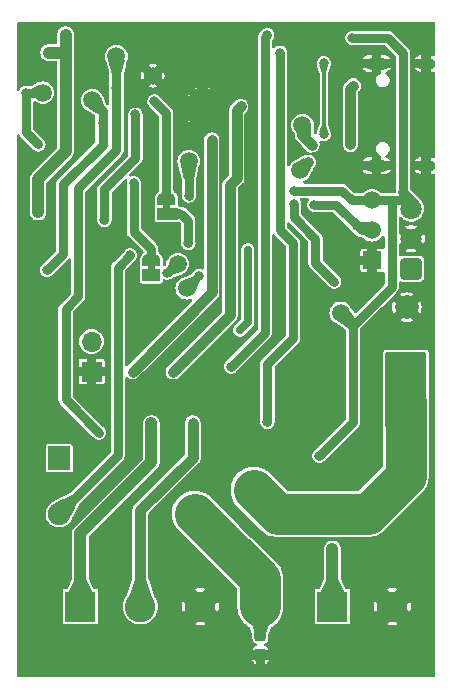
<source format=gbr>
%TF.GenerationSoftware,KiCad,Pcbnew,8.0.6*%
%TF.CreationDate,2024-11-14T14:47:25+01:00*%
%TF.ProjectId,TwinkleTron,5477696e-6b6c-4655-9472-6f6e2e6b6963,rev?*%
%TF.SameCoordinates,Original*%
%TF.FileFunction,Copper,L2,Bot*%
%TF.FilePolarity,Positive*%
%FSLAX46Y46*%
G04 Gerber Fmt 4.6, Leading zero omitted, Abs format (unit mm)*
G04 Created by KiCad (PCBNEW 8.0.6) date 2024-11-14 14:47:25*
%MOMM*%
%LPD*%
G01*
G04 APERTURE LIST*
G04 Aperture macros list*
%AMRoundRect*
0 Rectangle with rounded corners*
0 $1 Rounding radius*
0 $2 $3 $4 $5 $6 $7 $8 $9 X,Y pos of 4 corners*
0 Add a 4 corners polygon primitive as box body*
4,1,4,$2,$3,$4,$5,$6,$7,$8,$9,$2,$3,0*
0 Add four circle primitives for the rounded corners*
1,1,$1+$1,$2,$3*
1,1,$1+$1,$4,$5*
1,1,$1+$1,$6,$7*
1,1,$1+$1,$8,$9*
0 Add four rect primitives between the rounded corners*
20,1,$1+$1,$2,$3,$4,$5,0*
20,1,$1+$1,$4,$5,$6,$7,0*
20,1,$1+$1,$6,$7,$8,$9,0*
20,1,$1+$1,$8,$9,$2,$3,0*%
%AMFreePoly0*
4,1,19,0.550000,-0.750000,0.000000,-0.750000,0.000000,-0.744911,-0.071157,-0.744911,-0.207708,-0.704816,-0.327430,-0.627875,-0.420627,-0.520320,-0.479746,-0.390866,-0.500000,-0.250000,-0.500000,0.250000,-0.479746,0.390866,-0.420627,0.520320,-0.327430,0.627875,-0.207708,0.704816,-0.071157,0.744911,0.000000,0.744911,0.000000,0.750000,0.550000,0.750000,0.550000,-0.750000,0.550000,-0.750000,
$1*%
%AMFreePoly1*
4,1,19,0.000000,0.744911,0.071157,0.744911,0.207708,0.704816,0.327430,0.627875,0.420627,0.520320,0.479746,0.390866,0.500000,0.250000,0.500000,-0.250000,0.479746,-0.390866,0.420627,-0.520320,0.327430,-0.627875,0.207708,-0.704816,0.071157,-0.744911,0.000000,-0.744911,0.000000,-0.750000,-0.550000,-0.750000,-0.550000,0.750000,0.000000,0.750000,0.000000,0.744911,0.000000,0.744911,
$1*%
G04 Aperture macros list end*
%TA.AperFunction,Conductor*%
%ADD10C,0.200000*%
%TD*%
%TA.AperFunction,EtchedComponent*%
%ADD11C,0.000000*%
%TD*%
%TA.AperFunction,ComponentPad*%
%ADD12R,2.600000X2.600000*%
%TD*%
%TA.AperFunction,ComponentPad*%
%ADD13C,2.600000*%
%TD*%
%TA.AperFunction,ComponentPad*%
%ADD14C,2.500000*%
%TD*%
%TA.AperFunction,ComponentPad*%
%ADD15C,2.250000*%
%TD*%
%TA.AperFunction,ComponentPad*%
%ADD16C,1.900000*%
%TD*%
%TA.AperFunction,ComponentPad*%
%ADD17R,1.900000X2.000000*%
%TD*%
%TA.AperFunction,ComponentPad*%
%ADD18O,1.700000X1.700000*%
%TD*%
%TA.AperFunction,ComponentPad*%
%ADD19R,1.700000X1.700000*%
%TD*%
%TA.AperFunction,ComponentPad*%
%ADD20RoundRect,0.250200X0.649800X-0.649800X0.649800X0.649800X-0.649800X0.649800X-0.649800X-0.649800X0*%
%TD*%
%TA.AperFunction,ComponentPad*%
%ADD21C,1.800000*%
%TD*%
%TA.AperFunction,HeatsinkPad*%
%ADD22C,0.700000*%
%TD*%
%TA.AperFunction,HeatsinkPad*%
%ADD23C,0.750000*%
%TD*%
%TA.AperFunction,ComponentPad*%
%ADD24O,2.100000X1.000000*%
%TD*%
%TA.AperFunction,ComponentPad*%
%ADD25O,1.600000X1.000000*%
%TD*%
%TA.AperFunction,ComponentPad*%
%ADD26R,2.000000X2.000000*%
%TD*%
%TA.AperFunction,ComponentPad*%
%ADD27C,2.000000*%
%TD*%
%TA.AperFunction,ComponentPad*%
%ADD28R,1.500000X1.500000*%
%TD*%
%TA.AperFunction,ComponentPad*%
%ADD29C,1.500000*%
%TD*%
%TA.AperFunction,SMDPad,CuDef*%
%ADD30C,1.500000*%
%TD*%
%TA.AperFunction,SMDPad,CuDef*%
%ADD31RoundRect,0.237500X-0.237500X0.300000X-0.237500X-0.300000X0.237500X-0.300000X0.237500X0.300000X0*%
%TD*%
%TA.AperFunction,SMDPad,CuDef*%
%ADD32FreePoly0,270.000000*%
%TD*%
%TA.AperFunction,SMDPad,CuDef*%
%ADD33R,1.500000X1.000000*%
%TD*%
%TA.AperFunction,SMDPad,CuDef*%
%ADD34FreePoly1,270.000000*%
%TD*%
%TA.AperFunction,ViaPad*%
%ADD35C,0.800000*%
%TD*%
%TA.AperFunction,ViaPad*%
%ADD36C,0.700000*%
%TD*%
%TA.AperFunction,ViaPad*%
%ADD37C,1.000000*%
%TD*%
%TA.AperFunction,ViaPad*%
%ADD38C,0.750000*%
%TD*%
%TA.AperFunction,Conductor*%
%ADD39C,3.500000*%
%TD*%
%TA.AperFunction,Conductor*%
%ADD40C,0.950000*%
%TD*%
%TA.AperFunction,Conductor*%
%ADD41C,0.800000*%
%TD*%
%TA.AperFunction,Conductor*%
%ADD42C,1.000000*%
%TD*%
%TA.AperFunction,Conductor*%
%ADD43C,0.900000*%
%TD*%
%TA.AperFunction,Conductor*%
%ADD44C,2.000000*%
%TD*%
%TA.AperFunction,Conductor*%
%ADD45C,0.300000*%
%TD*%
%TA.AperFunction,Conductor*%
%ADD46C,0.600000*%
%TD*%
%TA.AperFunction,Conductor*%
%ADD47C,0.700000*%
%TD*%
G04 APERTURE END LIST*
%TO.N,VIN_Fused*%
D10*
X31650000Y-34400000D02*
X34950000Y-34400000D01*
X34950000Y-40600000D01*
X31650000Y-40600000D01*
X31650000Y-34400000D01*
%TA.AperFunction,Conductor*%
G36*
X31650000Y-34400000D02*
G01*
X34950000Y-34400000D01*
X34950000Y-40600000D01*
X31650000Y-40600000D01*
X31650000Y-34400000D01*
G37*
%TD.AperFunction*%
D11*
%TA.AperFunction,EtchedComponent*%
%TD*%
%TO.C,JP1*%
G36*
X12050000Y-27400000D02*
G01*
X11450000Y-27400000D01*
X11450000Y-26900000D01*
X12050000Y-26900000D01*
X12050000Y-27400000D01*
G37*
%TD.AperFunction*%
%TA.AperFunction,EtchedComponent*%
%TO.C,JP2*%
G36*
X13320000Y-22210000D02*
G01*
X12720000Y-22210000D01*
X12720000Y-21710000D01*
X13320000Y-21710000D01*
X13320000Y-22210000D01*
G37*
%TD.AperFunction*%
%TD*%
D12*
%TO.P,J3,1,Pin_1*%
%TO.N,Net-(J3-Pin_1)*%
X27090000Y-55850000D03*
D13*
%TO.P,J3,2,Pin_2*%
%TO.N,GND*%
X32170000Y-55850000D03*
%TD*%
D12*
%TO.P,J4,1,Pin_1*%
%TO.N,CLK-5V*%
X5750000Y-55850000D03*
D13*
%TO.P,J4,2,Pin_2*%
%TO.N,DATA-5V*%
X10830000Y-55850000D03*
%TO.P,J4,3,Pin_3*%
%TO.N,GND*%
X15910000Y-55850000D03*
%TO.P,J4,4,Pin_4*%
%TO.N,VIN_relay*%
X20990000Y-55850000D03*
%TD*%
D14*
%TO.P,K1,13*%
%TO.N,VIN_relay*%
X15450000Y-48000000D03*
D15*
%TO.P,K1,14*%
%TO.N,VIN_Fused*%
X22450000Y-48000000D03*
D16*
%TO.P,K1,A1*%
%TO.N,+5V*%
X3950000Y-48000000D03*
D17*
%TO.P,K1,A2*%
%TO.N,Net-(D2-A)*%
X3950000Y-43300000D03*
%TD*%
D18*
%TO.P,J2,1,Pin_1*%
%TO.N,Net-(J2-Pin_1)*%
X6690000Y-33410000D03*
D19*
%TO.P,J2,2,Pin_2*%
%TO.N,GND*%
X6690000Y-35950000D03*
%TD*%
D20*
%TO.P,U2,1,OUT*%
%TO.N,IO6-IR*%
X33750000Y-27240000D03*
D21*
%TO.P,U2,2,GND*%
%TO.N,GND*%
X33750000Y-24700000D03*
%TO.P,U2,3,Vs*%
%TO.N,+3.3V*%
X33750000Y-22160000D03*
%TD*%
D22*
%TO.P,U1,19,GND*%
%TO.N,GND*%
X14960000Y-13100000D03*
X14960000Y-14200000D03*
X15510000Y-12550000D03*
D23*
X15510000Y-13650000D03*
D22*
X15510000Y-14750000D03*
D23*
X16060000Y-13100000D03*
X16060000Y-14200000D03*
D22*
X16610000Y-12550000D03*
D23*
X16610000Y-13650000D03*
D22*
X16610000Y-14750000D03*
X17160000Y-13100000D03*
X17160000Y-14200000D03*
%TD*%
D24*
%TO.P,J1,S1,SHIELD*%
%TO.N,GND*%
X30820000Y-18520000D03*
D25*
X35000000Y-18520000D03*
D24*
X30820000Y-9880000D03*
D25*
X35000000Y-9880000D03*
%TD*%
D26*
%TO.P,C11,1*%
%TO.N,VIN_Fused*%
X33388750Y-35505570D03*
D27*
%TO.P,C11,2*%
%TO.N,GND*%
X33388750Y-30505570D03*
%TD*%
D28*
%TO.P,U3,1,GND*%
%TO.N,GND*%
X30450000Y-26540000D03*
D29*
%TO.P,U3,2,DQ*%
%TO.N,IO010-Temperature*%
X30450000Y-24000000D03*
%TO.P,U3,3,V_{DD}*%
%TO.N,+3.3V*%
X30450000Y-21460000D03*
%TD*%
D30*
%TO.P,TP6,1,1*%
%TO.N,RX*%
X24340000Y-18920000D03*
%TD*%
%TO.P,TP10,1,1*%
%TO.N,IO05-Relay*%
X8800000Y-9270000D03*
%TD*%
%TO.P,TP8,1,1*%
%TO.N,IO9-boot*%
X2570000Y-12350000D03*
%TD*%
D31*
%TO.P,C7,1*%
%TO.N,VIN_relay*%
X20990000Y-58220000D03*
%TO.P,C7,2*%
%TO.N,GND*%
X20990000Y-59945000D03*
%TD*%
D30*
%TO.P,TP5,1,1*%
%TO.N,TX*%
X24550000Y-15080000D03*
%TD*%
%TO.P,TP9,1,1*%
%TO.N,IO4-5V*%
X14750000Y-28900000D03*
%TD*%
%TO.P,TP1,1,1*%
%TO.N,+3.3V*%
X27790000Y-30980000D03*
%TD*%
%TO.P,TP3,1,1*%
%TO.N,GND*%
X11880000Y-10900000D03*
%TD*%
%TO.P,TP7,1,1*%
%TO.N,IO8-5V*%
X14010000Y-26850000D03*
%TD*%
D32*
%TO.P,JP1,1,A*%
%TO.N,IO8*%
X11750000Y-26500000D03*
D33*
%TO.P,JP1,2,C*%
%TO.N,Net-(JP1-C)*%
X11750000Y-27800000D03*
D34*
%TO.P,JP1,3,B*%
%TO.N,GND*%
X11750000Y-29100000D03*
%TD*%
D30*
%TO.P,TP2,1,1*%
%TO.N,+5V*%
X14920000Y-18160000D03*
%TD*%
%TO.P,TP4,1,1*%
%TO.N,IO07-Button*%
X6760000Y-13000000D03*
%TD*%
D32*
%TO.P,JP2,1,A*%
%TO.N,IO4*%
X13020000Y-21310000D03*
D33*
%TO.P,JP2,2,C*%
%TO.N,Net-(JP2-C)*%
X13020000Y-22610000D03*
D34*
%TO.P,JP2,3,B*%
%TO.N,GND*%
X13020000Y-23910000D03*
%TD*%
D35*
%TO.N,GND*%
X3300000Y-15230000D03*
D36*
X18540000Y-9500000D03*
D35*
X910000Y-35610000D03*
X22720000Y-50680000D03*
X35000000Y-31200000D03*
D36*
X19385612Y-8284376D03*
D35*
X31150000Y-58950000D03*
D36*
X12600000Y-44400000D03*
X15150000Y-60450000D03*
D35*
X30810000Y-33140000D03*
D36*
X9200000Y-50800000D03*
D35*
X12410000Y-49800000D03*
D36*
X25800000Y-44100000D03*
D35*
X15550000Y-52860000D03*
D37*
X15650000Y-7450000D03*
D35*
X33950000Y-60050000D03*
X25960000Y-38920000D03*
X29500000Y-60200000D03*
D36*
X15830000Y-9960000D03*
X20380000Y-22110000D03*
D35*
X33760000Y-52730000D03*
X26970000Y-35710000D03*
D36*
X3150000Y-60450000D03*
X12400000Y-52200000D03*
X28500000Y-44000000D03*
X11400000Y-45600000D03*
X22680000Y-38390000D03*
X10400000Y-42800000D03*
X20700000Y-42200000D03*
X11150000Y-59450000D03*
D35*
X32000000Y-33000000D03*
D36*
X12400000Y-51400000D03*
D35*
X12160000Y-31850000D03*
X14500000Y-52500000D03*
D36*
X19100000Y-42200000D03*
D35*
X1690000Y-41810000D03*
X8110000Y-53060000D03*
D36*
X1120000Y-22740000D03*
X10050000Y-38250000D03*
X10400000Y-41800000D03*
X6400000Y-47200000D03*
D35*
X18450000Y-57300000D03*
D36*
X3250000Y-21750000D03*
X10150000Y-60450000D03*
X12400000Y-50600000D03*
X12400000Y-53000000D03*
D35*
X1070000Y-49540000D03*
D36*
X13930000Y-25530000D03*
D35*
X2370000Y-37630000D03*
D36*
X9200000Y-53200000D03*
X16400000Y-42300000D03*
D35*
X12470000Y-48060000D03*
X34100000Y-53850000D03*
X1780000Y-50230000D03*
D36*
X23400000Y-43700000D03*
X26300000Y-37950000D03*
X4150000Y-60450000D03*
D37*
X34650000Y-11450000D03*
D35*
X34200000Y-57600000D03*
D36*
X19900000Y-42200000D03*
X13400000Y-55600000D03*
X17960000Y-9960000D03*
X30710000Y-35400000D03*
X14370000Y-45670000D03*
X29900000Y-43000000D03*
D35*
X15230000Y-16300000D03*
D37*
X11850000Y-7450000D03*
D35*
X10450000Y-31850000D03*
X10850000Y-7450000D03*
D36*
X21500000Y-42200000D03*
X5150000Y-60450000D03*
X17660000Y-39510000D03*
X13400000Y-56400000D03*
X16250000Y-38300000D03*
D35*
X11840000Y-19980000D03*
X1440000Y-6800000D03*
D36*
X8300000Y-56500000D03*
X13150000Y-60450000D03*
D35*
X1810000Y-34640000D03*
D36*
X9150000Y-60450000D03*
X7150000Y-58450000D03*
D35*
X27760000Y-29500000D03*
D36*
X15250000Y-9500000D03*
X6710000Y-20760000D03*
X9200000Y-50000000D03*
D35*
X2320000Y-15230000D03*
X2580000Y-32440000D03*
D36*
X24789999Y-22469922D03*
D35*
X35000000Y-32000000D03*
D36*
X31900000Y-13230000D03*
D35*
X29110000Y-30280000D03*
D36*
X20210000Y-17200000D03*
D35*
X24000000Y-51050000D03*
X2930000Y-38440000D03*
D36*
X6150000Y-60450000D03*
X7000000Y-46600000D03*
X7150000Y-60450000D03*
X14404388Y-8284376D03*
X1120000Y-21870000D03*
D35*
X7250000Y-31720000D03*
D36*
X8300000Y-57300000D03*
D37*
X30500000Y-38200000D03*
D36*
X13340000Y-46750000D03*
X13600000Y-40400000D03*
X13550000Y-38150000D03*
D35*
X33000000Y-33000000D03*
D36*
X8150000Y-60450000D03*
D35*
X28840000Y-29480000D03*
X31480000Y-52840000D03*
D36*
X24910000Y-41347500D03*
X12000000Y-45000000D03*
X10400000Y-40800000D03*
X9200000Y-49200000D03*
X22660000Y-37570000D03*
X13500000Y-57200000D03*
X8300000Y-55600000D03*
D35*
X1250000Y-51300000D03*
D36*
X27600000Y-44000000D03*
D35*
X3020000Y-39840000D03*
D36*
X17260000Y-10210000D03*
X10000000Y-43600000D03*
D35*
X9320000Y-25160000D03*
D37*
X34650000Y-16950000D03*
D36*
X15150000Y-58450000D03*
X16530000Y-10210000D03*
X8800000Y-44800000D03*
X7150000Y-59450000D03*
X18380000Y-12410000D03*
X27060000Y-18450000D03*
X26020000Y-17610000D03*
X3250000Y-20950000D03*
D35*
X1410000Y-7720000D03*
X7360000Y-50850000D03*
D36*
X13600000Y-42800000D03*
D35*
X7250000Y-30800000D03*
D36*
X26700000Y-44000000D03*
X27190000Y-19620000D03*
X3500000Y-51700000D03*
X27800000Y-37950000D03*
D35*
X29950000Y-29440000D03*
D36*
X20200000Y-16190000D03*
X22590000Y-30330000D03*
X9220000Y-20567190D03*
X10280000Y-27910000D03*
X9200000Y-52400000D03*
X7600000Y-46000000D03*
X8850000Y-7450000D03*
X22580000Y-29580000D03*
D35*
X18600000Y-59950000D03*
X12440000Y-48920000D03*
X24010000Y-52680000D03*
D36*
X9200000Y-51600000D03*
D35*
X29850000Y-19900000D03*
D36*
X12900000Y-54000000D03*
X26910000Y-17030000D03*
D38*
X9850000Y-7450000D03*
D36*
X6150000Y-58450000D03*
D35*
X2340000Y-41050000D03*
D36*
X11150000Y-58450000D03*
X14150000Y-59450000D03*
X4200000Y-50200000D03*
D35*
X6950000Y-37850000D03*
D36*
X17150000Y-60450000D03*
X25550000Y-37900000D03*
D37*
X34540000Y-7500000D03*
D36*
X1120000Y-21020000D03*
X8800000Y-54000000D03*
X14150000Y-60450000D03*
D35*
X24050000Y-55640000D03*
X5510000Y-34520000D03*
X25500000Y-58750000D03*
D36*
X9600000Y-47600000D03*
D35*
X18300000Y-54450000D03*
X29750000Y-57400000D03*
D36*
X22200000Y-42600000D03*
X14750000Y-8950000D03*
X13600000Y-42000000D03*
X31890000Y-14690000D03*
D35*
X4000000Y-51000000D03*
X24800000Y-37500000D03*
D36*
X15150000Y-59450000D03*
D35*
X29800000Y-54250000D03*
D36*
X5800000Y-47800000D03*
D35*
X30710000Y-32050000D03*
D36*
X26680000Y-29350000D03*
X22600000Y-31040000D03*
X13300000Y-54800000D03*
X5400000Y-48400000D03*
D35*
X860000Y-25190000D03*
X35000000Y-29600000D03*
D36*
X13820000Y-46190000D03*
D35*
X11370000Y-23372500D03*
D36*
X10150000Y-59450000D03*
X13600000Y-41200000D03*
D35*
X31480000Y-31350000D03*
X22800000Y-60100000D03*
D36*
X25870000Y-41700000D03*
D35*
X24000000Y-59200000D03*
X17300000Y-58800000D03*
D37*
X34650000Y-14950000D03*
D35*
X11390000Y-18650000D03*
D36*
X6640000Y-21600000D03*
X10800000Y-46200000D03*
X16150000Y-60450000D03*
X10200000Y-46800000D03*
X14150000Y-58450000D03*
X29600000Y-43700000D03*
X30500000Y-34110000D03*
D35*
X35000000Y-33000000D03*
D36*
X12150000Y-60450000D03*
D35*
X1650000Y-31550000D03*
D36*
X10150000Y-58450000D03*
X6150000Y-59450000D03*
D37*
X18150000Y-7450000D03*
D36*
X24740000Y-27140000D03*
X11150000Y-60450000D03*
D35*
X33850000Y-59050000D03*
D36*
X2150000Y-60450000D03*
X19040000Y-8950000D03*
X29640000Y-25140000D03*
X20628922Y-34890000D03*
D35*
X26050000Y-60100000D03*
D37*
X34650000Y-13450000D03*
D36*
X22800000Y-43200000D03*
X16830000Y-39490000D03*
D35*
X35000000Y-28600000D03*
D36*
X26930000Y-34050000D03*
D35*
X1450000Y-58300000D03*
X19300000Y-58650000D03*
D36*
X980000Y-17000000D03*
X9110000Y-24340000D03*
X12810000Y-47310000D03*
X9400000Y-48400000D03*
X9400000Y-44200000D03*
D35*
X15395634Y-22149999D03*
D36*
X24240000Y-40360000D03*
X24100000Y-44100000D03*
D37*
X30500000Y-39350000D03*
D36*
X4600000Y-49400000D03*
D35*
X3230000Y-25290000D03*
D36*
X1350000Y-11300000D03*
D35*
X25160000Y-30950000D03*
D37*
X30500000Y-40500000D03*
D35*
X33960000Y-51000000D03*
D36*
X18660000Y-39520000D03*
D35*
X2850000Y-33460000D03*
X33600000Y-28800000D03*
X1460000Y-36760000D03*
X6210000Y-30860000D03*
X990000Y-42770000D03*
X4200000Y-52810000D03*
X17930000Y-33930000D03*
D36*
X8400000Y-54800000D03*
X28410000Y-25670000D03*
X27050000Y-37950000D03*
D35*
X16900000Y-53150000D03*
D36*
X16000000Y-31850000D03*
D35*
X26050000Y-35230000D03*
X34000000Y-33000000D03*
D36*
X13200000Y-43600000D03*
X29200000Y-44400000D03*
X26150000Y-19040000D03*
D35*
X3310000Y-16390000D03*
D36*
X2800000Y-52200000D03*
D35*
X28100000Y-58750000D03*
D36*
X8200000Y-45400000D03*
D37*
%TO.N,VIN_relay*%
X18740000Y-51290000D03*
X19905000Y-52455000D03*
X17740000Y-50290000D03*
X20980000Y-53610000D03*
X16660000Y-49210000D03*
D35*
%TO.N,+3.3V*%
X25977500Y-43072500D03*
X4500000Y-7420000D03*
X2170000Y-22460000D03*
X28780000Y-7710000D03*
X23790000Y-20650000D03*
X7782500Y-23140000D03*
X4500000Y-11650000D03*
X4502500Y-13520000D03*
X3050000Y-8950000D03*
X10410000Y-14190000D03*
%TO.N,DATA-5V*%
X15250000Y-40350000D03*
%TO.N,CLK-5V*%
X11750000Y-40350000D03*
%TO.N,+5V*%
X14920000Y-21050000D03*
X9950000Y-26120000D03*
%TO.N,IO07-Button*%
X2918995Y-27358758D03*
X7620000Y-14950000D03*
%TO.N,IO00-Voltage*%
X21570000Y-7460000D03*
X18510000Y-35540000D03*
%TO.N,IO01-Current*%
X22640000Y-8950000D03*
X21580000Y-40240000D03*
%TO.N,USB_5V*%
X28600000Y-16700000D03*
X28840000Y-11750000D03*
D37*
%TO.N,VIN_Fused*%
X19650000Y-45170000D03*
D35*
X34500000Y-36980000D03*
D37*
X19550000Y-46660000D03*
D35*
X32700000Y-36980000D03*
X34450000Y-38400000D03*
X33550000Y-38400000D03*
X33600000Y-36980000D03*
X32250000Y-37660000D03*
D37*
X20330000Y-47420000D03*
D35*
X34450000Y-39300000D03*
D37*
X20410000Y-45970000D03*
D35*
X32650000Y-38400000D03*
D37*
X22010000Y-46060000D03*
D35*
X33560000Y-39640000D03*
X34450000Y-40200000D03*
D37*
X21270000Y-45250000D03*
X21190000Y-46770000D03*
D35*
X34050000Y-37660000D03*
X33150000Y-37660000D03*
X32150000Y-39670000D03*
%TO.N,Net-(JP1-C)*%
X11590000Y-27810000D03*
%TO.N,IO8*%
X10270000Y-20000000D03*
%TO.N,Net-(JP2-C)*%
X14890000Y-25100000D03*
%TO.N,IO05-Relay*%
X7310000Y-41130000D03*
X8800000Y-11950000D03*
%TO.N,IO9-boot*%
X2190000Y-16730000D03*
X1150000Y-12350000D03*
%TO.N,IO02-Data-3.3V*%
X13610000Y-35970000D03*
X19310000Y-13500000D03*
%TO.N,RX*%
X25029852Y-18230148D03*
%TO.N,IO6-IR*%
X23840000Y-21810000D03*
D36*
X27250000Y-28350000D03*
D35*
%TO.N,IO18{slash}USB_D-*%
X26350000Y-15850000D03*
X26350000Y-9850000D03*
%TO.N,IO03-CLK-3.3V*%
X16870000Y-16340000D03*
X10160000Y-35950000D03*
%TO.N,TX*%
X25340000Y-16750000D03*
%TO.N,IO8-5V*%
X13100002Y-27574619D03*
%TO.N,IO4*%
X12010000Y-13080000D03*
%TO.N,IO010-Temperature*%
X25550000Y-21820000D03*
%TO.N,IO4-5V*%
X15790000Y-27850000D03*
D36*
%TO.N,Net-(U4-FB)*%
X19220000Y-32450000D03*
X19910000Y-25630000D03*
D35*
%TO.N,Net-(J3-Pin_1)*%
X27090000Y-51880000D03*
X27090000Y-53800000D03*
X27090000Y-50960000D03*
X27090000Y-52850000D03*
%TD*%
D39*
%TO.N,VIN_relay*%
X19905000Y-52455000D02*
X18740000Y-51290000D01*
X17740000Y-50290000D02*
X16660000Y-49210000D01*
X18740000Y-51290000D02*
X17740000Y-50290000D01*
X20980000Y-53530000D02*
X19905000Y-52455000D01*
X16660000Y-49210000D02*
X15440000Y-47990000D01*
X20980000Y-55840000D02*
X20980000Y-53610000D01*
X20980000Y-53610000D02*
X20980000Y-53530000D01*
D40*
X20990000Y-58220000D02*
X20990000Y-55850000D01*
D41*
%TO.N,+3.3V*%
X10410000Y-17875000D02*
X10410000Y-14190000D01*
X33050000Y-21460000D02*
X33750000Y-22160000D01*
D42*
X2170000Y-19650000D02*
X2170000Y-22460000D01*
X4500000Y-8950000D02*
X4500000Y-11650000D01*
X4500000Y-11650000D02*
X4500000Y-17320000D01*
D41*
X7782500Y-20502500D02*
X10410000Y-17875000D01*
D42*
X4500000Y-17320000D02*
X2170000Y-19650000D01*
D41*
X28700000Y-21460000D02*
X32100000Y-21460000D01*
X28840000Y-40210000D02*
X28840000Y-32060000D01*
X33050000Y-8980000D02*
X33050000Y-21460000D01*
X31780000Y-7710000D02*
X33050000Y-8980000D01*
D42*
X3050000Y-8950000D02*
X4500000Y-8950000D01*
D41*
X28840000Y-32060000D02*
X32100000Y-28800000D01*
X32100000Y-28800000D02*
X32100000Y-21490000D01*
X23790000Y-20650000D02*
X27890000Y-20650000D01*
X7782500Y-23140000D02*
X7782500Y-20502500D01*
X25977500Y-43072500D02*
X28840000Y-40210000D01*
D40*
X27790000Y-30980000D02*
X28840000Y-32030000D01*
D41*
X27890000Y-20650000D02*
X28700000Y-21460000D01*
D42*
X4500000Y-7420000D02*
X4500000Y-8950000D01*
D41*
X28780000Y-7710000D02*
X31780000Y-7710000D01*
X32100000Y-21460000D02*
X33050000Y-21460000D01*
D40*
%TO.N,DATA-5V*%
X15250000Y-43250000D02*
X10830000Y-47670000D01*
X10830000Y-47670000D02*
X10830000Y-55850000D01*
X15250000Y-40350000D02*
X15250000Y-43250000D01*
D42*
%TO.N,CLK-5V*%
X5750000Y-49650000D02*
X5750000Y-55850000D01*
X11750000Y-40350000D02*
X11750000Y-43650000D01*
X11750000Y-43650000D02*
X5750000Y-49650000D01*
D41*
%TO.N,+5V*%
X8920000Y-43030000D02*
X3950000Y-48000000D01*
X14920000Y-21050000D02*
X14920000Y-18160000D01*
X8920000Y-27150000D02*
X8920000Y-43030000D01*
X9950000Y-26120000D02*
X8920000Y-27150000D01*
%TO.N,IO07-Button*%
X7620000Y-16740000D02*
X7620000Y-14950000D01*
X2918995Y-27358758D02*
X4290000Y-25987753D01*
X4290000Y-20070000D02*
X7620000Y-16740000D01*
X7620000Y-13860000D02*
X6760000Y-13000000D01*
X7620000Y-14950000D02*
X7620000Y-13860000D01*
X4290000Y-25987753D02*
X4290000Y-20070000D01*
%TO.N,IO00-Voltage*%
X21360000Y-32690000D02*
X18510000Y-35540000D01*
X21360000Y-7670000D02*
X21570000Y-7460000D01*
X21360000Y-7670000D02*
X21360000Y-32690000D01*
%TO.N,IO01-Current*%
X22640000Y-23970000D02*
X23760000Y-25090000D01*
X21580000Y-35293503D02*
X21580000Y-40240000D01*
X22640000Y-8950000D02*
X22640000Y-23970000D01*
X23760000Y-25090000D02*
X23760000Y-33113503D01*
X23760000Y-33113503D02*
X21580000Y-35293503D01*
D43*
%TO.N,USB_5V*%
X28840000Y-11750000D02*
X28600000Y-11990000D01*
X28600000Y-11990000D02*
X28600000Y-16700000D01*
D39*
%TO.N,VIN_Fused*%
X30100000Y-48000000D02*
X22450000Y-48000000D01*
X20420000Y-45970000D02*
X20410000Y-45970000D01*
D44*
X32040000Y-46080000D02*
X32020000Y-46080000D01*
D39*
X32020000Y-46080000D02*
X30100000Y-48000000D01*
X22450000Y-48000000D02*
X20420000Y-45970000D01*
X32020000Y-46080000D02*
X33300000Y-44800000D01*
X33300000Y-44800000D02*
X33300000Y-38525000D01*
D41*
%TO.N,IO8*%
X10270000Y-24114365D02*
X11750000Y-25594365D01*
X10270000Y-20000000D02*
X10270000Y-24114365D01*
X11750000Y-25594365D02*
X11750000Y-26500000D01*
%TO.N,Net-(JP2-C)*%
X14890000Y-25100000D02*
X14890000Y-23200000D01*
X14300000Y-22610000D02*
X13020000Y-22610000D01*
X14890000Y-23200000D02*
X14300000Y-22610000D01*
%TO.N,IO05-Relay*%
X8800000Y-17200000D02*
X8800000Y-11950000D01*
X5570000Y-20430000D02*
X8800000Y-17200000D01*
X4490000Y-30660000D02*
X5570000Y-29580000D01*
X5570000Y-29580000D02*
X5570000Y-20430000D01*
X8800000Y-11950000D02*
X8800000Y-9270000D01*
X7310000Y-41130000D02*
X4490000Y-38310000D01*
X4490000Y-38310000D02*
X4490000Y-30660000D01*
%TO.N,IO9-boot*%
X1150000Y-15690000D02*
X1150000Y-12350000D01*
X1150000Y-12350000D02*
X2570000Y-12350000D01*
X2190000Y-16730000D02*
X1150000Y-15690000D01*
D43*
%TO.N,IO02-Data-3.3V*%
X18420000Y-20130000D02*
X18980000Y-19570000D01*
X18980000Y-13830000D02*
X19310000Y-13500000D01*
X18980000Y-19570000D02*
X18980000Y-13830000D01*
X13610000Y-35970000D02*
X18420000Y-31160000D01*
X18420000Y-31160000D02*
X18420000Y-20130000D01*
%TO.N,RX*%
X25029852Y-18230148D02*
X24340000Y-18920000D01*
D41*
%TO.N,IO6-IR*%
X25650000Y-26750000D02*
X25650000Y-24700000D01*
X25650000Y-24700000D02*
X23840000Y-22890000D01*
X23840000Y-22890000D02*
X23840000Y-21810000D01*
X27250000Y-28350000D02*
X25650000Y-26750000D01*
D45*
%TO.N,IO18{slash}USB_D-*%
X26350000Y-15850000D02*
X26350000Y-9850000D01*
D43*
%TO.N,IO03-CLK-3.3V*%
X16870000Y-29240000D02*
X16870000Y-16340000D01*
X10160000Y-35950000D02*
X16870000Y-29240000D01*
%TO.N,TX*%
X24550000Y-15960000D02*
X24550000Y-15080000D01*
X25340000Y-16750000D02*
X24550000Y-15960000D01*
D46*
%TO.N,IO8-5V*%
X13100002Y-27574619D02*
X13285381Y-27574619D01*
X13285381Y-27574619D02*
X14010000Y-26850000D01*
D41*
%TO.N,IO4*%
X13020000Y-14090000D02*
X13020000Y-21310000D01*
X12010000Y-13080000D02*
X13020000Y-14090000D01*
%TO.N,IO010-Temperature*%
X27380000Y-21820000D02*
X29560000Y-24000000D01*
X25550000Y-21820000D02*
X27380000Y-21820000D01*
X29560000Y-24000000D02*
X30450000Y-24000000D01*
D46*
%TO.N,IO4-5V*%
X14750000Y-28890000D02*
X15790000Y-27850000D01*
X14750000Y-28900000D02*
X14750000Y-28890000D01*
X15790000Y-27850000D02*
X15790000Y-27840000D01*
D47*
%TO.N,Net-(U4-FB)*%
X19910000Y-31760000D02*
X19220000Y-32450000D01*
X19910000Y-25630000D02*
X19910000Y-31760000D01*
D42*
%TO.N,Net-(J3-Pin_1)*%
X27090000Y-55850000D02*
X27090000Y-53800000D01*
X27090000Y-53800000D02*
X27090000Y-52850000D01*
X27090000Y-52850000D02*
X27090000Y-51880000D01*
X27090000Y-51880000D02*
X27090000Y-50960000D01*
%TD*%
%TA.AperFunction,Conductor*%
%TO.N,GND*%
G36*
X35742539Y-6369685D02*
G01*
X35788294Y-6422489D01*
X35799500Y-6474000D01*
X35799500Y-9089526D01*
X35779815Y-9156565D01*
X35727011Y-9202320D01*
X35657853Y-9212264D01*
X35628048Y-9204087D01*
X35518769Y-9158822D01*
X35518761Y-9158820D01*
X35400000Y-9135196D01*
X35400000Y-9596211D01*
X35339496Y-9580000D01*
X34660504Y-9580000D01*
X34584204Y-9600444D01*
X34515795Y-9639940D01*
X34459940Y-9695795D01*
X34420444Y-9764204D01*
X34400000Y-9840504D01*
X34400000Y-9919496D01*
X34420444Y-9995796D01*
X34459940Y-10064205D01*
X34515795Y-10120060D01*
X34584204Y-10159556D01*
X34660504Y-10180000D01*
X35339496Y-10180000D01*
X35400000Y-10163788D01*
X35400000Y-10624801D01*
X35518759Y-10601179D01*
X35518767Y-10601177D01*
X35628047Y-10555912D01*
X35697516Y-10548443D01*
X35759995Y-10579718D01*
X35795648Y-10639807D01*
X35799500Y-10670473D01*
X35799500Y-17729526D01*
X35779815Y-17796565D01*
X35727011Y-17842320D01*
X35657853Y-17852264D01*
X35628048Y-17844087D01*
X35518769Y-17798822D01*
X35518761Y-17798820D01*
X35400000Y-17775196D01*
X35400000Y-18236211D01*
X35339496Y-18220000D01*
X34660504Y-18220000D01*
X34584204Y-18240444D01*
X34515795Y-18279940D01*
X34459940Y-18335795D01*
X34420444Y-18404204D01*
X34400000Y-18480504D01*
X34400000Y-18559496D01*
X34420444Y-18635796D01*
X34459940Y-18704205D01*
X34515795Y-18760060D01*
X34584204Y-18799556D01*
X34660504Y-18820000D01*
X35339496Y-18820000D01*
X35400000Y-18803788D01*
X35400000Y-19264801D01*
X35518759Y-19241179D01*
X35518767Y-19241177D01*
X35628047Y-19195912D01*
X35697516Y-19188443D01*
X35759995Y-19219718D01*
X35795648Y-19279807D01*
X35799500Y-19310473D01*
X35799500Y-61725500D01*
X35779815Y-61792539D01*
X35727011Y-61838294D01*
X35675500Y-61849500D01*
X474500Y-61849500D01*
X407461Y-61829815D01*
X361706Y-61777011D01*
X350500Y-61725500D01*
X350500Y-60345000D01*
X20270738Y-60345000D01*
X20271241Y-60349688D01*
X20320232Y-60481037D01*
X20404241Y-60593258D01*
X20516463Y-60677267D01*
X20516468Y-60677270D01*
X20589999Y-60704695D01*
X20590000Y-60704695D01*
X21390000Y-60704695D01*
X21463531Y-60677270D01*
X21463536Y-60677267D01*
X21575758Y-60593258D01*
X21659767Y-60481037D01*
X21708758Y-60349688D01*
X21709262Y-60345000D01*
X21390000Y-60345000D01*
X21390000Y-60704695D01*
X20590000Y-60704695D01*
X20590000Y-60345000D01*
X20270738Y-60345000D01*
X350500Y-60345000D01*
X350500Y-54530247D01*
X4249500Y-54530247D01*
X4249500Y-57169752D01*
X4261131Y-57228229D01*
X4261132Y-57228230D01*
X4305447Y-57294552D01*
X4371769Y-57338867D01*
X4371770Y-57338868D01*
X4430247Y-57350499D01*
X4430250Y-57350500D01*
X4430252Y-57350500D01*
X7069750Y-57350500D01*
X7069751Y-57350499D01*
X7084568Y-57347552D01*
X7128229Y-57338868D01*
X7128229Y-57338867D01*
X7128231Y-57338867D01*
X7194552Y-57294552D01*
X7238867Y-57228231D01*
X7238867Y-57228229D01*
X7238868Y-57228229D01*
X7250499Y-57169752D01*
X7250500Y-57169750D01*
X7250500Y-55849994D01*
X9324357Y-55849994D01*
X9324357Y-55850005D01*
X9344890Y-56097812D01*
X9344892Y-56097824D01*
X9405936Y-56338881D01*
X9505826Y-56566606D01*
X9641833Y-56774782D01*
X9641836Y-56774785D01*
X9810256Y-56957738D01*
X10006491Y-57110474D01*
X10225190Y-57228828D01*
X10460386Y-57309571D01*
X10705665Y-57350500D01*
X10954335Y-57350500D01*
X11012597Y-57340778D01*
X15479879Y-57340778D01*
X15479879Y-57340779D01*
X15666775Y-57385650D01*
X15910000Y-57404792D01*
X16153224Y-57385650D01*
X16340119Y-57340779D01*
X16340119Y-57340778D01*
X15910001Y-56910660D01*
X15910000Y-56910660D01*
X15479879Y-57340778D01*
X11012597Y-57340778D01*
X11199614Y-57309571D01*
X11434810Y-57228828D01*
X11653509Y-57110474D01*
X11849744Y-56957738D01*
X12018164Y-56774785D01*
X12154173Y-56566607D01*
X12254063Y-56338881D01*
X12315108Y-56097821D01*
X12315489Y-56093224D01*
X12335643Y-55850005D01*
X12335643Y-55850000D01*
X14355207Y-55850000D01*
X14374348Y-56093219D01*
X14419218Y-56280119D01*
X14419219Y-56280119D01*
X14849340Y-55850000D01*
X14785321Y-55785981D01*
X15260000Y-55785981D01*
X15260000Y-55914019D01*
X15284979Y-56039598D01*
X15333978Y-56157890D01*
X15405112Y-56264351D01*
X15495649Y-56354888D01*
X15602110Y-56426022D01*
X15720402Y-56475021D01*
X15845981Y-56500000D01*
X15974019Y-56500000D01*
X16099598Y-56475021D01*
X16217890Y-56426022D01*
X16324351Y-56354888D01*
X16414888Y-56264351D01*
X16486022Y-56157890D01*
X16535021Y-56039598D01*
X16560000Y-55914019D01*
X16560000Y-55849999D01*
X16970660Y-55849999D01*
X16970660Y-55850001D01*
X17400778Y-56280119D01*
X17400779Y-56280119D01*
X17445650Y-56093224D01*
X17464792Y-55850000D01*
X17445650Y-55606775D01*
X17400779Y-55419879D01*
X17400778Y-55419879D01*
X16970660Y-55849999D01*
X16560000Y-55849999D01*
X16560000Y-55785981D01*
X16535021Y-55660402D01*
X16486022Y-55542110D01*
X16414888Y-55435649D01*
X16324351Y-55345112D01*
X16217890Y-55273978D01*
X16099598Y-55224979D01*
X15974019Y-55200000D01*
X15845981Y-55200000D01*
X15720402Y-55224979D01*
X15602110Y-55273978D01*
X15495649Y-55345112D01*
X15405112Y-55435649D01*
X15333978Y-55542110D01*
X15284979Y-55660402D01*
X15260000Y-55785981D01*
X14785321Y-55785981D01*
X14419219Y-55419879D01*
X14419218Y-55419879D01*
X14374348Y-55606779D01*
X14355207Y-55850000D01*
X12335643Y-55850000D01*
X12335643Y-55849994D01*
X12315109Y-55602187D01*
X12315107Y-55602175D01*
X12254063Y-55361118D01*
X12154173Y-55133393D01*
X12016028Y-54921945D01*
X12003227Y-54896292D01*
X11809011Y-54359218D01*
X15479879Y-54359218D01*
X15479879Y-54359219D01*
X15910000Y-54789340D01*
X15910001Y-54789340D01*
X16340119Y-54359219D01*
X16340119Y-54359218D01*
X16153219Y-54314348D01*
X16153220Y-54314348D01*
X15910000Y-54295207D01*
X15666779Y-54314348D01*
X15479879Y-54359218D01*
X11809011Y-54359218D01*
X11512890Y-53540344D01*
X11505500Y-53498176D01*
X11505500Y-48001163D01*
X11525185Y-47934124D01*
X11541819Y-47913482D01*
X11593152Y-47862149D01*
X13489500Y-47862149D01*
X13489500Y-48117850D01*
X13501937Y-48212310D01*
X13522874Y-48371340D01*
X13586355Y-48608255D01*
X13589050Y-48618312D01*
X13589053Y-48618322D01*
X13686894Y-48854531D01*
X13686899Y-48854542D01*
X13814734Y-49075957D01*
X13814745Y-49075973D01*
X13970388Y-49278811D01*
X13970394Y-49278818D01*
X15375506Y-50683931D01*
X15375528Y-50683951D01*
X16455506Y-51763931D01*
X16455528Y-51763951D01*
X17455506Y-52763931D01*
X17455528Y-52763951D01*
X18620506Y-53928931D01*
X18620528Y-53928951D01*
X18993181Y-54301604D01*
X19026666Y-54362927D01*
X19029500Y-54389285D01*
X19029500Y-55967850D01*
X19055457Y-56165007D01*
X19062874Y-56221340D01*
X19129050Y-56468312D01*
X19129053Y-56468322D01*
X19226894Y-56704531D01*
X19226899Y-56704542D01*
X19354734Y-56925957D01*
X19354745Y-56925973D01*
X19510388Y-57128811D01*
X19510394Y-57128818D01*
X19691181Y-57309605D01*
X19691188Y-57309611D01*
X19731806Y-57340778D01*
X19894035Y-57465261D01*
X20059529Y-57560809D01*
X20107745Y-57611376D01*
X20114139Y-57626027D01*
X20307110Y-58159654D01*
X20314500Y-58201823D01*
X20314500Y-58572760D01*
X20317274Y-58602349D01*
X20360884Y-58726976D01*
X20439288Y-58833210D01*
X20439289Y-58833211D01*
X20545525Y-58911616D01*
X20618023Y-58936984D01*
X20623220Y-58938803D01*
X20679996Y-58979524D01*
X20705743Y-59044477D01*
X20692287Y-59113039D01*
X20643899Y-59163441D01*
X20625600Y-59172025D01*
X20516466Y-59212731D01*
X20516463Y-59212732D01*
X20404241Y-59296741D01*
X20320232Y-59408962D01*
X20271241Y-59540311D01*
X20270738Y-59545000D01*
X21709261Y-59545000D01*
X21708758Y-59540311D01*
X21659767Y-59408962D01*
X21575758Y-59296741D01*
X21463536Y-59212732D01*
X21463531Y-59212729D01*
X21354400Y-59172025D01*
X21298466Y-59130154D01*
X21274050Y-59064689D01*
X21288902Y-58996416D01*
X21338308Y-58947011D01*
X21356769Y-58938806D01*
X21434475Y-58911616D01*
X21540711Y-58833211D01*
X21619116Y-58726975D01*
X21662725Y-58602349D01*
X21665500Y-58572756D01*
X21665500Y-58201822D01*
X21672890Y-58159654D01*
X21871137Y-57611432D01*
X21912445Y-57555084D01*
X21925730Y-57546225D01*
X22065965Y-57465261D01*
X22268813Y-57309610D01*
X22449610Y-57128813D01*
X22605261Y-56925965D01*
X22733104Y-56704535D01*
X22830950Y-56468313D01*
X22897126Y-56221340D01*
X22930500Y-55967843D01*
X22930500Y-54530247D01*
X25589500Y-54530247D01*
X25589500Y-57169752D01*
X25601131Y-57228229D01*
X25601132Y-57228230D01*
X25645447Y-57294552D01*
X25711769Y-57338867D01*
X25711770Y-57338868D01*
X25770247Y-57350499D01*
X25770250Y-57350500D01*
X25770252Y-57350500D01*
X28409750Y-57350500D01*
X28409751Y-57350499D01*
X28424568Y-57347552D01*
X28458626Y-57340778D01*
X31739879Y-57340778D01*
X31739879Y-57340779D01*
X31926775Y-57385650D01*
X32170000Y-57404792D01*
X32413224Y-57385650D01*
X32600119Y-57340779D01*
X32600119Y-57340778D01*
X32170001Y-56910660D01*
X32170000Y-56910660D01*
X31739879Y-57340778D01*
X28458626Y-57340778D01*
X28468229Y-57338868D01*
X28468229Y-57338867D01*
X28468231Y-57338867D01*
X28534552Y-57294552D01*
X28578867Y-57228231D01*
X28578867Y-57228229D01*
X28578868Y-57228229D01*
X28590499Y-57169752D01*
X28590500Y-57169750D01*
X28590500Y-55850000D01*
X30615207Y-55850000D01*
X30634348Y-56093219D01*
X30679218Y-56280119D01*
X30679219Y-56280119D01*
X31109340Y-55850000D01*
X31045321Y-55785981D01*
X31520000Y-55785981D01*
X31520000Y-55914019D01*
X31544979Y-56039598D01*
X31593978Y-56157890D01*
X31665112Y-56264351D01*
X31755649Y-56354888D01*
X31862110Y-56426022D01*
X31980402Y-56475021D01*
X32105981Y-56500000D01*
X32234019Y-56500000D01*
X32359598Y-56475021D01*
X32477890Y-56426022D01*
X32584351Y-56354888D01*
X32674888Y-56264351D01*
X32746022Y-56157890D01*
X32795021Y-56039598D01*
X32820000Y-55914019D01*
X32820000Y-55849999D01*
X33230660Y-55849999D01*
X33230660Y-55850001D01*
X33660778Y-56280119D01*
X33660779Y-56280119D01*
X33705650Y-56093224D01*
X33724792Y-55850000D01*
X33705650Y-55606775D01*
X33660779Y-55419879D01*
X33660778Y-55419879D01*
X33230660Y-55849999D01*
X32820000Y-55849999D01*
X32820000Y-55785981D01*
X32795021Y-55660402D01*
X32746022Y-55542110D01*
X32674888Y-55435649D01*
X32584351Y-55345112D01*
X32477890Y-55273978D01*
X32359598Y-55224979D01*
X32234019Y-55200000D01*
X32105981Y-55200000D01*
X31980402Y-55224979D01*
X31862110Y-55273978D01*
X31755649Y-55345112D01*
X31665112Y-55435649D01*
X31593978Y-55542110D01*
X31544979Y-55660402D01*
X31520000Y-55785981D01*
X31045321Y-55785981D01*
X30679219Y-55419879D01*
X30679218Y-55419879D01*
X30634348Y-55606779D01*
X30615207Y-55850000D01*
X28590500Y-55850000D01*
X28590500Y-54530249D01*
X28590499Y-54530247D01*
X28578868Y-54471770D01*
X28578867Y-54471769D01*
X28534552Y-54405447D01*
X28468230Y-54361132D01*
X28468229Y-54361131D01*
X28458611Y-54359218D01*
X31739879Y-54359218D01*
X31739879Y-54359219D01*
X32170000Y-54789340D01*
X32170001Y-54789340D01*
X32600119Y-54359219D01*
X32600119Y-54359218D01*
X32413219Y-54314348D01*
X32413220Y-54314348D01*
X32170000Y-54295207D01*
X31926779Y-54314348D01*
X31739879Y-54359218D01*
X28458611Y-54359218D01*
X28409752Y-54349500D01*
X28409748Y-54349500D01*
X28296142Y-54349500D01*
X28229103Y-54329815D01*
X28185233Y-54280954D01*
X28009232Y-53928951D01*
X28007063Y-53924613D01*
X28007062Y-53924611D01*
X27804711Y-53519909D01*
X27803591Y-53517670D01*
X27790500Y-53462216D01*
X27790500Y-50891004D01*
X27763581Y-50755677D01*
X27763580Y-50755676D01*
X27763580Y-50755672D01*
X27763578Y-50755667D01*
X27710778Y-50628195D01*
X27710771Y-50628182D01*
X27634114Y-50513458D01*
X27634111Y-50513454D01*
X27536545Y-50415888D01*
X27536541Y-50415885D01*
X27421817Y-50339228D01*
X27421804Y-50339221D01*
X27294332Y-50286421D01*
X27294322Y-50286418D01*
X27158995Y-50259500D01*
X27158993Y-50259500D01*
X27021007Y-50259500D01*
X27021005Y-50259500D01*
X26885677Y-50286418D01*
X26885667Y-50286421D01*
X26758195Y-50339221D01*
X26758182Y-50339228D01*
X26643458Y-50415885D01*
X26643454Y-50415888D01*
X26545888Y-50513454D01*
X26545885Y-50513458D01*
X26469228Y-50628182D01*
X26469221Y-50628195D01*
X26416421Y-50755667D01*
X26416418Y-50755677D01*
X26389500Y-50891004D01*
X26389500Y-53462215D01*
X26376409Y-53517669D01*
X25994767Y-54280954D01*
X25947180Y-54332113D01*
X25883858Y-54349500D01*
X25770247Y-54349500D01*
X25711770Y-54361131D01*
X25711769Y-54361132D01*
X25645447Y-54405447D01*
X25601132Y-54471769D01*
X25601131Y-54471770D01*
X25589500Y-54530247D01*
X22930500Y-54530247D01*
X22930500Y-53482157D01*
X22930500Y-53402157D01*
X22923938Y-53352312D01*
X22897127Y-53148660D01*
X22830951Y-52901687D01*
X22733104Y-52665465D01*
X22697581Y-52603937D01*
X22605261Y-52444035D01*
X22537681Y-52355964D01*
X22449611Y-52241187D01*
X22449608Y-52241184D01*
X22449604Y-52241179D01*
X21378951Y-51170528D01*
X21378931Y-51170506D01*
X20213951Y-50005528D01*
X20213931Y-50005506D01*
X19213951Y-49005528D01*
X19213931Y-49005506D01*
X18133951Y-47925528D01*
X18133931Y-47925506D01*
X16728818Y-46520394D01*
X16728811Y-46520388D01*
X16525973Y-46364745D01*
X16525971Y-46364743D01*
X16525965Y-46364739D01*
X16525960Y-46364736D01*
X16525957Y-46364734D01*
X16304542Y-46236899D01*
X16304531Y-46236894D01*
X16068322Y-46139053D01*
X16068315Y-46139051D01*
X16068313Y-46139050D01*
X15821340Y-46072874D01*
X15765007Y-46065457D01*
X15567850Y-46039500D01*
X15567843Y-46039500D01*
X15312157Y-46039500D01*
X15312149Y-46039500D01*
X15086826Y-46069165D01*
X15058660Y-46072874D01*
X14811687Y-46139050D01*
X14811677Y-46139053D01*
X14575468Y-46236894D01*
X14575457Y-46236899D01*
X14354042Y-46364734D01*
X14354026Y-46364745D01*
X14151188Y-46520388D01*
X14151181Y-46520394D01*
X13970394Y-46701181D01*
X13970388Y-46701188D01*
X13814745Y-46904026D01*
X13814734Y-46904042D01*
X13686899Y-47125457D01*
X13686894Y-47125468D01*
X13589053Y-47361677D01*
X13589050Y-47361687D01*
X13524266Y-47603467D01*
X13522874Y-47608661D01*
X13489500Y-47862149D01*
X11593152Y-47862149D01*
X13613152Y-45842149D01*
X18459500Y-45842149D01*
X18459500Y-46097850D01*
X18477807Y-46236896D01*
X18492874Y-46351340D01*
X18496466Y-46364745D01*
X18559050Y-46598312D01*
X18559053Y-46598322D01*
X18656894Y-46834531D01*
X18656899Y-46834542D01*
X18784734Y-47055957D01*
X18784745Y-47055973D01*
X18940388Y-47258811D01*
X18940394Y-47258818D01*
X19121185Y-47439609D01*
X19157717Y-47467640D01*
X19169913Y-47478336D01*
X21161181Y-49469606D01*
X21161186Y-49469610D01*
X21161187Y-49469611D01*
X21250223Y-49537930D01*
X21364035Y-49625261D01*
X21468372Y-49685500D01*
X21585465Y-49753104D01*
X21821687Y-49850951D01*
X22068660Y-49917127D01*
X22292664Y-49946616D01*
X22292665Y-49946617D01*
X22292666Y-49946617D01*
X22322157Y-49950500D01*
X22322158Y-49950500D01*
X22322163Y-49950500D01*
X30227836Y-49950500D01*
X30227843Y-49950500D01*
X30481340Y-49917126D01*
X30728313Y-49850950D01*
X30964535Y-49753104D01*
X31185965Y-49625261D01*
X31388813Y-49469610D01*
X33489610Y-47368813D01*
X34769610Y-46088813D01*
X34925261Y-45885965D01*
X34925268Y-45885953D01*
X34934191Y-45870500D01*
X35053102Y-45664538D01*
X35053104Y-45664535D01*
X35150950Y-45428313D01*
X35217126Y-45181340D01*
X35250500Y-44927843D01*
X35250500Y-38397157D01*
X35250500Y-34360438D01*
X35230021Y-34284011D01*
X35230017Y-34284004D01*
X35190464Y-34215495D01*
X35190458Y-34215487D01*
X35134512Y-34159541D01*
X35134504Y-34159535D01*
X35065995Y-34119982D01*
X35065990Y-34119979D01*
X35040513Y-34113152D01*
X34989562Y-34099500D01*
X31689562Y-34099500D01*
X31610438Y-34099500D01*
X31572224Y-34109739D01*
X31534009Y-34119979D01*
X31534004Y-34119982D01*
X31465495Y-34159535D01*
X31465487Y-34159541D01*
X31409541Y-34215487D01*
X31409535Y-34215495D01*
X31369982Y-34284004D01*
X31369979Y-34284009D01*
X31349500Y-34360439D01*
X31349500Y-43940715D01*
X31329815Y-44007754D01*
X31313181Y-44028396D01*
X29328396Y-46013181D01*
X29267073Y-46046666D01*
X29240715Y-46049500D01*
X23309286Y-46049500D01*
X23242247Y-46029815D01*
X23221605Y-46013181D01*
X21708818Y-44500394D01*
X21708811Y-44500388D01*
X21505973Y-44344745D01*
X21505971Y-44344743D01*
X21505965Y-44344739D01*
X21505960Y-44344736D01*
X21505957Y-44344734D01*
X21284542Y-44216899D01*
X21284531Y-44216894D01*
X21048322Y-44119053D01*
X21048315Y-44119051D01*
X21048313Y-44119050D01*
X20801340Y-44052874D01*
X20745007Y-44045457D01*
X20547850Y-44019500D01*
X20547843Y-44019500D01*
X20282157Y-44019500D01*
X20282149Y-44019500D01*
X20056826Y-44049165D01*
X20028660Y-44052874D01*
X19865685Y-44096543D01*
X19781687Y-44119050D01*
X19781677Y-44119053D01*
X19545468Y-44216894D01*
X19545457Y-44216899D01*
X19324042Y-44344734D01*
X19324026Y-44344745D01*
X19121188Y-44500388D01*
X19121181Y-44500394D01*
X18940394Y-44681181D01*
X18940388Y-44681188D01*
X18784745Y-44884026D01*
X18784734Y-44884042D01*
X18656899Y-45105457D01*
X18656894Y-45105468D01*
X18559053Y-45341677D01*
X18559050Y-45341687D01*
X18492874Y-45588661D01*
X18459500Y-45842149D01*
X13613152Y-45842149D01*
X15774692Y-43680609D01*
X15774695Y-43680606D01*
X15848620Y-43569969D01*
X15899541Y-43447036D01*
X15925500Y-43316531D01*
X15925500Y-43183469D01*
X15925500Y-40283469D01*
X15925500Y-40283466D01*
X15899541Y-40152969D01*
X15899540Y-40152968D01*
X15899540Y-40152964D01*
X15848620Y-40030031D01*
X15840711Y-40018195D01*
X15774698Y-39919398D01*
X15774692Y-39919390D01*
X15680609Y-39825307D01*
X15680601Y-39825301D01*
X15569979Y-39751386D01*
X15569972Y-39751382D01*
X15569969Y-39751380D01*
X15569965Y-39751378D01*
X15569961Y-39751376D01*
X15447040Y-39700461D01*
X15447030Y-39700458D01*
X15316533Y-39674500D01*
X15316531Y-39674500D01*
X15183469Y-39674500D01*
X15183467Y-39674500D01*
X15052969Y-39700458D01*
X15052959Y-39700461D01*
X14930038Y-39751376D01*
X14930020Y-39751386D01*
X14819398Y-39825301D01*
X14819390Y-39825307D01*
X14725307Y-39919390D01*
X14725301Y-39919398D01*
X14651386Y-40030020D01*
X14651376Y-40030038D01*
X14600461Y-40152959D01*
X14600458Y-40152969D01*
X14574500Y-40283466D01*
X14574500Y-42918836D01*
X14554815Y-42985875D01*
X14538181Y-43006517D01*
X10305307Y-47239390D01*
X10305304Y-47239394D01*
X10231383Y-47350024D01*
X10231378Y-47350034D01*
X10180459Y-47472962D01*
X10180459Y-47472964D01*
X10164073Y-47555342D01*
X10164073Y-47555343D01*
X10154500Y-47603467D01*
X10154500Y-53498175D01*
X10147110Y-53540343D01*
X9656768Y-54896299D01*
X9643967Y-54921952D01*
X9505826Y-55133393D01*
X9405936Y-55361118D01*
X9344892Y-55602175D01*
X9344890Y-55602187D01*
X9324357Y-55849994D01*
X7250500Y-55849994D01*
X7250500Y-54530249D01*
X7250499Y-54530247D01*
X7238868Y-54471770D01*
X7238867Y-54471769D01*
X7194552Y-54405447D01*
X7128230Y-54361132D01*
X7128229Y-54361131D01*
X7069752Y-54349500D01*
X7069748Y-54349500D01*
X6956142Y-54349500D01*
X6889103Y-54329815D01*
X6845233Y-54280954D01*
X6669232Y-53928951D01*
X6667063Y-53924613D01*
X6667062Y-53924611D01*
X6464711Y-53519909D01*
X6463591Y-53517670D01*
X6450500Y-53462216D01*
X6450500Y-49991518D01*
X6470185Y-49924479D01*
X6486819Y-49903837D01*
X9356297Y-47034359D01*
X12294113Y-44096543D01*
X12303133Y-44083044D01*
X12312027Y-44069735D01*
X12345592Y-44019500D01*
X12370775Y-43981811D01*
X12423580Y-43854328D01*
X12424716Y-43848620D01*
X12424718Y-43848611D01*
X12439420Y-43774698D01*
X12439420Y-43774695D01*
X12450500Y-43718993D01*
X12450500Y-40281007D01*
X12450500Y-40281004D01*
X12450499Y-40280998D01*
X12423581Y-40145677D01*
X12423580Y-40145676D01*
X12423580Y-40145672D01*
X12375683Y-40030038D01*
X12370778Y-40018195D01*
X12370771Y-40018182D01*
X12294114Y-39903458D01*
X12294111Y-39903454D01*
X12196545Y-39805888D01*
X12196541Y-39805885D01*
X12081817Y-39729228D01*
X12081804Y-39729221D01*
X11954332Y-39676421D01*
X11954322Y-39676418D01*
X11818995Y-39649500D01*
X11818993Y-39649500D01*
X11681007Y-39649500D01*
X11681005Y-39649500D01*
X11545677Y-39676418D01*
X11545667Y-39676421D01*
X11418195Y-39729221D01*
X11418182Y-39729228D01*
X11303458Y-39805885D01*
X11303454Y-39805888D01*
X11205888Y-39903454D01*
X11205885Y-39903458D01*
X11129228Y-40018182D01*
X11129221Y-40018195D01*
X11076421Y-40145667D01*
X11076418Y-40145677D01*
X11049501Y-40280998D01*
X11049500Y-40281004D01*
X11049500Y-43308480D01*
X11029815Y-43375519D01*
X11013181Y-43396161D01*
X5205888Y-49203453D01*
X5205887Y-49203454D01*
X5129222Y-49318192D01*
X5076421Y-49445667D01*
X5076421Y-49445669D01*
X5076420Y-49445672D01*
X5058069Y-49537930D01*
X5058069Y-49537931D01*
X5049500Y-49581006D01*
X5049500Y-53462215D01*
X5036409Y-53517669D01*
X4654767Y-54280954D01*
X4607180Y-54332113D01*
X4543858Y-54349500D01*
X4430247Y-54349500D01*
X4371770Y-54361131D01*
X4371769Y-54361132D01*
X4305447Y-54405447D01*
X4261132Y-54471769D01*
X4261131Y-54471770D01*
X4249500Y-54530247D01*
X350500Y-54530247D01*
X350500Y-47999999D01*
X2794571Y-47999999D01*
X2794571Y-48000000D01*
X2814244Y-48212310D01*
X2872595Y-48417389D01*
X2872596Y-48417394D01*
X2967632Y-48608253D01*
X2975236Y-48618322D01*
X3096128Y-48778407D01*
X3253698Y-48922052D01*
X3434981Y-49034298D01*
X3633802Y-49111321D01*
X3843390Y-49150500D01*
X3843392Y-49150500D01*
X4056608Y-49150500D01*
X4056610Y-49150500D01*
X4266198Y-49111321D01*
X4465019Y-49034298D01*
X4646302Y-48922052D01*
X4803872Y-48778407D01*
X4932366Y-48608255D01*
X5000058Y-48472308D01*
X5011270Y-48454864D01*
X5011197Y-48454816D01*
X5014544Y-48449729D01*
X5014543Y-48449729D01*
X5014549Y-48449723D01*
X5037782Y-48405525D01*
X5051742Y-48372111D01*
X5052986Y-48368194D01*
X5060868Y-48332813D01*
X5061749Y-48326117D01*
X5070123Y-48294859D01*
X5092396Y-48241087D01*
X5108575Y-48213066D01*
X5154023Y-48153836D01*
X5166724Y-48139682D01*
X5175141Y-48131641D01*
X5178373Y-48127804D01*
X5203100Y-48091033D01*
X5742798Y-47064339D01*
X5764871Y-47034362D01*
X9278506Y-43520728D01*
X9278511Y-43520724D01*
X9288714Y-43510520D01*
X9288716Y-43510520D01*
X9400520Y-43398716D01*
X9479577Y-43261784D01*
X9520500Y-43109057D01*
X9520500Y-36529809D01*
X9540185Y-36462770D01*
X9592989Y-36417015D01*
X9662147Y-36407071D01*
X9725703Y-36436096D01*
X9732181Y-36442128D01*
X9745326Y-36455273D01*
X9745329Y-36455275D01*
X9745331Y-36455277D01*
X9851873Y-36526465D01*
X9970256Y-36575501D01*
X10070799Y-36595500D01*
X10095926Y-36600498D01*
X10095930Y-36600499D01*
X10095931Y-36600499D01*
X10224070Y-36600499D01*
X10224071Y-36600498D01*
X10349744Y-36575501D01*
X10468127Y-36526465D01*
X10574669Y-36455277D01*
X11124020Y-35905926D01*
X12959501Y-35905926D01*
X12959501Y-36034073D01*
X12984497Y-36159736D01*
X12984499Y-36159744D01*
X13033535Y-36278127D01*
X13091360Y-36364669D01*
X13104726Y-36384673D01*
X13195326Y-36475273D01*
X13195329Y-36475275D01*
X13195331Y-36475277D01*
X13301873Y-36546465D01*
X13420256Y-36595501D01*
X13545926Y-36620498D01*
X13545930Y-36620499D01*
X13545931Y-36620499D01*
X13674070Y-36620499D01*
X13674071Y-36620498D01*
X13799744Y-36595501D01*
X13918127Y-36546465D01*
X14024669Y-36475277D01*
X14959948Y-35539998D01*
X17904318Y-35539998D01*
X17904318Y-35540000D01*
X17908438Y-35571293D01*
X17909499Y-35587479D01*
X17909499Y-35619056D01*
X17917671Y-35649557D01*
X17920834Y-35665458D01*
X17924956Y-35696763D01*
X17924957Y-35696767D01*
X17937038Y-35725934D01*
X17942250Y-35741288D01*
X17950421Y-35771780D01*
X17950425Y-35771790D01*
X17966205Y-35799121D01*
X17973378Y-35813665D01*
X17985464Y-35842841D01*
X17985466Y-35842843D01*
X17985468Y-35842847D01*
X18004683Y-35867888D01*
X18013694Y-35881373D01*
X18029481Y-35908716D01*
X18051806Y-35931041D01*
X18062488Y-35943221D01*
X18081718Y-35968282D01*
X18106758Y-35987496D01*
X18106769Y-35987504D01*
X18118964Y-35998199D01*
X18141284Y-36020519D01*
X18168621Y-36036302D01*
X18182100Y-36045308D01*
X18207159Y-36064536D01*
X18236330Y-36076618D01*
X18250868Y-36083788D01*
X18278215Y-36099577D01*
X18308718Y-36107750D01*
X18324069Y-36112962D01*
X18353236Y-36125043D01*
X18353235Y-36125043D01*
X18353238Y-36125044D01*
X18384536Y-36129164D01*
X18400445Y-36132329D01*
X18417401Y-36136872D01*
X18430943Y-36140501D01*
X18462520Y-36140501D01*
X18478705Y-36141562D01*
X18509999Y-36145682D01*
X18510000Y-36145682D01*
X18510001Y-36145682D01*
X18541295Y-36141562D01*
X18557480Y-36140501D01*
X18589057Y-36140501D01*
X18619554Y-36132328D01*
X18635456Y-36129165D01*
X18666762Y-36125044D01*
X18695943Y-36112956D01*
X18711284Y-36107749D01*
X18741785Y-36099577D01*
X18769131Y-36083787D01*
X18783668Y-36076619D01*
X18812841Y-36064536D01*
X18837899Y-36045307D01*
X18851378Y-36036302D01*
X18878716Y-36020519D01*
X18901047Y-35998186D01*
X18913230Y-35987504D01*
X18938282Y-35968282D01*
X18957510Y-35943222D01*
X18968189Y-35931044D01*
X21840520Y-33058716D01*
X21919577Y-32921784D01*
X21960501Y-32769057D01*
X21960501Y-32610942D01*
X21960501Y-32603347D01*
X21960500Y-32603329D01*
X21960500Y-24439098D01*
X21980185Y-24372059D01*
X22032989Y-24326304D01*
X22102147Y-24316360D01*
X22165703Y-24345385D01*
X22172181Y-24351417D01*
X22278349Y-24457585D01*
X22278355Y-24457590D01*
X23123181Y-25302416D01*
X23156666Y-25363739D01*
X23159500Y-25390097D01*
X23159500Y-32813405D01*
X23139815Y-32880444D01*
X23123181Y-32901086D01*
X21099481Y-34924785D01*
X21099480Y-34924787D01*
X21054637Y-35002459D01*
X21049361Y-35011597D01*
X21049359Y-35011599D01*
X21020425Y-35061712D01*
X21020424Y-35061713D01*
X21016764Y-35075373D01*
X20979499Y-35214446D01*
X20979499Y-35214448D01*
X20979499Y-35382549D01*
X20979500Y-35382562D01*
X20979500Y-40192512D01*
X20978439Y-40208697D01*
X20974318Y-40239998D01*
X20974318Y-40240000D01*
X20978439Y-40271301D01*
X20979500Y-40287487D01*
X20979500Y-40319057D01*
X20987670Y-40349549D01*
X20990833Y-40365450D01*
X20994956Y-40396764D01*
X21007038Y-40425932D01*
X21012251Y-40441288D01*
X21020422Y-40471781D01*
X21020423Y-40471784D01*
X21036207Y-40499123D01*
X21043379Y-40513668D01*
X21055462Y-40542839D01*
X21055463Y-40542840D01*
X21074682Y-40567887D01*
X21083692Y-40581372D01*
X21099475Y-40608709D01*
X21099482Y-40608718D01*
X21121803Y-40631039D01*
X21132497Y-40643233D01*
X21132502Y-40643240D01*
X21151718Y-40668282D01*
X21163794Y-40677548D01*
X21176765Y-40687501D01*
X21188960Y-40698196D01*
X21211284Y-40720520D01*
X21211285Y-40720521D01*
X21211287Y-40720522D01*
X21238625Y-40736305D01*
X21252104Y-40745311D01*
X21277159Y-40764536D01*
X21304009Y-40775657D01*
X21306326Y-40776617D01*
X21320873Y-40783791D01*
X21348214Y-40799576D01*
X21348216Y-40799577D01*
X21378708Y-40807746D01*
X21394060Y-40812957D01*
X21423238Y-40825044D01*
X21454541Y-40829165D01*
X21470441Y-40832327D01*
X21500943Y-40840500D01*
X21532513Y-40840500D01*
X21548697Y-40841560D01*
X21580000Y-40845682D01*
X21611302Y-40841560D01*
X21627487Y-40840500D01*
X21659056Y-40840500D01*
X21659057Y-40840500D01*
X21689555Y-40832327D01*
X21705439Y-40829167D01*
X21736762Y-40825044D01*
X21765930Y-40812961D01*
X21781293Y-40807747D01*
X21802337Y-40802108D01*
X21811784Y-40799577D01*
X21839130Y-40783787D01*
X21853666Y-40776619D01*
X21882841Y-40764536D01*
X21907895Y-40745310D01*
X21921374Y-40736305D01*
X21948716Y-40720520D01*
X21971040Y-40698194D01*
X21983234Y-40687501D01*
X22008282Y-40668282D01*
X22027502Y-40643233D01*
X22038196Y-40631039D01*
X22060520Y-40608716D01*
X22076308Y-40581368D01*
X22085310Y-40567895D01*
X22104536Y-40542841D01*
X22116619Y-40513666D01*
X22123792Y-40499123D01*
X22139577Y-40471784D01*
X22142504Y-40460858D01*
X22147747Y-40441293D01*
X22152962Y-40425928D01*
X22165044Y-40396762D01*
X22169167Y-40365439D01*
X22172329Y-40349549D01*
X22180500Y-40319057D01*
X22180500Y-40287487D01*
X22181561Y-40271301D01*
X22185682Y-40240000D01*
X22185682Y-40239998D01*
X22181561Y-40208697D01*
X22180500Y-40192512D01*
X22180500Y-35593600D01*
X22200185Y-35526561D01*
X22216819Y-35505919D01*
X22909757Y-34812981D01*
X24240520Y-33482219D01*
X24319577Y-33345287D01*
X24360501Y-33192560D01*
X24360501Y-33034445D01*
X24360501Y-33026850D01*
X24360500Y-33026832D01*
X24360500Y-25010946D01*
X24360500Y-25010943D01*
X24340620Y-24936747D01*
X24319577Y-24858215D01*
X24282581Y-24794136D01*
X24282581Y-24794135D01*
X24240524Y-24721290D01*
X24240521Y-24721286D01*
X24240520Y-24721284D01*
X24128716Y-24609480D01*
X24128715Y-24609479D01*
X24124385Y-24605149D01*
X24124374Y-24605139D01*
X23276819Y-23757584D01*
X23243334Y-23696261D01*
X23240500Y-23669903D01*
X23240500Y-23439098D01*
X23260185Y-23372059D01*
X23312989Y-23326304D01*
X23382147Y-23316360D01*
X23445703Y-23345385D01*
X23452181Y-23351417D01*
X23478349Y-23377585D01*
X23478355Y-23377590D01*
X25013181Y-24912416D01*
X25046666Y-24973739D01*
X25049500Y-25000097D01*
X25049500Y-26663330D01*
X25049499Y-26663348D01*
X25049499Y-26829054D01*
X25049498Y-26829054D01*
X25090424Y-26981789D01*
X25090425Y-26981790D01*
X25109478Y-27014790D01*
X25109479Y-27014791D01*
X25169477Y-27118712D01*
X25169481Y-27118717D01*
X25288349Y-27237585D01*
X25288354Y-27237589D01*
X26881284Y-28830520D01*
X26881286Y-28830521D01*
X26881290Y-28830524D01*
X27018209Y-28909573D01*
X27018212Y-28909575D01*
X27018216Y-28909577D01*
X27170943Y-28950501D01*
X27170945Y-28950501D01*
X27329056Y-28950501D01*
X27329058Y-28950501D01*
X27481785Y-28909577D01*
X27618716Y-28830520D01*
X27730520Y-28718716D01*
X27809577Y-28581785D01*
X27850501Y-28429058D01*
X27850501Y-28270943D01*
X27809577Y-28118216D01*
X27802446Y-28105864D01*
X27730524Y-27981290D01*
X27730518Y-27981282D01*
X27063864Y-27314628D01*
X29450000Y-27314628D01*
X29464503Y-27387540D01*
X29464505Y-27387544D01*
X29519760Y-27470239D01*
X29602455Y-27525494D01*
X29602459Y-27525496D01*
X29675371Y-27539999D01*
X29675374Y-27540000D01*
X30050000Y-27540000D01*
X30050000Y-26940000D01*
X29450000Y-26940000D01*
X29450000Y-27314628D01*
X27063864Y-27314628D01*
X26286819Y-26537583D01*
X26253334Y-26476260D01*
X26250500Y-26449902D01*
X26250500Y-25765371D01*
X29450000Y-25765371D01*
X29450000Y-26140000D01*
X30050000Y-26140000D01*
X30050000Y-25540000D01*
X29675373Y-25540000D01*
X29602459Y-25554503D01*
X29602455Y-25554505D01*
X29519760Y-25609760D01*
X29464505Y-25692455D01*
X29464503Y-25692459D01*
X29450000Y-25765371D01*
X26250500Y-25765371D01*
X26250500Y-24789060D01*
X26250501Y-24789047D01*
X26250501Y-24620944D01*
X26245413Y-24601955D01*
X26209577Y-24468216D01*
X26199360Y-24450520D01*
X26130524Y-24331290D01*
X26130518Y-24331282D01*
X24476819Y-22677583D01*
X24443334Y-22616260D01*
X24440500Y-22589902D01*
X24440500Y-21857487D01*
X24441561Y-21841301D01*
X24445682Y-21810000D01*
X24445682Y-21809998D01*
X24441561Y-21778697D01*
X24440500Y-21762512D01*
X24440500Y-21730945D01*
X24440500Y-21730943D01*
X24432327Y-21700441D01*
X24429164Y-21684536D01*
X24425365Y-21655681D01*
X24425044Y-21653238D01*
X24412957Y-21624060D01*
X24407745Y-21608703D01*
X24402255Y-21588212D01*
X24399577Y-21578216D01*
X24399555Y-21578178D01*
X24383791Y-21550873D01*
X24376617Y-21536326D01*
X24368678Y-21517159D01*
X24364536Y-21507159D01*
X24345311Y-21482104D01*
X24336309Y-21468633D01*
X24320520Y-21441284D01*
X24320518Y-21441282D01*
X24317757Y-21436499D01*
X24301286Y-21368598D01*
X24324138Y-21302572D01*
X24379060Y-21259382D01*
X24425145Y-21250500D01*
X24972100Y-21250500D01*
X25039139Y-21270185D01*
X25084894Y-21322989D01*
X25094838Y-21392147D01*
X25073019Y-21443947D01*
X25073542Y-21444249D01*
X25071138Y-21448411D01*
X25070475Y-21449987D01*
X25069480Y-21451282D01*
X25053691Y-21478629D01*
X25044686Y-21492107D01*
X25025463Y-21517160D01*
X25025460Y-21517165D01*
X25013377Y-21546336D01*
X25006207Y-21560875D01*
X24990425Y-21588212D01*
X24990422Y-21588219D01*
X24982250Y-21618715D01*
X24977038Y-21634067D01*
X24964956Y-21663235D01*
X24964954Y-21663244D01*
X24960832Y-21694545D01*
X24957671Y-21710441D01*
X24949500Y-21740940D01*
X24949500Y-21772512D01*
X24948438Y-21788697D01*
X24944318Y-21820000D01*
X24948183Y-21849361D01*
X24948439Y-21851301D01*
X24949500Y-21867487D01*
X24949500Y-21899057D01*
X24957670Y-21929552D01*
X24960833Y-21945450D01*
X24964956Y-21976764D01*
X24977038Y-22005932D01*
X24982251Y-22021288D01*
X24990422Y-22051781D01*
X24990423Y-22051784D01*
X25006207Y-22079123D01*
X25013379Y-22093668D01*
X25025462Y-22122839D01*
X25025463Y-22122840D01*
X25044682Y-22147887D01*
X25053692Y-22161372D01*
X25069475Y-22188709D01*
X25069482Y-22188718D01*
X25091803Y-22211039D01*
X25102497Y-22223233D01*
X25121718Y-22248282D01*
X25146765Y-22267501D01*
X25158960Y-22278196D01*
X25181284Y-22300520D01*
X25181285Y-22300521D01*
X25181287Y-22300522D01*
X25208625Y-22316305D01*
X25222104Y-22325311D01*
X25247159Y-22344536D01*
X25274009Y-22355657D01*
X25276326Y-22356617D01*
X25290873Y-22363791D01*
X25318214Y-22379576D01*
X25318216Y-22379577D01*
X25348708Y-22387746D01*
X25364060Y-22392957D01*
X25393238Y-22405044D01*
X25424541Y-22409165D01*
X25440441Y-22412327D01*
X25470943Y-22420500D01*
X25502513Y-22420500D01*
X25518697Y-22421560D01*
X25550000Y-22425682D01*
X25581302Y-22421560D01*
X25597487Y-22420500D01*
X27079903Y-22420500D01*
X27146942Y-22440185D01*
X27167583Y-22456818D01*
X29191284Y-24480520D01*
X29191286Y-24480521D01*
X29191290Y-24480524D01*
X29328209Y-24559573D01*
X29328216Y-24559577D01*
X29480943Y-24600501D01*
X29600369Y-24600501D01*
X29667121Y-24620001D01*
X29841716Y-24731532D01*
X29853629Y-24740179D01*
X29919372Y-24794134D01*
X29919373Y-24794134D01*
X29919375Y-24794136D01*
X30046669Y-24862175D01*
X30050314Y-24864204D01*
X30056110Y-24867560D01*
X30056119Y-24867564D01*
X30056123Y-24867567D01*
X30057931Y-24868511D01*
X30063653Y-24871386D01*
X30063657Y-24871386D01*
X30066378Y-24872754D01*
X30069145Y-24874189D01*
X30074936Y-24877284D01*
X30084498Y-24882396D01*
X30263666Y-24936746D01*
X30263668Y-24936747D01*
X30280374Y-24938392D01*
X30450000Y-24955099D01*
X30636331Y-24936747D01*
X30815501Y-24882396D01*
X30980625Y-24794136D01*
X31125357Y-24675357D01*
X31244136Y-24530625D01*
X31266142Y-24489455D01*
X31315104Y-24439611D01*
X31383241Y-24424150D01*
X31448921Y-24447981D01*
X31491290Y-24503539D01*
X31499500Y-24547908D01*
X31499500Y-25457459D01*
X31479815Y-25524498D01*
X31427011Y-25570253D01*
X31357853Y-25580197D01*
X31306612Y-25560563D01*
X31297546Y-25554505D01*
X31297540Y-25554503D01*
X31224627Y-25540000D01*
X30850000Y-25540000D01*
X30850000Y-26487339D01*
X30822741Y-26385606D01*
X30770080Y-26294394D01*
X30695606Y-26219920D01*
X30604394Y-26167259D01*
X30502661Y-26140000D01*
X30397339Y-26140000D01*
X30295606Y-26167259D01*
X30204394Y-26219920D01*
X30129920Y-26294394D01*
X30077259Y-26385606D01*
X30050000Y-26487339D01*
X30050000Y-26592661D01*
X30077259Y-26694394D01*
X30129920Y-26785606D01*
X30204394Y-26860080D01*
X30295606Y-26912741D01*
X30397339Y-26940000D01*
X30502661Y-26940000D01*
X30604394Y-26912741D01*
X30695606Y-26860080D01*
X30770080Y-26785606D01*
X30822741Y-26694394D01*
X30850000Y-26592661D01*
X30850000Y-27540000D01*
X31224626Y-27540000D01*
X31224628Y-27539999D01*
X31297540Y-27525496D01*
X31297541Y-27525496D01*
X31306608Y-27519438D01*
X31373285Y-27498560D01*
X31440666Y-27517044D01*
X31487356Y-27569022D01*
X31499500Y-27622540D01*
X31499500Y-28499902D01*
X31479815Y-28566941D01*
X31463181Y-28587583D01*
X29095308Y-30955455D01*
X29033985Y-30988940D01*
X28964293Y-30983956D01*
X28908360Y-30942084D01*
X28905445Y-30938023D01*
X28903180Y-30934729D01*
X28683027Y-30614499D01*
X28639166Y-30550700D01*
X28631989Y-30538903D01*
X28584138Y-30449378D01*
X28584136Y-30449376D01*
X28584136Y-30449375D01*
X28490848Y-30335705D01*
X28487843Y-30331890D01*
X28486378Y-30329953D01*
X28486373Y-30329947D01*
X28486367Y-30329939D01*
X28485020Y-30328317D01*
X28480908Y-30323537D01*
X28479064Y-30321343D01*
X28465357Y-30304643D01*
X28320626Y-30185864D01*
X28320623Y-30185862D01*
X28155502Y-30097604D01*
X27976333Y-30043253D01*
X27976331Y-30043252D01*
X27790000Y-30024901D01*
X27603668Y-30043252D01*
X27603666Y-30043253D01*
X27424497Y-30097604D01*
X27259376Y-30185862D01*
X27259373Y-30185864D01*
X27114642Y-30304642D01*
X26995864Y-30449373D01*
X26995862Y-30449376D01*
X26907604Y-30614497D01*
X26853253Y-30793666D01*
X26853252Y-30793668D01*
X26834901Y-30980000D01*
X26853252Y-31166331D01*
X26853253Y-31166333D01*
X26907604Y-31345502D01*
X26995862Y-31510623D01*
X26995864Y-31510626D01*
X27114642Y-31655357D01*
X27259371Y-31774133D01*
X27259375Y-31774136D01*
X27348916Y-31821996D01*
X27360699Y-31829166D01*
X27908831Y-32205998D01*
X28118607Y-32350216D01*
X28185748Y-32396374D01*
X28229841Y-32450574D01*
X28239500Y-32498556D01*
X28239500Y-39909902D01*
X28219815Y-39976941D01*
X28203181Y-39997583D01*
X25586465Y-42614298D01*
X25574273Y-42624991D01*
X25549217Y-42644218D01*
X25529992Y-42669271D01*
X25519303Y-42681459D01*
X25496982Y-42703780D01*
X25481193Y-42731128D01*
X25472185Y-42744608D01*
X25452964Y-42769657D01*
X25452964Y-42769658D01*
X25440880Y-42798831D01*
X25433708Y-42813373D01*
X25417924Y-42840712D01*
X25409748Y-42871218D01*
X25404538Y-42886565D01*
X25392456Y-42915735D01*
X25388334Y-42947041D01*
X25385170Y-42962942D01*
X25377000Y-42993435D01*
X25376999Y-42993443D01*
X25376999Y-43025019D01*
X25375938Y-43041204D01*
X25371818Y-43072498D01*
X25371818Y-43072500D01*
X25375938Y-43103793D01*
X25376999Y-43119979D01*
X25376999Y-43151556D01*
X25385171Y-43182057D01*
X25388334Y-43197958D01*
X25392456Y-43229263D01*
X25392457Y-43229267D01*
X25404538Y-43258434D01*
X25409750Y-43273788D01*
X25417921Y-43304280D01*
X25417925Y-43304290D01*
X25433705Y-43331621D01*
X25440878Y-43346165D01*
X25452964Y-43375341D01*
X25452966Y-43375343D01*
X25452968Y-43375347D01*
X25472183Y-43400388D01*
X25481194Y-43413873D01*
X25496981Y-43441216D01*
X25519306Y-43463541D01*
X25529988Y-43475721D01*
X25549218Y-43500782D01*
X25574258Y-43519996D01*
X25574269Y-43520004D01*
X25586464Y-43530699D01*
X25608784Y-43553019D01*
X25636121Y-43568802D01*
X25649600Y-43577808D01*
X25674659Y-43597036D01*
X25703830Y-43609118D01*
X25718368Y-43616288D01*
X25745715Y-43632077D01*
X25776218Y-43640250D01*
X25791569Y-43645462D01*
X25820736Y-43657543D01*
X25820735Y-43657543D01*
X25820738Y-43657544D01*
X25852036Y-43661664D01*
X25867945Y-43664829D01*
X25884901Y-43669372D01*
X25898443Y-43673001D01*
X25930020Y-43673001D01*
X25946205Y-43674062D01*
X25977499Y-43678182D01*
X25977500Y-43678182D01*
X25977501Y-43678182D01*
X26008795Y-43674062D01*
X26024980Y-43673001D01*
X26056557Y-43673001D01*
X26087054Y-43664828D01*
X26102956Y-43661665D01*
X26134262Y-43657544D01*
X26163443Y-43645456D01*
X26178784Y-43640249D01*
X26209285Y-43632077D01*
X26236631Y-43616287D01*
X26251168Y-43609119D01*
X26280341Y-43597036D01*
X26305399Y-43577807D01*
X26318878Y-43568802D01*
X26346216Y-43553019D01*
X26368547Y-43530686D01*
X26380730Y-43520004D01*
X26405782Y-43500782D01*
X26425009Y-43475723D01*
X26435690Y-43463543D01*
X29198506Y-40700728D01*
X29198511Y-40700724D01*
X29208714Y-40690520D01*
X29208716Y-40690520D01*
X29320520Y-40578716D01*
X29326772Y-40567887D01*
X29374013Y-40486064D01*
X29374013Y-40486063D01*
X29399577Y-40441785D01*
X29440500Y-40289058D01*
X29440500Y-40130943D01*
X29440500Y-32370091D01*
X29449937Y-32322642D01*
X29457006Y-32305574D01*
X29483883Y-32265350D01*
X30123158Y-31626075D01*
X32833929Y-31626075D01*
X32959590Y-31684671D01*
X32959599Y-31684675D01*
X33170855Y-31741280D01*
X33170865Y-31741282D01*
X33388749Y-31760345D01*
X33388751Y-31760345D01*
X33606634Y-31741282D01*
X33606644Y-31741280D01*
X33817900Y-31684675D01*
X33817909Y-31684672D01*
X33943570Y-31626075D01*
X33388751Y-31071255D01*
X33388750Y-31071255D01*
X32833929Y-31626075D01*
X30123158Y-31626075D01*
X31243665Y-30505569D01*
X32133975Y-30505569D01*
X32133975Y-30505570D01*
X32153037Y-30723454D01*
X32153039Y-30723464D01*
X32209644Y-30934720D01*
X32209648Y-30934729D01*
X32268244Y-31060389D01*
X32823064Y-30505570D01*
X32757238Y-30439744D01*
X32888750Y-30439744D01*
X32888750Y-30571396D01*
X32922825Y-30698563D01*
X32988651Y-30812577D01*
X33081743Y-30905669D01*
X33195757Y-30971495D01*
X33322924Y-31005570D01*
X33454576Y-31005570D01*
X33581743Y-30971495D01*
X33695757Y-30905669D01*
X33788849Y-30812577D01*
X33854675Y-30698563D01*
X33888750Y-30571396D01*
X33888750Y-30505570D01*
X33954435Y-30505570D01*
X34509255Y-31060390D01*
X34567852Y-30934729D01*
X34567855Y-30934720D01*
X34624460Y-30723464D01*
X34624462Y-30723454D01*
X34643525Y-30505570D01*
X34643525Y-30505569D01*
X34624462Y-30287685D01*
X34624460Y-30287675D01*
X34567855Y-30076419D01*
X34567852Y-30076410D01*
X34509255Y-29950749D01*
X33954435Y-30505570D01*
X33888750Y-30505570D01*
X33888750Y-30439744D01*
X33854675Y-30312577D01*
X33788849Y-30198563D01*
X33695757Y-30105471D01*
X33581743Y-30039645D01*
X33454576Y-30005570D01*
X33322924Y-30005570D01*
X33195757Y-30039645D01*
X33081743Y-30105471D01*
X32988651Y-30198563D01*
X32922825Y-30312577D01*
X32888750Y-30439744D01*
X32757238Y-30439744D01*
X32268244Y-29950750D01*
X32209648Y-30076410D01*
X32209644Y-30076419D01*
X32153039Y-30287675D01*
X32153037Y-30287685D01*
X32133975Y-30505569D01*
X31243665Y-30505569D01*
X32364170Y-29385064D01*
X32833930Y-29385064D01*
X33388750Y-29939884D01*
X33943569Y-29385064D01*
X33817909Y-29326468D01*
X33817900Y-29326464D01*
X33606644Y-29269859D01*
X33606634Y-29269857D01*
X33388751Y-29250795D01*
X33388749Y-29250795D01*
X33170865Y-29269857D01*
X33170855Y-29269859D01*
X32959599Y-29326464D01*
X32959590Y-29326468D01*
X32833930Y-29385064D01*
X32364170Y-29385064D01*
X32468713Y-29280521D01*
X32468716Y-29280520D01*
X32580520Y-29168716D01*
X32630639Y-29081904D01*
X32659577Y-29031785D01*
X32700500Y-28879058D01*
X32700500Y-28720943D01*
X32700500Y-28399874D01*
X32720185Y-28332835D01*
X32772989Y-28287080D01*
X32842147Y-28277136D01*
X32882447Y-28290247D01*
X32887220Y-28292769D01*
X32887223Y-28292772D01*
X32887226Y-28292773D01*
X33015455Y-28337643D01*
X33015459Y-28337643D01*
X33015463Y-28337645D01*
X33045909Y-28340500D01*
X34454090Y-28340499D01*
X34484537Y-28337645D01*
X34612777Y-28292772D01*
X34722093Y-28212093D01*
X34802772Y-28102777D01*
X34833867Y-28013912D01*
X34847643Y-27974544D01*
X34847643Y-27974541D01*
X34847645Y-27974537D01*
X34850500Y-27944091D01*
X34850499Y-26535910D01*
X34847645Y-26505463D01*
X34802772Y-26377223D01*
X34722093Y-26267907D01*
X34612777Y-26187228D01*
X34612775Y-26187227D01*
X34484544Y-26142356D01*
X34484532Y-26142354D01*
X34454095Y-26139500D01*
X33045912Y-26139500D01*
X33015467Y-26142354D01*
X33015457Y-26142356D01*
X32887227Y-26187226D01*
X32882441Y-26189756D01*
X32813972Y-26203677D01*
X32748846Y-26178372D01*
X32707739Y-26121874D01*
X32700500Y-26080125D01*
X32700500Y-25746867D01*
X33268815Y-25746867D01*
X33268816Y-25746868D01*
X33433934Y-25810836D01*
X33643439Y-25850000D01*
X33856561Y-25850000D01*
X34066063Y-25810836D01*
X34231182Y-25746867D01*
X34231183Y-25746867D01*
X33750001Y-25265685D01*
X33750000Y-25265685D01*
X33268815Y-25746867D01*
X32700500Y-25746867D01*
X32700500Y-25235176D01*
X32720185Y-25168137D01*
X32736819Y-25147495D01*
X33184315Y-24700000D01*
X33125071Y-24640756D01*
X33300000Y-24640756D01*
X33300000Y-24759244D01*
X33330667Y-24873694D01*
X33389910Y-24976306D01*
X33473694Y-25060090D01*
X33576306Y-25119333D01*
X33690756Y-25150000D01*
X33809244Y-25150000D01*
X33923694Y-25119333D01*
X34026306Y-25060090D01*
X34110090Y-24976306D01*
X34169333Y-24873694D01*
X34200000Y-24759244D01*
X34200000Y-24699999D01*
X34315685Y-24699999D01*
X34315685Y-24700000D01*
X34795674Y-25179989D01*
X34795675Y-25179989D01*
X34826933Y-25117214D01*
X34826938Y-25117203D01*
X34885261Y-24912218D01*
X34885262Y-24912216D01*
X34904927Y-24700000D01*
X34904927Y-24699999D01*
X34885262Y-24487783D01*
X34885261Y-24487780D01*
X34826941Y-24282803D01*
X34826935Y-24282788D01*
X34795674Y-24220008D01*
X34315685Y-24699999D01*
X34200000Y-24699999D01*
X34200000Y-24640756D01*
X34169333Y-24526306D01*
X34110090Y-24423694D01*
X34026306Y-24339910D01*
X33923694Y-24280667D01*
X33809244Y-24250000D01*
X33690756Y-24250000D01*
X33576306Y-24280667D01*
X33473694Y-24339910D01*
X33389910Y-24423694D01*
X33330667Y-24526306D01*
X33300000Y-24640756D01*
X33125071Y-24640756D01*
X32736819Y-24252504D01*
X32703334Y-24191181D01*
X32700500Y-24164823D01*
X32700500Y-23653131D01*
X33268815Y-23653131D01*
X33750000Y-24134315D01*
X33750001Y-24134315D01*
X34231183Y-23653131D01*
X34066058Y-23589162D01*
X33856561Y-23550000D01*
X33643439Y-23550000D01*
X33433931Y-23589164D01*
X33268816Y-23653130D01*
X33268815Y-23653131D01*
X32700500Y-23653131D01*
X32700500Y-22966352D01*
X32720185Y-22899313D01*
X32772989Y-22853558D01*
X32842147Y-22843614D01*
X32905703Y-22872639D01*
X32923451Y-22891622D01*
X32933236Y-22904579D01*
X32933238Y-22904581D01*
X33083958Y-23041980D01*
X33083960Y-23041982D01*
X33178693Y-23100638D01*
X33257363Y-23149348D01*
X33447544Y-23223024D01*
X33648024Y-23260500D01*
X33648026Y-23260500D01*
X33851974Y-23260500D01*
X33851976Y-23260500D01*
X34052456Y-23223024D01*
X34242637Y-23149348D01*
X34416041Y-23041981D01*
X34544122Y-22925219D01*
X34566762Y-22904581D01*
X34566764Y-22904579D01*
X34689673Y-22741821D01*
X34780582Y-22559250D01*
X34836397Y-22363083D01*
X34855215Y-22160000D01*
X34836397Y-21956917D01*
X34780582Y-21760750D01*
X34770719Y-21740943D01*
X34721615Y-21642328D01*
X34689673Y-21578179D01*
X34566764Y-21415421D01*
X34539071Y-21390176D01*
X34521960Y-21370962D01*
X34517735Y-21365090D01*
X34509655Y-21357551D01*
X33689909Y-20592729D01*
X33654320Y-20532603D01*
X33650500Y-20502063D01*
X33650500Y-18920000D01*
X34065254Y-18920000D01*
X34117435Y-18998095D01*
X34117441Y-18998102D01*
X34221899Y-19102560D01*
X34221903Y-19102563D01*
X34344735Y-19184637D01*
X34344745Y-19184642D01*
X34481232Y-19241177D01*
X34481240Y-19241179D01*
X34600000Y-19264802D01*
X34600000Y-18920000D01*
X34065254Y-18920000D01*
X33650500Y-18920000D01*
X33650500Y-18119999D01*
X34065254Y-18119999D01*
X34065255Y-18120000D01*
X34600000Y-18120000D01*
X34600000Y-17775197D01*
X34599999Y-17775196D01*
X34481238Y-17798820D01*
X34481234Y-17798821D01*
X34344745Y-17855357D01*
X34344735Y-17855362D01*
X34221903Y-17937436D01*
X34221899Y-17937439D01*
X34117441Y-18041897D01*
X34117435Y-18041904D01*
X34065254Y-18119999D01*
X33650500Y-18119999D01*
X33650500Y-10280000D01*
X34065254Y-10280000D01*
X34117435Y-10358095D01*
X34117441Y-10358102D01*
X34221899Y-10462560D01*
X34221903Y-10462563D01*
X34344735Y-10544637D01*
X34344745Y-10544642D01*
X34481232Y-10601177D01*
X34481240Y-10601179D01*
X34600000Y-10624802D01*
X34600000Y-10280000D01*
X34065254Y-10280000D01*
X33650500Y-10280000D01*
X33650500Y-9479999D01*
X34065254Y-9479999D01*
X34065255Y-9480000D01*
X34600000Y-9480000D01*
X34600000Y-9135197D01*
X34599999Y-9135196D01*
X34481238Y-9158820D01*
X34481234Y-9158821D01*
X34344745Y-9215357D01*
X34344735Y-9215362D01*
X34221903Y-9297436D01*
X34221899Y-9297439D01*
X34117441Y-9401897D01*
X34117435Y-9401904D01*
X34065254Y-9479999D01*
X33650500Y-9479999D01*
X33650500Y-8900945D01*
X33650500Y-8900943D01*
X33611812Y-8756558D01*
X33609577Y-8748215D01*
X33609577Y-8748214D01*
X33580639Y-8698095D01*
X33580637Y-8698092D01*
X33568071Y-8676326D01*
X33530520Y-8611284D01*
X33418716Y-8499480D01*
X33418715Y-8499479D01*
X33414385Y-8495149D01*
X33414374Y-8495139D01*
X32267590Y-7348355D01*
X32267588Y-7348352D01*
X32148717Y-7229481D01*
X32148716Y-7229480D01*
X32052512Y-7173937D01*
X32052510Y-7173935D01*
X32011788Y-7150424D01*
X32011787Y-7150423D01*
X31950693Y-7134053D01*
X31859057Y-7109499D01*
X31700943Y-7109499D01*
X31693347Y-7109499D01*
X31693331Y-7109500D01*
X28827487Y-7109500D01*
X28811302Y-7108439D01*
X28780000Y-7104318D01*
X28748697Y-7108439D01*
X28732513Y-7109500D01*
X28700940Y-7109500D01*
X28670441Y-7117671D01*
X28654545Y-7120832D01*
X28623244Y-7124954D01*
X28623235Y-7124956D01*
X28594067Y-7137038D01*
X28578715Y-7142250D01*
X28548219Y-7150422D01*
X28548217Y-7150422D01*
X28548216Y-7150423D01*
X28548214Y-7150424D01*
X28548212Y-7150425D01*
X28520875Y-7166207D01*
X28506336Y-7173377D01*
X28477165Y-7185460D01*
X28477160Y-7185463D01*
X28452107Y-7204686D01*
X28438629Y-7213691D01*
X28411283Y-7229480D01*
X28388955Y-7251807D01*
X28376767Y-7262496D01*
X28351718Y-7281718D01*
X28332496Y-7306767D01*
X28321807Y-7318955D01*
X28299480Y-7341283D01*
X28283691Y-7368629D01*
X28274686Y-7382107D01*
X28255463Y-7407160D01*
X28255460Y-7407165D01*
X28243377Y-7436336D01*
X28236207Y-7450875D01*
X28220425Y-7478212D01*
X28220422Y-7478219D01*
X28212250Y-7508715D01*
X28207038Y-7524067D01*
X28194956Y-7553235D01*
X28194954Y-7553244D01*
X28190832Y-7584545D01*
X28187671Y-7600441D01*
X28179500Y-7630940D01*
X28179500Y-7662512D01*
X28178439Y-7678697D01*
X28174318Y-7709998D01*
X28174318Y-7710000D01*
X28178439Y-7741301D01*
X28179500Y-7757487D01*
X28179500Y-7789057D01*
X28187670Y-7819552D01*
X28190833Y-7835450D01*
X28194956Y-7866764D01*
X28207038Y-7895932D01*
X28212251Y-7911288D01*
X28220422Y-7941781D01*
X28220423Y-7941784D01*
X28236207Y-7969123D01*
X28243379Y-7983668D01*
X28255462Y-8012839D01*
X28255463Y-8012840D01*
X28274682Y-8037887D01*
X28283692Y-8051372D01*
X28299475Y-8078709D01*
X28299482Y-8078718D01*
X28321803Y-8101039D01*
X28332497Y-8113233D01*
X28351717Y-8138281D01*
X28376765Y-8157501D01*
X28388960Y-8168196D01*
X28411284Y-8190520D01*
X28411285Y-8190521D01*
X28411287Y-8190522D01*
X28438625Y-8206305D01*
X28452104Y-8215311D01*
X28477159Y-8234536D01*
X28504009Y-8245657D01*
X28506326Y-8246617D01*
X28520873Y-8253791D01*
X28548214Y-8269576D01*
X28548216Y-8269577D01*
X28578708Y-8277746D01*
X28594060Y-8282957D01*
X28623238Y-8295044D01*
X28654541Y-8299165D01*
X28670441Y-8302327D01*
X28700943Y-8310500D01*
X28732513Y-8310500D01*
X28748697Y-8311560D01*
X28780000Y-8315682D01*
X28811302Y-8311560D01*
X28827487Y-8310500D01*
X31479903Y-8310500D01*
X31546942Y-8330185D01*
X31567584Y-8346819D01*
X32413181Y-9192416D01*
X32446666Y-9253739D01*
X32449500Y-9280097D01*
X32449500Y-20663490D01*
X32449241Y-20671503D01*
X32448032Y-20690167D01*
X32448426Y-20693139D01*
X32449500Y-20709422D01*
X32449500Y-20735500D01*
X32429815Y-20802539D01*
X32377011Y-20848294D01*
X32325500Y-20859500D01*
X31245439Y-20859500D01*
X31178400Y-20839815D01*
X31149586Y-20814165D01*
X31125357Y-20784642D01*
X30980626Y-20665864D01*
X30980623Y-20665862D01*
X30815502Y-20577604D01*
X30636333Y-20523253D01*
X30636331Y-20523252D01*
X30450000Y-20504901D01*
X30263668Y-20523252D01*
X30263666Y-20523253D01*
X30084497Y-20577604D01*
X29919376Y-20665862D01*
X29919373Y-20665864D01*
X29774642Y-20784642D01*
X29750414Y-20814165D01*
X29692668Y-20853499D01*
X29654561Y-20859500D01*
X29000097Y-20859500D01*
X28933058Y-20839815D01*
X28912416Y-20823181D01*
X28377590Y-20288355D01*
X28377588Y-20288352D01*
X28258716Y-20169480D01*
X28258714Y-20169479D01*
X28253495Y-20166466D01*
X28171904Y-20119360D01*
X28171904Y-20119359D01*
X28171900Y-20119358D01*
X28121785Y-20090423D01*
X27969057Y-20049499D01*
X27810943Y-20049499D01*
X27803347Y-20049499D01*
X27803331Y-20049500D01*
X24726848Y-20049500D01*
X24659809Y-20029815D01*
X24614054Y-19977011D01*
X24604110Y-19907853D01*
X24633135Y-19844297D01*
X24690852Y-19806840D01*
X24694649Y-19805687D01*
X24705501Y-19802396D01*
X24870625Y-19714136D01*
X25015357Y-19595357D01*
X25134136Y-19450625D01*
X25215883Y-19297683D01*
X25220109Y-19291049D01*
X25219908Y-19290927D01*
X25223060Y-19285719D01*
X25223065Y-19285714D01*
X25398039Y-18920000D01*
X29635254Y-18920000D01*
X29687435Y-18998095D01*
X29687441Y-18998102D01*
X29791899Y-19102560D01*
X29791903Y-19102563D01*
X29914735Y-19184637D01*
X29914745Y-19184642D01*
X30051232Y-19241177D01*
X30051240Y-19241179D01*
X30196126Y-19269999D01*
X30196129Y-19270000D01*
X30420000Y-19270000D01*
X31220000Y-19270000D01*
X31443871Y-19270000D01*
X31443873Y-19269999D01*
X31588759Y-19241179D01*
X31588767Y-19241177D01*
X31725254Y-19184642D01*
X31725264Y-19184637D01*
X31848096Y-19102563D01*
X31848100Y-19102560D01*
X31952558Y-18998102D01*
X31952564Y-18998095D01*
X32004745Y-18920000D01*
X31220000Y-18920000D01*
X31220000Y-19270000D01*
X30420000Y-19270000D01*
X30420000Y-18920000D01*
X29635254Y-18920000D01*
X25398039Y-18920000D01*
X25515634Y-18674215D01*
X25531642Y-18649064D01*
X25535116Y-18644829D01*
X25535129Y-18644817D01*
X25606317Y-18538275D01*
X25630247Y-18480504D01*
X29970000Y-18480504D01*
X29970000Y-18559496D01*
X29990444Y-18635796D01*
X30029940Y-18704205D01*
X30085795Y-18760060D01*
X30154204Y-18799556D01*
X30230504Y-18820000D01*
X31409496Y-18820000D01*
X31485796Y-18799556D01*
X31554205Y-18760060D01*
X31610060Y-18704205D01*
X31649556Y-18635796D01*
X31670000Y-18559496D01*
X31670000Y-18480504D01*
X31649556Y-18404204D01*
X31610060Y-18335795D01*
X31554205Y-18279940D01*
X31485796Y-18240444D01*
X31409496Y-18220000D01*
X30230504Y-18220000D01*
X30154204Y-18240444D01*
X30085795Y-18279940D01*
X30029940Y-18335795D01*
X29990444Y-18404204D01*
X29970000Y-18480504D01*
X25630247Y-18480504D01*
X25655353Y-18419892D01*
X25680351Y-18294217D01*
X25680351Y-18166079D01*
X25671185Y-18119999D01*
X29635254Y-18119999D01*
X29635255Y-18120000D01*
X30420000Y-18120000D01*
X30420000Y-17770000D01*
X30196128Y-17770000D01*
X30051240Y-17798820D01*
X30051232Y-17798822D01*
X29914745Y-17855357D01*
X29914735Y-17855362D01*
X29791903Y-17937436D01*
X29791899Y-17937439D01*
X29687441Y-18041897D01*
X29687435Y-18041904D01*
X29635254Y-18119999D01*
X25671185Y-18119999D01*
X25655353Y-18040404D01*
X25606317Y-17922021D01*
X25535129Y-17815479D01*
X25535127Y-17815477D01*
X25535125Y-17815474D01*
X25444525Y-17724874D01*
X25420501Y-17708822D01*
X25355665Y-17665500D01*
X25337977Y-17653681D01*
X25302679Y-17639061D01*
X25248276Y-17595220D01*
X25226211Y-17528926D01*
X25243490Y-17461226D01*
X25294628Y-17413616D01*
X25350132Y-17400500D01*
X25404071Y-17400500D01*
X25488615Y-17383682D01*
X25529744Y-17375501D01*
X25648127Y-17326465D01*
X25754670Y-17255277D01*
X25845277Y-17164670D01*
X25916465Y-17058127D01*
X25965501Y-16939744D01*
X25979799Y-16867865D01*
X25990500Y-16814071D01*
X25990500Y-16764071D01*
X27949499Y-16764071D01*
X27974497Y-16889738D01*
X27974499Y-16889744D01*
X28023533Y-17008124D01*
X28023538Y-17008133D01*
X28094723Y-17114668D01*
X28094726Y-17114672D01*
X28185327Y-17205273D01*
X28185331Y-17205276D01*
X28291866Y-17276461D01*
X28291875Y-17276466D01*
X28318692Y-17287574D01*
X28410256Y-17325501D01*
X28410260Y-17325501D01*
X28410261Y-17325502D01*
X28535928Y-17350500D01*
X28535931Y-17350500D01*
X28664071Y-17350500D01*
X28764613Y-17330500D01*
X28789744Y-17325501D01*
X28908127Y-17276465D01*
X29014669Y-17205276D01*
X29105276Y-17114669D01*
X29172384Y-17014234D01*
X30774500Y-17014234D01*
X30774500Y-17165765D01*
X30813719Y-17312136D01*
X30850303Y-17375500D01*
X30889485Y-17443365D01*
X30996635Y-17550515D01*
X31127865Y-17626281D01*
X31128087Y-17626340D01*
X31128253Y-17626442D01*
X31135369Y-17629389D01*
X31134909Y-17630498D01*
X31187747Y-17662698D01*
X31218281Y-17725542D01*
X31220000Y-17746116D01*
X31220000Y-18120000D01*
X32004745Y-18120000D01*
X32004745Y-18119999D01*
X31952564Y-18041904D01*
X31952558Y-18041897D01*
X31848100Y-17937439D01*
X31848096Y-17937436D01*
X31725264Y-17855362D01*
X31725254Y-17855357D01*
X31637380Y-17818958D01*
X31582976Y-17775116D01*
X31560912Y-17708822D01*
X31578192Y-17641123D01*
X31622832Y-17597010D01*
X31703365Y-17550515D01*
X31810515Y-17443365D01*
X31886281Y-17312135D01*
X31925500Y-17165766D01*
X31925500Y-17014234D01*
X31886281Y-16867865D01*
X31810515Y-16736635D01*
X31703365Y-16629485D01*
X31637750Y-16591602D01*
X31572136Y-16553719D01*
X31498950Y-16534109D01*
X31425766Y-16514500D01*
X31274234Y-16514500D01*
X31127863Y-16553719D01*
X30996635Y-16629485D01*
X30996632Y-16629487D01*
X30889487Y-16736632D01*
X30889485Y-16736635D01*
X30813719Y-16867863D01*
X30774500Y-17014234D01*
X29172384Y-17014234D01*
X29176465Y-17008127D01*
X29225501Y-16889744D01*
X29247831Y-16777487D01*
X29250500Y-16764071D01*
X29250500Y-12310808D01*
X29270185Y-12243769D01*
X29286814Y-12223131D01*
X29345276Y-12164670D01*
X29404298Y-12076336D01*
X29416464Y-12058129D01*
X29417750Y-12055024D01*
X29465501Y-11939744D01*
X29490499Y-11814069D01*
X29490499Y-11685931D01*
X29465501Y-11560257D01*
X29453853Y-11532135D01*
X29416468Y-11441879D01*
X29416461Y-11441866D01*
X29345276Y-11335331D01*
X29345273Y-11335327D01*
X29254672Y-11244726D01*
X29254668Y-11244723D01*
X29238970Y-11234234D01*
X30774500Y-11234234D01*
X30774500Y-11385765D01*
X30813719Y-11532136D01*
X30827419Y-11555864D01*
X30889485Y-11663365D01*
X30996635Y-11770515D01*
X31127865Y-11846281D01*
X31274234Y-11885500D01*
X31274236Y-11885500D01*
X31425764Y-11885500D01*
X31425766Y-11885500D01*
X31572135Y-11846281D01*
X31703365Y-11770515D01*
X31810515Y-11663365D01*
X31886281Y-11532135D01*
X31925500Y-11385766D01*
X31925500Y-11234234D01*
X31886281Y-11087865D01*
X31810515Y-10956635D01*
X31703365Y-10849485D01*
X31622832Y-10802989D01*
X31574617Y-10752421D01*
X31561395Y-10683814D01*
X31587363Y-10618950D01*
X31637381Y-10581041D01*
X31725251Y-10544644D01*
X31725264Y-10544637D01*
X31848096Y-10462563D01*
X31848100Y-10462560D01*
X31952558Y-10358102D01*
X31952564Y-10358095D01*
X32004745Y-10280000D01*
X31220000Y-10280000D01*
X31220000Y-10653883D01*
X31200315Y-10720922D01*
X31147511Y-10766677D01*
X31128098Y-10773656D01*
X31128008Y-10773680D01*
X31127864Y-10773719D01*
X30996635Y-10849485D01*
X30996632Y-10849487D01*
X30889487Y-10956632D01*
X30889485Y-10956635D01*
X30813719Y-11087863D01*
X30774500Y-11234234D01*
X29238970Y-11234234D01*
X29148133Y-11173538D01*
X29148120Y-11173531D01*
X29029747Y-11124500D01*
X29029735Y-11124497D01*
X28904073Y-11099501D01*
X28904069Y-11099501D01*
X28775931Y-11099501D01*
X28775926Y-11099501D01*
X28650263Y-11124497D01*
X28650255Y-11124499D01*
X28531870Y-11173535D01*
X28425331Y-11244722D01*
X28425324Y-11244728D01*
X28094726Y-11575326D01*
X28094723Y-11575331D01*
X28028368Y-11674641D01*
X28028367Y-11674642D01*
X28028366Y-11674641D01*
X28023535Y-11681872D01*
X28023534Y-11681874D01*
X27974499Y-11800255D01*
X27974497Y-11800261D01*
X27949500Y-11925928D01*
X27949500Y-11925931D01*
X27949500Y-16764069D01*
X27949500Y-16764071D01*
X27949499Y-16764071D01*
X25990500Y-16764071D01*
X25990500Y-16685928D01*
X25965501Y-16560257D01*
X25965440Y-16560055D01*
X25965438Y-16559943D01*
X25964313Y-16554283D01*
X25965386Y-16554069D01*
X25964812Y-16490189D01*
X26002057Y-16431073D01*
X26065349Y-16401479D01*
X26131549Y-16409491D01*
X26193238Y-16435044D01*
X26245110Y-16441873D01*
X26349999Y-16455682D01*
X26350000Y-16455682D01*
X26350001Y-16455682D01*
X26402254Y-16448802D01*
X26506762Y-16435044D01*
X26652841Y-16374536D01*
X26778282Y-16278282D01*
X26874536Y-16152841D01*
X26935044Y-16006762D01*
X26955682Y-15850000D01*
X26953787Y-15835609D01*
X26935044Y-15693239D01*
X26935044Y-15693238D01*
X26919543Y-15655816D01*
X26911164Y-15624536D01*
X26910637Y-15620531D01*
X26707078Y-15020726D01*
X26700500Y-14980876D01*
X26700500Y-10719122D01*
X26707078Y-10679272D01*
X26710064Y-10670473D01*
X26842581Y-10280000D01*
X29635254Y-10280000D01*
X29687435Y-10358095D01*
X29687441Y-10358102D01*
X29791899Y-10462560D01*
X29791903Y-10462563D01*
X29914735Y-10544637D01*
X29914745Y-10544642D01*
X30051232Y-10601177D01*
X30051240Y-10601179D01*
X30196126Y-10629999D01*
X30196129Y-10630000D01*
X30420000Y-10630000D01*
X30420000Y-10280000D01*
X29635254Y-10280000D01*
X26842581Y-10280000D01*
X26910637Y-10079467D01*
X26911593Y-10073040D01*
X26919677Y-10043858D01*
X26935044Y-10006762D01*
X26955682Y-9850000D01*
X26954432Y-9840504D01*
X29970000Y-9840504D01*
X29970000Y-9919496D01*
X29990444Y-9995796D01*
X30029940Y-10064205D01*
X30085795Y-10120060D01*
X30154204Y-10159556D01*
X30230504Y-10180000D01*
X31409496Y-10180000D01*
X31485796Y-10159556D01*
X31554205Y-10120060D01*
X31610060Y-10064205D01*
X31649556Y-9995796D01*
X31670000Y-9919496D01*
X31670000Y-9840504D01*
X31649556Y-9764204D01*
X31610060Y-9695795D01*
X31554205Y-9639940D01*
X31485796Y-9600444D01*
X31409496Y-9580000D01*
X30230504Y-9580000D01*
X30154204Y-9600444D01*
X30085795Y-9639940D01*
X30029940Y-9695795D01*
X29990444Y-9764204D01*
X29970000Y-9840504D01*
X26954432Y-9840504D01*
X26935044Y-9693238D01*
X26874536Y-9547159D01*
X26823002Y-9479999D01*
X29635254Y-9479999D01*
X29635255Y-9480000D01*
X30420000Y-9480000D01*
X31220000Y-9480000D01*
X32004745Y-9480000D01*
X32004745Y-9479999D01*
X31952564Y-9401904D01*
X31952558Y-9401897D01*
X31848100Y-9297439D01*
X31848096Y-9297436D01*
X31725264Y-9215362D01*
X31725254Y-9215357D01*
X31588767Y-9158822D01*
X31588759Y-9158820D01*
X31443872Y-9130000D01*
X31220000Y-9130000D01*
X31220000Y-9480000D01*
X30420000Y-9480000D01*
X30420000Y-9130000D01*
X30196128Y-9130000D01*
X30051240Y-9158820D01*
X30051232Y-9158822D01*
X29914745Y-9215357D01*
X29914735Y-9215362D01*
X29791903Y-9297436D01*
X29791899Y-9297439D01*
X29687441Y-9401897D01*
X29687435Y-9401904D01*
X29635254Y-9479999D01*
X26823002Y-9479999D01*
X26778282Y-9421718D01*
X26652841Y-9325464D01*
X26506762Y-9264956D01*
X26506760Y-9264955D01*
X26350001Y-9244318D01*
X26349999Y-9244318D01*
X26193239Y-9264955D01*
X26193237Y-9264956D01*
X26047160Y-9325463D01*
X25921718Y-9421718D01*
X25825463Y-9547160D01*
X25764956Y-9693237D01*
X25764955Y-9693239D01*
X25744318Y-9849998D01*
X25744318Y-9850001D01*
X25764955Y-10006759D01*
X25780455Y-10044179D01*
X25788832Y-10075443D01*
X25789361Y-10079464D01*
X25789364Y-10079475D01*
X25950162Y-10553278D01*
X25984305Y-10653883D01*
X25992922Y-10679272D01*
X25999500Y-10719122D01*
X25999500Y-14980875D01*
X25992922Y-15020725D01*
X25789364Y-15620526D01*
X25789360Y-15620542D01*
X25788404Y-15626963D01*
X25780318Y-15656150D01*
X25764956Y-15693236D01*
X25756796Y-15755216D01*
X25728529Y-15819113D01*
X25670204Y-15857583D01*
X25600339Y-15858414D01*
X25541116Y-15821341D01*
X25511338Y-15758135D01*
X25509860Y-15739857D01*
X25505572Y-15090255D01*
X25505571Y-15090250D01*
X25505557Y-15088105D01*
X25505178Y-15080812D01*
X25505098Y-15080004D01*
X25505099Y-15080000D01*
X25486747Y-14893669D01*
X25432396Y-14714499D01*
X25405956Y-14665032D01*
X25344137Y-14549376D01*
X25344135Y-14549373D01*
X25225357Y-14404642D01*
X25080626Y-14285864D01*
X25080623Y-14285862D01*
X24915502Y-14197604D01*
X24736333Y-14143253D01*
X24736331Y-14143252D01*
X24550000Y-14124901D01*
X24363668Y-14143252D01*
X24363666Y-14143253D01*
X24184497Y-14197604D01*
X24019376Y-14285862D01*
X24019373Y-14285864D01*
X23874642Y-14404642D01*
X23755864Y-14549373D01*
X23755862Y-14549376D01*
X23667604Y-14714497D01*
X23613253Y-14893666D01*
X23613252Y-14893668D01*
X23594901Y-15080000D01*
X23613252Y-15266331D01*
X23613253Y-15266333D01*
X23667602Y-15445497D01*
X23667604Y-15445501D01*
X23682850Y-15474026D01*
X23684399Y-15477022D01*
X23684401Y-15477026D01*
X23685462Y-15479200D01*
X23688075Y-15484692D01*
X23690662Y-15488986D01*
X23693803Y-15494518D01*
X23755860Y-15610619D01*
X23755861Y-15610620D01*
X23755864Y-15610625D01*
X23780564Y-15640722D01*
X23790919Y-15655390D01*
X23881712Y-15806085D01*
X23899500Y-15870077D01*
X23899500Y-16024071D01*
X23906392Y-16058716D01*
X23920665Y-16130469D01*
X23924499Y-16149744D01*
X23973535Y-16268127D01*
X24018439Y-16335331D01*
X24044726Y-16374673D01*
X24044727Y-16374674D01*
X24496841Y-16826787D01*
X24504266Y-16834902D01*
X24511005Y-16842958D01*
X24513771Y-16845512D01*
X24525310Y-16855256D01*
X24925325Y-17255272D01*
X24925326Y-17255273D01*
X24925329Y-17255275D01*
X24925331Y-17255277D01*
X25031873Y-17326465D01*
X25031879Y-17326467D01*
X25031880Y-17326468D01*
X25067176Y-17341088D01*
X25121580Y-17384929D01*
X25143645Y-17451223D01*
X25126366Y-17518922D01*
X25075229Y-17566533D01*
X25019724Y-17579649D01*
X24965778Y-17579649D01*
X24840115Y-17604645D01*
X24840107Y-17604647D01*
X24721726Y-17653682D01*
X24615175Y-17724876D01*
X24610925Y-17728364D01*
X24585788Y-17744359D01*
X23974279Y-18036936D01*
X23969412Y-18039838D01*
X23969352Y-18039737D01*
X23962652Y-18043935D01*
X23809380Y-18125860D01*
X23809373Y-18125864D01*
X23664642Y-18244642D01*
X23545864Y-18389373D01*
X23545862Y-18389376D01*
X23473858Y-18524088D01*
X23424896Y-18573932D01*
X23356758Y-18589393D01*
X23291078Y-18565561D01*
X23248710Y-18510004D01*
X23240500Y-18465635D01*
X23240500Y-8997487D01*
X23241561Y-8981301D01*
X23245682Y-8950000D01*
X23245682Y-8949998D01*
X23241561Y-8918697D01*
X23240500Y-8902512D01*
X23240500Y-8870945D01*
X23240500Y-8870943D01*
X23232327Y-8840441D01*
X23229164Y-8824536D01*
X23225044Y-8793239D01*
X23225044Y-8793238D01*
X23212957Y-8764060D01*
X23207745Y-8748703D01*
X23207615Y-8748216D01*
X23199577Y-8718216D01*
X23199576Y-8718214D01*
X23183791Y-8690873D01*
X23176617Y-8676326D01*
X23175657Y-8674009D01*
X23164536Y-8647159D01*
X23145311Y-8622104D01*
X23136305Y-8608625D01*
X23120522Y-8581287D01*
X23120518Y-8581282D01*
X23098196Y-8558960D01*
X23087501Y-8546765D01*
X23068281Y-8521717D01*
X23043233Y-8502497D01*
X23031039Y-8491803D01*
X23008718Y-8469482D01*
X23008716Y-8469480D01*
X23008713Y-8469478D01*
X23008709Y-8469475D01*
X22981372Y-8453692D01*
X22967887Y-8444682D01*
X22942840Y-8425463D01*
X22942839Y-8425462D01*
X22913668Y-8413379D01*
X22899123Y-8406207D01*
X22871784Y-8390423D01*
X22871781Y-8390422D01*
X22841288Y-8382251D01*
X22825932Y-8377038D01*
X22796764Y-8364956D01*
X22765450Y-8360833D01*
X22749552Y-8357670D01*
X22719057Y-8349500D01*
X22687487Y-8349500D01*
X22671302Y-8348439D01*
X22640000Y-8344318D01*
X22608697Y-8348439D01*
X22592513Y-8349500D01*
X22560940Y-8349500D01*
X22530441Y-8357671D01*
X22514545Y-8360832D01*
X22483244Y-8364954D01*
X22483235Y-8364956D01*
X22454067Y-8377038D01*
X22438715Y-8382250D01*
X22408219Y-8390422D01*
X22408217Y-8390422D01*
X22408216Y-8390423D01*
X22408214Y-8390424D01*
X22408212Y-8390425D01*
X22380875Y-8406207D01*
X22366336Y-8413377D01*
X22337165Y-8425460D01*
X22337160Y-8425463D01*
X22312107Y-8444686D01*
X22298629Y-8453691D01*
X22271283Y-8469480D01*
X22248955Y-8491807D01*
X22236767Y-8502496D01*
X22211718Y-8521718D01*
X22192496Y-8546767D01*
X22181804Y-8558958D01*
X22172181Y-8568581D01*
X22110858Y-8602066D01*
X22041166Y-8597082D01*
X21985233Y-8555210D01*
X21960816Y-8489746D01*
X21960500Y-8480900D01*
X21960500Y-7977426D01*
X21980185Y-7910387D01*
X21996819Y-7889745D01*
X21998277Y-7888285D01*
X21998282Y-7888282D01*
X22017506Y-7863226D01*
X22028186Y-7851047D01*
X22050519Y-7828716D01*
X22066303Y-7801376D01*
X22075307Y-7787899D01*
X22094536Y-7762841D01*
X22106619Y-7733668D01*
X22113787Y-7719131D01*
X22129577Y-7691785D01*
X22137749Y-7661284D01*
X22142956Y-7645943D01*
X22155044Y-7616762D01*
X22159165Y-7585456D01*
X22162329Y-7569553D01*
X22166699Y-7553244D01*
X22170501Y-7539057D01*
X22170501Y-7507479D01*
X22171562Y-7491293D01*
X22175682Y-7460000D01*
X22175682Y-7459998D01*
X22171562Y-7428704D01*
X22170501Y-7412519D01*
X22170501Y-7380943D01*
X22170500Y-7380940D01*
X22162329Y-7350445D01*
X22159164Y-7334535D01*
X22157113Y-7318955D01*
X22155044Y-7303238D01*
X22142962Y-7274069D01*
X22137749Y-7258714D01*
X22129577Y-7228215D01*
X22113788Y-7200868D01*
X22106618Y-7186330D01*
X22094536Y-7157159D01*
X22075308Y-7132100D01*
X22066302Y-7118621D01*
X22050519Y-7091284D01*
X22028199Y-7068964D01*
X22017504Y-7056769D01*
X21998283Y-7031719D01*
X21998282Y-7031718D01*
X21973221Y-7012488D01*
X21961038Y-7001803D01*
X21938716Y-6979481D01*
X21938715Y-6979480D01*
X21911373Y-6963694D01*
X21897888Y-6954683D01*
X21872847Y-6935468D01*
X21872843Y-6935466D01*
X21872841Y-6935464D01*
X21843665Y-6923378D01*
X21829121Y-6916205D01*
X21801790Y-6900425D01*
X21801780Y-6900421D01*
X21771288Y-6892250D01*
X21755934Y-6887038D01*
X21726767Y-6874957D01*
X21726763Y-6874956D01*
X21695458Y-6870834D01*
X21679557Y-6867671D01*
X21666545Y-6864184D01*
X21649057Y-6859499D01*
X21649056Y-6859499D01*
X21617480Y-6859499D01*
X21601295Y-6858438D01*
X21570001Y-6854318D01*
X21569999Y-6854318D01*
X21538705Y-6858438D01*
X21522520Y-6859499D01*
X21490943Y-6859499D01*
X21490935Y-6859500D01*
X21460442Y-6867670D01*
X21444541Y-6870834D01*
X21413235Y-6874956D01*
X21384065Y-6887038D01*
X21368718Y-6892248D01*
X21344370Y-6898773D01*
X21338215Y-6900423D01*
X21338214Y-6900423D01*
X21338212Y-6900424D01*
X21310873Y-6916208D01*
X21296331Y-6923380D01*
X21267158Y-6935464D01*
X21267157Y-6935464D01*
X21242108Y-6954685D01*
X21228628Y-6963693D01*
X21201280Y-6979482D01*
X21178959Y-7001803D01*
X21166771Y-7012492D01*
X21141718Y-7031717D01*
X21122491Y-7056773D01*
X21111800Y-7068964D01*
X20991286Y-7189478D01*
X20879481Y-7301282D01*
X20879477Y-7301287D01*
X20840598Y-7368629D01*
X20833489Y-7380943D01*
X20800423Y-7438215D01*
X20759499Y-7590943D01*
X20759499Y-7590945D01*
X20759499Y-7759046D01*
X20759500Y-7759059D01*
X20759500Y-32389902D01*
X20739815Y-32456941D01*
X20723181Y-32477583D01*
X18118965Y-35081798D01*
X18106773Y-35092491D01*
X18081717Y-35111718D01*
X18062492Y-35136771D01*
X18051803Y-35148959D01*
X18029482Y-35171280D01*
X18013693Y-35198628D01*
X18004685Y-35212108D01*
X17985464Y-35237157D01*
X17985464Y-35237158D01*
X17973380Y-35266331D01*
X17966208Y-35280873D01*
X17950424Y-35308212D01*
X17942248Y-35338718D01*
X17937038Y-35354065D01*
X17924956Y-35383235D01*
X17920834Y-35414541D01*
X17917670Y-35430442D01*
X17909500Y-35460935D01*
X17909499Y-35460943D01*
X17909499Y-35492519D01*
X17908438Y-35508704D01*
X17904318Y-35539998D01*
X14959948Y-35539998D01*
X18049948Y-32449998D01*
X18664750Y-32449998D01*
X18664750Y-32450000D01*
X18668439Y-32478020D01*
X18669500Y-32494206D01*
X18669500Y-32522474D01*
X18676817Y-32549785D01*
X18679978Y-32565676D01*
X18683670Y-32593709D01*
X18690808Y-32610942D01*
X18694485Y-32619819D01*
X18699697Y-32635173D01*
X18707014Y-32662480D01*
X18707015Y-32662482D01*
X18707016Y-32662485D01*
X18721156Y-32686977D01*
X18728321Y-32701509D01*
X18739139Y-32727625D01*
X18739141Y-32727628D01*
X18739142Y-32727629D01*
X18756347Y-32750052D01*
X18765356Y-32763535D01*
X18779490Y-32788015D01*
X18799485Y-32808010D01*
X18810171Y-32820195D01*
X18827379Y-32842621D01*
X18849794Y-32859821D01*
X18849800Y-32859825D01*
X18861995Y-32870520D01*
X18881985Y-32890510D01*
X18900303Y-32901086D01*
X18906464Y-32904643D01*
X18919951Y-32913654D01*
X18942375Y-32930861D01*
X18968491Y-32941678D01*
X18983031Y-32948848D01*
X19007515Y-32962984D01*
X19034818Y-32970299D01*
X19050174Y-32975512D01*
X19050179Y-32975514D01*
X19076291Y-32986330D01*
X19104313Y-32990019D01*
X19120217Y-32993182D01*
X19147526Y-33000500D01*
X19175794Y-33000500D01*
X19191980Y-33001561D01*
X19219999Y-33005250D01*
X19220000Y-33005250D01*
X19220001Y-33005250D01*
X19248020Y-33001561D01*
X19264206Y-33000500D01*
X19292473Y-33000500D01*
X19292474Y-33000500D01*
X19319785Y-32993181D01*
X19335684Y-32990019D01*
X19363709Y-32986330D01*
X19389827Y-32975510D01*
X19405179Y-32970299D01*
X19432485Y-32962984D01*
X19456968Y-32948848D01*
X19471506Y-32941679D01*
X19497625Y-32930861D01*
X19520053Y-32913650D01*
X19533526Y-32904648D01*
X19558015Y-32890510D01*
X19578012Y-32870511D01*
X19590198Y-32859825D01*
X19612621Y-32842621D01*
X19629834Y-32820187D01*
X19640515Y-32808008D01*
X20350510Y-32098015D01*
X20422984Y-31972485D01*
X20425400Y-31963469D01*
X20460500Y-31832475D01*
X20460500Y-25674206D01*
X20461561Y-25658020D01*
X20465250Y-25630000D01*
X20465250Y-25629998D01*
X20461561Y-25601978D01*
X20460500Y-25585793D01*
X20460500Y-25557524D01*
X20457814Y-25547501D01*
X20453181Y-25530212D01*
X20450019Y-25514314D01*
X20446330Y-25486291D01*
X20435511Y-25460172D01*
X20430299Y-25444816D01*
X20422984Y-25417515D01*
X20414512Y-25402841D01*
X20408851Y-25393035D01*
X20401677Y-25378488D01*
X20399683Y-25373674D01*
X20390861Y-25352375D01*
X20373648Y-25329942D01*
X20364642Y-25316464D01*
X20350509Y-25291985D01*
X20330514Y-25271990D01*
X20319828Y-25259804D01*
X20319826Y-25259802D01*
X20302621Y-25237379D01*
X20280191Y-25220168D01*
X20268006Y-25209482D01*
X20248015Y-25189491D01*
X20248014Y-25189490D01*
X20223536Y-25175357D01*
X20210053Y-25166348D01*
X20187625Y-25149138D01*
X20161505Y-25138319D01*
X20146962Y-25131147D01*
X20122489Y-25117018D01*
X20122483Y-25117015D01*
X20095173Y-25109697D01*
X20079819Y-25104485D01*
X20053709Y-25093670D01*
X20025685Y-25089980D01*
X20009786Y-25086817D01*
X19982476Y-25079500D01*
X19982475Y-25079500D01*
X19954206Y-25079500D01*
X19938020Y-25078439D01*
X19910001Y-25074750D01*
X19909999Y-25074750D01*
X19881980Y-25078439D01*
X19865794Y-25079500D01*
X19837521Y-25079500D01*
X19810212Y-25086817D01*
X19794314Y-25089979D01*
X19766292Y-25093669D01*
X19766291Y-25093669D01*
X19740172Y-25104488D01*
X19724825Y-25109697D01*
X19709349Y-25113845D01*
X19697514Y-25117016D01*
X19673032Y-25131150D01*
X19658491Y-25138320D01*
X19632379Y-25149136D01*
X19632375Y-25149138D01*
X19609942Y-25166351D01*
X19596464Y-25175356D01*
X19571985Y-25189490D01*
X19551990Y-25209484D01*
X19539802Y-25220172D01*
X19517379Y-25237379D01*
X19500172Y-25259802D01*
X19489484Y-25271990D01*
X19469490Y-25291985D01*
X19455356Y-25316464D01*
X19446351Y-25329942D01*
X19429138Y-25352375D01*
X19429136Y-25352379D01*
X19418320Y-25378491D01*
X19411150Y-25393032D01*
X19397016Y-25417514D01*
X19397016Y-25417515D01*
X19389697Y-25444825D01*
X19384488Y-25460172D01*
X19373669Y-25486291D01*
X19373669Y-25486292D01*
X19369979Y-25514314D01*
X19366817Y-25530212D01*
X19359500Y-25557521D01*
X19359500Y-25585793D01*
X19358439Y-25601978D01*
X19354750Y-25629998D01*
X19354750Y-25630000D01*
X19358439Y-25658020D01*
X19359500Y-25674206D01*
X19359500Y-31480612D01*
X19339815Y-31547651D01*
X19323181Y-31568293D01*
X18861996Y-32029477D01*
X18849807Y-32040168D01*
X18827378Y-32057380D01*
X18810172Y-32079802D01*
X18799484Y-32091990D01*
X18779488Y-32111986D01*
X18765350Y-32136472D01*
X18756348Y-32149945D01*
X18739138Y-32172375D01*
X18739138Y-32172376D01*
X18728319Y-32198493D01*
X18721151Y-32213028D01*
X18707017Y-32237512D01*
X18699699Y-32264820D01*
X18694489Y-32280168D01*
X18683668Y-32306294D01*
X18683668Y-32306295D01*
X18679978Y-32334318D01*
X18676816Y-32350216D01*
X18669500Y-32377520D01*
X18669500Y-32405793D01*
X18668439Y-32421978D01*
X18664750Y-32449998D01*
X18049948Y-32449998D01*
X18925276Y-31574670D01*
X18996465Y-31468127D01*
X19045501Y-31349744D01*
X19055402Y-31299969D01*
X19070500Y-31224069D01*
X19070500Y-20450808D01*
X19090185Y-20383769D01*
X19106819Y-20363127D01*
X19485272Y-19984674D01*
X19485277Y-19984669D01*
X19556466Y-19878126D01*
X19572998Y-19838213D01*
X19591517Y-19793505D01*
X19591517Y-19793504D01*
X19601991Y-19768217D01*
X19605501Y-19759744D01*
X19617950Y-19697159D01*
X19630500Y-19634071D01*
X19630500Y-14150808D01*
X19650185Y-14083769D01*
X19666814Y-14063131D01*
X19815276Y-13914670D01*
X19886465Y-13808127D01*
X19935501Y-13689744D01*
X19960499Y-13564069D01*
X19960499Y-13435932D01*
X19935501Y-13310257D01*
X19886465Y-13191874D01*
X19886464Y-13191871D01*
X19815277Y-13085332D01*
X19815271Y-13085325D01*
X19724674Y-12994728D01*
X19724667Y-12994722D01*
X19618127Y-12923535D01*
X19618128Y-12923535D01*
X19499743Y-12874499D01*
X19499735Y-12874497D01*
X19374072Y-12849501D01*
X19374068Y-12849501D01*
X19245931Y-12849501D01*
X19245926Y-12849501D01*
X19120263Y-12874497D01*
X19120255Y-12874499D01*
X19001870Y-12923535D01*
X18895331Y-12994722D01*
X18895324Y-12994728D01*
X18474726Y-13415326D01*
X18425167Y-13489499D01*
X18425165Y-13489501D01*
X18403539Y-13521864D01*
X18403533Y-13521875D01*
X18354499Y-13640255D01*
X18354497Y-13640261D01*
X18329500Y-13765928D01*
X18329500Y-19249191D01*
X18309815Y-19316230D01*
X18293181Y-19336872D01*
X17914727Y-19715325D01*
X17914721Y-19715332D01*
X17856548Y-19802394D01*
X17856549Y-19802395D01*
X17843535Y-19821872D01*
X17794499Y-19940255D01*
X17794497Y-19940261D01*
X17769500Y-20065928D01*
X17769500Y-30839191D01*
X17749815Y-30906230D01*
X17733181Y-30926872D01*
X13104727Y-35555325D01*
X13104726Y-35555326D01*
X13033534Y-35661874D01*
X12984499Y-35780255D01*
X12984497Y-35780263D01*
X12959501Y-35905926D01*
X11124020Y-35905926D01*
X17375277Y-29654669D01*
X17446465Y-29548127D01*
X17495501Y-29429744D01*
X17503307Y-29390500D01*
X17520500Y-29304069D01*
X17520500Y-16275931D01*
X17520500Y-16275928D01*
X17495502Y-16150261D01*
X17495501Y-16150260D01*
X17495501Y-16150256D01*
X17446465Y-16031873D01*
X17446464Y-16031872D01*
X17446461Y-16031866D01*
X17375276Y-15925331D01*
X17375273Y-15925327D01*
X17284672Y-15834726D01*
X17284668Y-15834723D01*
X17178133Y-15763538D01*
X17178124Y-15763533D01*
X17059744Y-15714499D01*
X17059738Y-15714497D01*
X16934071Y-15689500D01*
X16934069Y-15689500D01*
X16805931Y-15689500D01*
X16805929Y-15689500D01*
X16680261Y-15714497D01*
X16680255Y-15714499D01*
X16561875Y-15763533D01*
X16561866Y-15763538D01*
X16455331Y-15834723D01*
X16455327Y-15834726D01*
X16364726Y-15925327D01*
X16364723Y-15925331D01*
X16293538Y-16031866D01*
X16293533Y-16031875D01*
X16244499Y-16150255D01*
X16244497Y-16150261D01*
X16219500Y-16275928D01*
X16219500Y-27192348D01*
X16199815Y-27259387D01*
X16147011Y-27305142D01*
X16077853Y-27315086D01*
X16048048Y-27306909D01*
X15946765Y-27264957D01*
X15946760Y-27264955D01*
X15790001Y-27244318D01*
X15789999Y-27244318D01*
X15633239Y-27264955D01*
X15633237Y-27264956D01*
X15487157Y-27325464D01*
X15361718Y-27421717D01*
X15350738Y-27436026D01*
X15340685Y-27446691D01*
X15341021Y-27447009D01*
X15336822Y-27451433D01*
X15109601Y-27743573D01*
X15052905Y-27784405D01*
X15052445Y-27784566D01*
X14407202Y-28008916D01*
X14401312Y-28011066D01*
X14394595Y-28013634D01*
X14394531Y-28013468D01*
X14390114Y-28015244D01*
X14390126Y-28015273D01*
X14384495Y-28017605D01*
X14219376Y-28105862D01*
X14219373Y-28105864D01*
X14074642Y-28224642D01*
X13955864Y-28369373D01*
X13955862Y-28369376D01*
X13867604Y-28534497D01*
X13813253Y-28713666D01*
X13813252Y-28713668D01*
X13794901Y-28900000D01*
X13813252Y-29086331D01*
X13813253Y-29086333D01*
X13867604Y-29265502D01*
X13955862Y-29430623D01*
X13955864Y-29430626D01*
X14074642Y-29575357D01*
X14219373Y-29694135D01*
X14219376Y-29694137D01*
X14384497Y-29782395D01*
X14384499Y-29782396D01*
X14559575Y-29835505D01*
X14563666Y-29836746D01*
X14563668Y-29836747D01*
X14580374Y-29838392D01*
X14750000Y-29855099D01*
X14936331Y-29836747D01*
X15061154Y-29798881D01*
X15131020Y-29798258D01*
X15190133Y-29835505D01*
X15219724Y-29898799D01*
X15210399Y-29968044D01*
X15184830Y-30005223D01*
X9732181Y-35457872D01*
X9670858Y-35491357D01*
X9601166Y-35486373D01*
X9545233Y-35444501D01*
X9520816Y-35379037D01*
X9520500Y-35370191D01*
X9520500Y-27450096D01*
X9540185Y-27383057D01*
X9556815Y-27362419D01*
X10341044Y-26578189D01*
X10353222Y-26567510D01*
X10378282Y-26548282D01*
X10397506Y-26523226D01*
X10408186Y-26511047D01*
X10430519Y-26488716D01*
X10446303Y-26461376D01*
X10455307Y-26447899D01*
X10474536Y-26422841D01*
X10486619Y-26393668D01*
X10493787Y-26379131D01*
X10509577Y-26351785D01*
X10517749Y-26321284D01*
X10522956Y-26305943D01*
X10535044Y-26276762D01*
X10539165Y-26245456D01*
X10542329Y-26229553D01*
X10544910Y-26219920D01*
X10550501Y-26199057D01*
X10550501Y-26167479D01*
X10551562Y-26151293D01*
X10555682Y-26120000D01*
X10555682Y-26119998D01*
X10551562Y-26088704D01*
X10550501Y-26072519D01*
X10550501Y-26040944D01*
X10550500Y-26040940D01*
X10542329Y-26010445D01*
X10539164Y-25994535D01*
X10535044Y-25963238D01*
X10522962Y-25934069D01*
X10517749Y-25918714D01*
X10517314Y-25917091D01*
X10509577Y-25888215D01*
X10493788Y-25860868D01*
X10486618Y-25846330D01*
X10474536Y-25817159D01*
X10455308Y-25792100D01*
X10446302Y-25778621D01*
X10437538Y-25763442D01*
X10430519Y-25751284D01*
X10408199Y-25728964D01*
X10397504Y-25716769D01*
X10378283Y-25691719D01*
X10378282Y-25691718D01*
X10353221Y-25672488D01*
X10341038Y-25661803D01*
X10318716Y-25639481D01*
X10318715Y-25639480D01*
X10291373Y-25623694D01*
X10277888Y-25614683D01*
X10252847Y-25595468D01*
X10252843Y-25595466D01*
X10252841Y-25595464D01*
X10223665Y-25583378D01*
X10209121Y-25576205D01*
X10181790Y-25560425D01*
X10181780Y-25560421D01*
X10151288Y-25552250D01*
X10135934Y-25547038D01*
X10106767Y-25534957D01*
X10106763Y-25534956D01*
X10075458Y-25530834D01*
X10059557Y-25527671D01*
X10046545Y-25524184D01*
X10029057Y-25519499D01*
X10029056Y-25519499D01*
X9997480Y-25519499D01*
X9981295Y-25518438D01*
X9950001Y-25514318D01*
X9949999Y-25514318D01*
X9918705Y-25518438D01*
X9902520Y-25519499D01*
X9870943Y-25519499D01*
X9870935Y-25519500D01*
X9840442Y-25527670D01*
X9824541Y-25530834D01*
X9793235Y-25534956D01*
X9764065Y-25547038D01*
X9748718Y-25552248D01*
X9729029Y-25557525D01*
X9718215Y-25560423D01*
X9718214Y-25560423D01*
X9718212Y-25560424D01*
X9690873Y-25576208D01*
X9676332Y-25583379D01*
X9668756Y-25586517D01*
X9647158Y-25595464D01*
X9647157Y-25595464D01*
X9622108Y-25614685D01*
X9608628Y-25623693D01*
X9581280Y-25639482D01*
X9558959Y-25661803D01*
X9546771Y-25672492D01*
X9521718Y-25691717D01*
X9502491Y-25716773D01*
X9491798Y-25728965D01*
X8551286Y-26669478D01*
X8439481Y-26781282D01*
X8439479Y-26781285D01*
X8408918Y-26834220D01*
X8408917Y-26834222D01*
X8360423Y-26918214D01*
X8350425Y-26955529D01*
X8319499Y-27070943D01*
X8319499Y-27070945D01*
X8319499Y-27239046D01*
X8319500Y-27239059D01*
X8319500Y-42729902D01*
X8299815Y-42796941D01*
X8283181Y-42817583D01*
X4915643Y-46185120D01*
X4885659Y-46207198D01*
X3500269Y-46935453D01*
X3495744Y-46938358D01*
X3495449Y-46937899D01*
X3470633Y-46951890D01*
X3434977Y-46965703D01*
X3253699Y-47077947D01*
X3096127Y-47221593D01*
X2967632Y-47391746D01*
X2872596Y-47582605D01*
X2872596Y-47582607D01*
X2814244Y-47787689D01*
X2794571Y-47999999D01*
X350500Y-47999999D01*
X350500Y-42280247D01*
X2799500Y-42280247D01*
X2799500Y-44319752D01*
X2811131Y-44378229D01*
X2811132Y-44378230D01*
X2855447Y-44444552D01*
X2921769Y-44488867D01*
X2921770Y-44488868D01*
X2980247Y-44500499D01*
X2980250Y-44500500D01*
X2980252Y-44500500D01*
X4919750Y-44500500D01*
X4919751Y-44500499D01*
X4934568Y-44497552D01*
X4978229Y-44488868D01*
X4978229Y-44488867D01*
X4978231Y-44488867D01*
X5044552Y-44444552D01*
X5088867Y-44378231D01*
X5088867Y-44378229D01*
X5088868Y-44378229D01*
X5100499Y-44319752D01*
X5100500Y-44319750D01*
X5100500Y-42280249D01*
X5100499Y-42280247D01*
X5088868Y-42221770D01*
X5088867Y-42221769D01*
X5044552Y-42155447D01*
X4978230Y-42111132D01*
X4978229Y-42111131D01*
X4919752Y-42099500D01*
X4919748Y-42099500D01*
X2980252Y-42099500D01*
X2980247Y-42099500D01*
X2921770Y-42111131D01*
X2921769Y-42111132D01*
X2855447Y-42155447D01*
X2811132Y-42221769D01*
X2811131Y-42221770D01*
X2799500Y-42280247D01*
X350500Y-42280247D01*
X350500Y-27358756D01*
X2313313Y-27358756D01*
X2313313Y-27358758D01*
X2317433Y-27390051D01*
X2318494Y-27406237D01*
X2318494Y-27437815D01*
X2321785Y-27450096D01*
X2326666Y-27468315D01*
X2329829Y-27484216D01*
X2333951Y-27515521D01*
X2333952Y-27515525D01*
X2346033Y-27544692D01*
X2351245Y-27560046D01*
X2359416Y-27590538D01*
X2359420Y-27590548D01*
X2375200Y-27617879D01*
X2382373Y-27632423D01*
X2394459Y-27661599D01*
X2394461Y-27661601D01*
X2394463Y-27661605D01*
X2413678Y-27686646D01*
X2422689Y-27700131D01*
X2438476Y-27727474D01*
X2460801Y-27749799D01*
X2471483Y-27761979D01*
X2488691Y-27784405D01*
X2490714Y-27787041D01*
X2508380Y-27800596D01*
X2515753Y-27806254D01*
X2515764Y-27806262D01*
X2527959Y-27816957D01*
X2550279Y-27839277D01*
X2577616Y-27855060D01*
X2591095Y-27864066D01*
X2616154Y-27883294D01*
X2645325Y-27895376D01*
X2659863Y-27902546D01*
X2687210Y-27918335D01*
X2717713Y-27926508D01*
X2733064Y-27931720D01*
X2762231Y-27943801D01*
X2762230Y-27943801D01*
X2762233Y-27943802D01*
X2793531Y-27947922D01*
X2809440Y-27951087D01*
X2826396Y-27955630D01*
X2839938Y-27959259D01*
X2871515Y-27959259D01*
X2887700Y-27960320D01*
X2918994Y-27964440D01*
X2918995Y-27964440D01*
X2918996Y-27964440D01*
X2950290Y-27960320D01*
X2966475Y-27959259D01*
X2998052Y-27959259D01*
X3028549Y-27951086D01*
X3044451Y-27947923D01*
X3075757Y-27943802D01*
X3104938Y-27931714D01*
X3120279Y-27926507D01*
X3150780Y-27918335D01*
X3178126Y-27902545D01*
X3192663Y-27895377D01*
X3221836Y-27883294D01*
X3246894Y-27864065D01*
X3260373Y-27855060D01*
X3287711Y-27839277D01*
X3310042Y-27816944D01*
X3322225Y-27806262D01*
X3347277Y-27787040D01*
X3366504Y-27761981D01*
X3377185Y-27749801D01*
X4648506Y-26478481D01*
X4648511Y-26478477D01*
X4658714Y-26468273D01*
X4658716Y-26468273D01*
X4757819Y-26369170D01*
X4819142Y-26335685D01*
X4888834Y-26340669D01*
X4944767Y-26382541D01*
X4969184Y-26448005D01*
X4969500Y-26456851D01*
X4969500Y-29279902D01*
X4949815Y-29346941D01*
X4933181Y-29367583D01*
X4009481Y-30291282D01*
X4009477Y-30291287D01*
X3988098Y-30328319D01*
X3987155Y-30329953D01*
X3930423Y-30428215D01*
X3889499Y-30580943D01*
X3889499Y-30580945D01*
X3889499Y-30749046D01*
X3889500Y-30749059D01*
X3889500Y-38223330D01*
X3889499Y-38223348D01*
X3889499Y-38389054D01*
X3889498Y-38389054D01*
X3930424Y-38541787D01*
X3939069Y-38556760D01*
X3939070Y-38556762D01*
X4009477Y-38678712D01*
X4009481Y-38678717D01*
X4128349Y-38797585D01*
X4128355Y-38797590D01*
X6851799Y-41521034D01*
X6862493Y-41533228D01*
X6881717Y-41558281D01*
X6881718Y-41558282D01*
X6906769Y-41577504D01*
X6918964Y-41588199D01*
X6941284Y-41610519D01*
X6968621Y-41626302D01*
X6982100Y-41635308D01*
X7007159Y-41654536D01*
X7036330Y-41666618D01*
X7050868Y-41673788D01*
X7078215Y-41689577D01*
X7108709Y-41697747D01*
X7124063Y-41702959D01*
X7153238Y-41715044D01*
X7184544Y-41719164D01*
X7200442Y-41722327D01*
X7230942Y-41730500D01*
X7262513Y-41730500D01*
X7278697Y-41731560D01*
X7310000Y-41735682D01*
X7341302Y-41731560D01*
X7357487Y-41730500D01*
X7389056Y-41730500D01*
X7389057Y-41730500D01*
X7419555Y-41722327D01*
X7435439Y-41719167D01*
X7466762Y-41715044D01*
X7495926Y-41702962D01*
X7511289Y-41697747D01*
X7541784Y-41689577D01*
X7569128Y-41673788D01*
X7583669Y-41666619D01*
X7587224Y-41665146D01*
X7612841Y-41654536D01*
X7637899Y-41635307D01*
X7651378Y-41626302D01*
X7678716Y-41610519D01*
X7701047Y-41588186D01*
X7713230Y-41577504D01*
X7738282Y-41558282D01*
X7757506Y-41533226D01*
X7768186Y-41521047D01*
X7790519Y-41498716D01*
X7806303Y-41471376D01*
X7815307Y-41457899D01*
X7834536Y-41432841D01*
X7846619Y-41403669D01*
X7853788Y-41389128D01*
X7869577Y-41361784D01*
X7877747Y-41331289D01*
X7882963Y-41315926D01*
X7895042Y-41286767D01*
X7895042Y-41286766D01*
X7895044Y-41286762D01*
X7899167Y-41255439D01*
X7902329Y-41239549D01*
X7910500Y-41209057D01*
X7910500Y-41177487D01*
X7911561Y-41161301D01*
X7915682Y-41130000D01*
X7915682Y-41129998D01*
X7911561Y-41098697D01*
X7910500Y-41082512D01*
X7910500Y-41050943D01*
X7910500Y-41050942D01*
X7902327Y-41020442D01*
X7899164Y-41004540D01*
X7895044Y-40973240D01*
X7895044Y-40973238D01*
X7882959Y-40944063D01*
X7877747Y-40928709D01*
X7869577Y-40898215D01*
X7853788Y-40870868D01*
X7846618Y-40856330D01*
X7834536Y-40827159D01*
X7815308Y-40802100D01*
X7806302Y-40788621D01*
X7803513Y-40783791D01*
X7790519Y-40761284D01*
X7768199Y-40738964D01*
X7757504Y-40726769D01*
X7752709Y-40720520D01*
X7738282Y-40701718D01*
X7733692Y-40698196D01*
X7713228Y-40682493D01*
X7701034Y-40671799D01*
X5126819Y-38097584D01*
X5093334Y-38036261D01*
X5090500Y-38009903D01*
X5090500Y-36824628D01*
X5590000Y-36824628D01*
X5604503Y-36897540D01*
X5604505Y-36897544D01*
X5659760Y-36980239D01*
X5742455Y-37035494D01*
X5742459Y-37035496D01*
X5815371Y-37049999D01*
X5815374Y-37050000D01*
X6290000Y-37050000D01*
X7090000Y-37050000D01*
X7564626Y-37050000D01*
X7564628Y-37049999D01*
X7637540Y-37035496D01*
X7637544Y-37035494D01*
X7720239Y-36980239D01*
X7775494Y-36897544D01*
X7775496Y-36897540D01*
X7789999Y-36824628D01*
X7790000Y-36824626D01*
X7790000Y-36350000D01*
X7090000Y-36350000D01*
X7090000Y-37050000D01*
X6290000Y-37050000D01*
X6290000Y-36350000D01*
X5590000Y-36350000D01*
X5590000Y-36824628D01*
X5090500Y-36824628D01*
X5090500Y-35884174D01*
X6190000Y-35884174D01*
X6190000Y-36015826D01*
X6224075Y-36142993D01*
X6289901Y-36257007D01*
X6382993Y-36350099D01*
X6497007Y-36415925D01*
X6624174Y-36450000D01*
X6755826Y-36450000D01*
X6882993Y-36415925D01*
X6997007Y-36350099D01*
X7090099Y-36257007D01*
X7155925Y-36142993D01*
X7190000Y-36015826D01*
X7190000Y-35884174D01*
X7155925Y-35757007D01*
X7090099Y-35642993D01*
X6997106Y-35550000D01*
X7090000Y-35550000D01*
X7790000Y-35550000D01*
X7790000Y-35075373D01*
X7789999Y-35075371D01*
X7775496Y-35002459D01*
X7775494Y-35002455D01*
X7720239Y-34919760D01*
X7637544Y-34864505D01*
X7637540Y-34864503D01*
X7564627Y-34850000D01*
X7090000Y-34850000D01*
X7090000Y-35550000D01*
X6997106Y-35550000D01*
X6997007Y-35549901D01*
X6882993Y-35484075D01*
X6755826Y-35450000D01*
X6624174Y-35450000D01*
X6497007Y-35484075D01*
X6382993Y-35549901D01*
X6289901Y-35642993D01*
X6224075Y-35757007D01*
X6190000Y-35884174D01*
X5090500Y-35884174D01*
X5090500Y-35075371D01*
X5590000Y-35075371D01*
X5590000Y-35550000D01*
X6290000Y-35550000D01*
X6290000Y-34850000D01*
X5815373Y-34850000D01*
X5742459Y-34864503D01*
X5742455Y-34864505D01*
X5659760Y-34919760D01*
X5604505Y-35002455D01*
X5604503Y-35002459D01*
X5590000Y-35075371D01*
X5090500Y-35075371D01*
X5090500Y-33410000D01*
X5634417Y-33410000D01*
X5654699Y-33615932D01*
X5654700Y-33615934D01*
X5714768Y-33813954D01*
X5812315Y-33996450D01*
X5812317Y-33996452D01*
X5943589Y-34156410D01*
X6040209Y-34235702D01*
X6103550Y-34287685D01*
X6286046Y-34385232D01*
X6484066Y-34445300D01*
X6484065Y-34445300D01*
X6502529Y-34447118D01*
X6690000Y-34465583D01*
X6895934Y-34445300D01*
X7093954Y-34385232D01*
X7276450Y-34287685D01*
X7436410Y-34156410D01*
X7567685Y-33996450D01*
X7665232Y-33813954D01*
X7725300Y-33615934D01*
X7745583Y-33410000D01*
X7725300Y-33204066D01*
X7665232Y-33006046D01*
X7567685Y-32823550D01*
X7488958Y-32727620D01*
X7436410Y-32663589D01*
X7276452Y-32532317D01*
X7276453Y-32532317D01*
X7276450Y-32532315D01*
X7093954Y-32434768D01*
X6895934Y-32374700D01*
X6895932Y-32374699D01*
X6895934Y-32374699D01*
X6690000Y-32354417D01*
X6484067Y-32374699D01*
X6286043Y-32434769D01*
X6205945Y-32477583D01*
X6103550Y-32532315D01*
X6103548Y-32532316D01*
X6103547Y-32532317D01*
X5943589Y-32663589D01*
X5815064Y-32820200D01*
X5812315Y-32823550D01*
X5790284Y-32864767D01*
X5714769Y-33006043D01*
X5654699Y-33204067D01*
X5634417Y-33410000D01*
X5090500Y-33410000D01*
X5090500Y-30960097D01*
X5110185Y-30893058D01*
X5126819Y-30872416D01*
X5559491Y-30439744D01*
X6050520Y-29948716D01*
X6129577Y-29811784D01*
X6170501Y-29659057D01*
X6170501Y-29500942D01*
X6170501Y-29493347D01*
X6170500Y-29493329D01*
X6170500Y-23139998D01*
X7176818Y-23139998D01*
X7176818Y-23140000D01*
X7180939Y-23171301D01*
X7182000Y-23187487D01*
X7182000Y-23219057D01*
X7190170Y-23249549D01*
X7193333Y-23265450D01*
X7197456Y-23296764D01*
X7209538Y-23325932D01*
X7214751Y-23341288D01*
X7222922Y-23371781D01*
X7222923Y-23371784D01*
X7238707Y-23399123D01*
X7245879Y-23413668D01*
X7257962Y-23442839D01*
X7257963Y-23442840D01*
X7277182Y-23467887D01*
X7286192Y-23481372D01*
X7301975Y-23508709D01*
X7301982Y-23508718D01*
X7324303Y-23531039D01*
X7334997Y-23543233D01*
X7340189Y-23550000D01*
X7354218Y-23568282D01*
X7379258Y-23587496D01*
X7379265Y-23587501D01*
X7391460Y-23598196D01*
X7413784Y-23620520D01*
X7413785Y-23620521D01*
X7413787Y-23620522D01*
X7441125Y-23636305D01*
X7454604Y-23645311D01*
X7479659Y-23664536D01*
X7492617Y-23669903D01*
X7508826Y-23676617D01*
X7523373Y-23683791D01*
X7550714Y-23699576D01*
X7550716Y-23699577D01*
X7581208Y-23707746D01*
X7596560Y-23712957D01*
X7625738Y-23725044D01*
X7657041Y-23729165D01*
X7672941Y-23732327D01*
X7703443Y-23740500D01*
X7735013Y-23740500D01*
X7751197Y-23741560D01*
X7782500Y-23745682D01*
X7813802Y-23741560D01*
X7829987Y-23740500D01*
X7861556Y-23740500D01*
X7861557Y-23740500D01*
X7892055Y-23732327D01*
X7907939Y-23729167D01*
X7939262Y-23725044D01*
X7968430Y-23712961D01*
X7983793Y-23707747D01*
X8003358Y-23702504D01*
X8014284Y-23699577D01*
X8041630Y-23683787D01*
X8056166Y-23676619D01*
X8085341Y-23664536D01*
X8110395Y-23645310D01*
X8123874Y-23636305D01*
X8151216Y-23620520D01*
X8173540Y-23598194D01*
X8185734Y-23587501D01*
X8210782Y-23568282D01*
X8230002Y-23543233D01*
X8240696Y-23531039D01*
X8263020Y-23508716D01*
X8278808Y-23481368D01*
X8287810Y-23467895D01*
X8307036Y-23442841D01*
X8319119Y-23413666D01*
X8326292Y-23399123D01*
X8342077Y-23371784D01*
X8347534Y-23351417D01*
X8350247Y-23341293D01*
X8355462Y-23325928D01*
X8367544Y-23296762D01*
X8371667Y-23265439D01*
X8374829Y-23249549D01*
X8383000Y-23219057D01*
X8383000Y-23187487D01*
X8384061Y-23171301D01*
X8388182Y-23140000D01*
X8388182Y-23139998D01*
X8384061Y-23108697D01*
X8383000Y-23092512D01*
X8383000Y-20802596D01*
X8402685Y-20735557D01*
X8419314Y-20714920D01*
X9514886Y-19619348D01*
X9576208Y-19585864D01*
X9645900Y-19590848D01*
X9701833Y-19632720D01*
X9726250Y-19698184D01*
X9712721Y-19760373D01*
X9713533Y-19760710D01*
X9711669Y-19765208D01*
X9711398Y-19766457D01*
X9710461Y-19768125D01*
X9710425Y-19768212D01*
X9710423Y-19768216D01*
X9710423Y-19768217D01*
X9702250Y-19798715D01*
X9697038Y-19814067D01*
X9684956Y-19843235D01*
X9684954Y-19843244D01*
X9680832Y-19874545D01*
X9677671Y-19890441D01*
X9669500Y-19920940D01*
X9669500Y-19952512D01*
X9668439Y-19968697D01*
X9665435Y-19991519D01*
X9664318Y-20000000D01*
X9667211Y-20021978D01*
X9668439Y-20031301D01*
X9669500Y-20047487D01*
X9669500Y-24027695D01*
X9669499Y-24027713D01*
X9669499Y-24193419D01*
X9669498Y-24193419D01*
X9669499Y-24193422D01*
X9710423Y-24346150D01*
X9710424Y-24346152D01*
X9710423Y-24346152D01*
X9723452Y-24368717D01*
X9723453Y-24368719D01*
X9789475Y-24483074D01*
X9789481Y-24483082D01*
X9908349Y-24601950D01*
X9908355Y-24601955D01*
X11069842Y-25763442D01*
X11103327Y-25824765D01*
X11098343Y-25894457D01*
X11063364Y-25944835D01*
X10983669Y-26013891D01*
X10945361Y-26058100D01*
X10945360Y-26058101D01*
X10867631Y-26179049D01*
X10867629Y-26179055D01*
X10843331Y-26232260D01*
X10802825Y-26370210D01*
X10802822Y-26370222D01*
X10794500Y-26428109D01*
X10794500Y-27050004D01*
X10799652Y-27095728D01*
X10799652Y-27095730D01*
X10809815Y-27116832D01*
X10821168Y-27185773D01*
X10812659Y-27218083D01*
X10811132Y-27221768D01*
X10799500Y-27280247D01*
X10799500Y-28319752D01*
X10811131Y-28378229D01*
X10811132Y-28378230D01*
X10855447Y-28444552D01*
X10921769Y-28488867D01*
X10921770Y-28488868D01*
X10980247Y-28500499D01*
X10980250Y-28500500D01*
X10980252Y-28500500D01*
X12519750Y-28500500D01*
X12519751Y-28500499D01*
X12534568Y-28497552D01*
X12578229Y-28488868D01*
X12578229Y-28488867D01*
X12578231Y-28488867D01*
X12644552Y-28444552D01*
X12688867Y-28378231D01*
X12688867Y-28378229D01*
X12688868Y-28378229D01*
X12700499Y-28319752D01*
X12700500Y-28319750D01*
X12700500Y-28244695D01*
X12720185Y-28177656D01*
X12772989Y-28131901D01*
X12842147Y-28121957D01*
X12871944Y-28130131D01*
X12943240Y-28159663D01*
X13021621Y-28169982D01*
X13100001Y-28180301D01*
X13100002Y-28180301D01*
X13100003Y-28180301D01*
X13152256Y-28173421D01*
X13256764Y-28159663D01*
X13402843Y-28099155D01*
X13472331Y-28045833D01*
X13485791Y-28036839D01*
X13592695Y-27975119D01*
X13602505Y-27965308D01*
X13657072Y-27933490D01*
X14170950Y-27791087D01*
X14191913Y-27787182D01*
X14196331Y-27786747D01*
X14297521Y-27756050D01*
X14300327Y-27755235D01*
X14339160Y-27744475D01*
X14351004Y-27740804D01*
X14352344Y-27740344D01*
X14353248Y-27740032D01*
X14353248Y-27740031D01*
X14359924Y-27737728D01*
X14359930Y-27737747D01*
X14367318Y-27734877D01*
X14375501Y-27732396D01*
X14540625Y-27644136D01*
X14685357Y-27525357D01*
X14804136Y-27380625D01*
X14892396Y-27215501D01*
X14946747Y-27036331D01*
X14965099Y-26850000D01*
X14946747Y-26663669D01*
X14892396Y-26484499D01*
X14892394Y-26484496D01*
X14804137Y-26319376D01*
X14804135Y-26319373D01*
X14685357Y-26174642D01*
X14540626Y-26055864D01*
X14540623Y-26055862D01*
X14375502Y-25967604D01*
X14196333Y-25913253D01*
X14196331Y-25913252D01*
X14010000Y-25894901D01*
X13823668Y-25913252D01*
X13823666Y-25913253D01*
X13644497Y-25967604D01*
X13479376Y-26055862D01*
X13479373Y-26055864D01*
X13334642Y-26174642D01*
X13215864Y-26319373D01*
X13215862Y-26319376D01*
X13127604Y-26484496D01*
X13123738Y-26497243D01*
X13118641Y-26509522D01*
X13119114Y-26509719D01*
X13116770Y-26515352D01*
X13031607Y-26794529D01*
X13031607Y-26794531D01*
X12997642Y-26905868D01*
X12959253Y-26964246D01*
X12935510Y-26980080D01*
X12885972Y-27005421D01*
X12817323Y-27018428D01*
X12752541Y-26992255D01*
X12712192Y-26935213D01*
X12705500Y-26895027D01*
X12705500Y-26428114D01*
X12705500Y-26428111D01*
X12697176Y-26370215D01*
X12656669Y-26232260D01*
X12632371Y-26179055D01*
X12632368Y-26179051D01*
X12632368Y-26179049D01*
X12554639Y-26058101D01*
X12554638Y-26058100D01*
X12516334Y-26013895D01*
X12462911Y-25967604D01*
X12407684Y-25919749D01*
X12407666Y-25919736D01*
X12407457Y-25919602D01*
X12407402Y-25919538D01*
X12404132Y-25917091D01*
X12404664Y-25916379D01*
X12361704Y-25866796D01*
X12350500Y-25815289D01*
X12350500Y-25515310D01*
X12350500Y-25515308D01*
X12327153Y-25428176D01*
X12309577Y-25362580D01*
X12250108Y-25259577D01*
X12230520Y-25225649D01*
X12118716Y-25113845D01*
X12118715Y-25113844D01*
X12114385Y-25109514D01*
X12114374Y-25109504D01*
X10906819Y-23901949D01*
X10873334Y-23840626D01*
X10870500Y-23814268D01*
X10870500Y-20047487D01*
X10871561Y-20031301D01*
X10872789Y-20021978D01*
X10875682Y-20000000D01*
X10874565Y-19991519D01*
X10871561Y-19968697D01*
X10870500Y-19952512D01*
X10870500Y-19920945D01*
X10870500Y-19920943D01*
X10862327Y-19890441D01*
X10859164Y-19874536D01*
X10855044Y-19843239D01*
X10855044Y-19843238D01*
X10842957Y-19814060D01*
X10837745Y-19798703D01*
X10829577Y-19768216D01*
X10829576Y-19768214D01*
X10813791Y-19740873D01*
X10806617Y-19726326D01*
X10796914Y-19702901D01*
X10794536Y-19697159D01*
X10775311Y-19672104D01*
X10766305Y-19658625D01*
X10750522Y-19631287D01*
X10750518Y-19631282D01*
X10728196Y-19608960D01*
X10717501Y-19596765D01*
X10711911Y-19589480D01*
X10698282Y-19571718D01*
X10674585Y-19553535D01*
X10673233Y-19552497D01*
X10661039Y-19541803D01*
X10638718Y-19519482D01*
X10638716Y-19519480D01*
X10638713Y-19519478D01*
X10638709Y-19519475D01*
X10611372Y-19503692D01*
X10597887Y-19494682D01*
X10572840Y-19475463D01*
X10572839Y-19475462D01*
X10543668Y-19463379D01*
X10529123Y-19456207D01*
X10501784Y-19440423D01*
X10501781Y-19440422D01*
X10471288Y-19432251D01*
X10455932Y-19427038D01*
X10426764Y-19414956D01*
X10395450Y-19410833D01*
X10379552Y-19407670D01*
X10349057Y-19399500D01*
X10317487Y-19399500D01*
X10301302Y-19398439D01*
X10270000Y-19394318D01*
X10238697Y-19398439D01*
X10222513Y-19399500D01*
X10190940Y-19399500D01*
X10160441Y-19407671D01*
X10144545Y-19410832D01*
X10113244Y-19414954D01*
X10113235Y-19414956D01*
X10084067Y-19427038D01*
X10068715Y-19432250D01*
X10038219Y-19440422D01*
X10038217Y-19440422D01*
X10038216Y-19440423D01*
X10038214Y-19440423D01*
X10030710Y-19443533D01*
X10030123Y-19442117D01*
X9971112Y-19456425D01*
X9905088Y-19433563D01*
X9861905Y-19378636D01*
X9855273Y-19309082D01*
X9887298Y-19246984D01*
X9889290Y-19244943D01*
X10768506Y-18365727D01*
X10768511Y-18365724D01*
X10778714Y-18355520D01*
X10778716Y-18355520D01*
X10890520Y-18243716D01*
X10950988Y-18138981D01*
X10969577Y-18106785D01*
X11010500Y-17954057D01*
X11010500Y-17795943D01*
X11010500Y-14237487D01*
X11011561Y-14221301D01*
X11015682Y-14190000D01*
X11015682Y-14189998D01*
X11011561Y-14158697D01*
X11010500Y-14142512D01*
X11010500Y-14110945D01*
X11010500Y-14110943D01*
X11002327Y-14080441D01*
X10999164Y-14064536D01*
X10998978Y-14063126D01*
X10995044Y-14033238D01*
X10982957Y-14004060D01*
X10977745Y-13988703D01*
X10969577Y-13958216D01*
X10969575Y-13958212D01*
X10953791Y-13930873D01*
X10946617Y-13916326D01*
X10934536Y-13887160D01*
X10934536Y-13887159D01*
X10915311Y-13862104D01*
X10906305Y-13848625D01*
X10890522Y-13821287D01*
X10890518Y-13821282D01*
X10868196Y-13798960D01*
X10857501Y-13786765D01*
X10838281Y-13761717D01*
X10813233Y-13742497D01*
X10801039Y-13731803D01*
X10778718Y-13709482D01*
X10778716Y-13709480D01*
X10778713Y-13709478D01*
X10778709Y-13709475D01*
X10751372Y-13693692D01*
X10737887Y-13684682D01*
X10712840Y-13665463D01*
X10712839Y-13665462D01*
X10683668Y-13653379D01*
X10669123Y-13646207D01*
X10641784Y-13630423D01*
X10641781Y-13630422D01*
X10611288Y-13622251D01*
X10595932Y-13617038D01*
X10566764Y-13604956D01*
X10535450Y-13600833D01*
X10519552Y-13597670D01*
X10489057Y-13589500D01*
X10457487Y-13589500D01*
X10441302Y-13588439D01*
X10410000Y-13584318D01*
X10378697Y-13588439D01*
X10362513Y-13589500D01*
X10330940Y-13589500D01*
X10300441Y-13597671D01*
X10284545Y-13600832D01*
X10253244Y-13604954D01*
X10253235Y-13604956D01*
X10224067Y-13617038D01*
X10208715Y-13622250D01*
X10178219Y-13630422D01*
X10178217Y-13630422D01*
X10178216Y-13630423D01*
X10178214Y-13630424D01*
X10178212Y-13630425D01*
X10150875Y-13646207D01*
X10136336Y-13653377D01*
X10107165Y-13665460D01*
X10107160Y-13665463D01*
X10082107Y-13684686D01*
X10068629Y-13693691D01*
X10041283Y-13709480D01*
X10018955Y-13731807D01*
X10006767Y-13742496D01*
X9981718Y-13761718D01*
X9962496Y-13786767D01*
X9951807Y-13798955D01*
X9929480Y-13821283D01*
X9913691Y-13848629D01*
X9904686Y-13862107D01*
X9885463Y-13887160D01*
X9885460Y-13887165D01*
X9873377Y-13916336D01*
X9866207Y-13930875D01*
X9850425Y-13958212D01*
X9850422Y-13958219D01*
X9842250Y-13988715D01*
X9837038Y-14004067D01*
X9824956Y-14033235D01*
X9824954Y-14033244D01*
X9820832Y-14064545D01*
X9817671Y-14080441D01*
X9809500Y-14110940D01*
X9809500Y-14142512D01*
X9808439Y-14158697D01*
X9804318Y-14189998D01*
X9804318Y-14190000D01*
X9808439Y-14221301D01*
X9809500Y-14237487D01*
X9809500Y-17574902D01*
X9789815Y-17641941D01*
X9773181Y-17662583D01*
X7301982Y-20133781D01*
X7301980Y-20133783D01*
X7290487Y-20153691D01*
X7281371Y-20169481D01*
X7222923Y-20270715D01*
X7181999Y-20423443D01*
X7181999Y-20423445D01*
X7181999Y-20591546D01*
X7182000Y-20591559D01*
X7182000Y-23092512D01*
X7180939Y-23108697D01*
X7176818Y-23139998D01*
X6170500Y-23139998D01*
X6170500Y-20730096D01*
X6190185Y-20663057D01*
X6206814Y-20642420D01*
X9158506Y-17690727D01*
X9158511Y-17690724D01*
X9168714Y-17680520D01*
X9168716Y-17680520D01*
X9280520Y-17568716D01*
X9352890Y-17443367D01*
X9352891Y-17443366D01*
X9355603Y-17438666D01*
X9359577Y-17431785D01*
X9400501Y-17279057D01*
X9400501Y-17120942D01*
X9400501Y-17113347D01*
X9400500Y-17113329D01*
X9400500Y-13079998D01*
X11404318Y-13079998D01*
X11404318Y-13080000D01*
X11408438Y-13111293D01*
X11409499Y-13127479D01*
X11409499Y-13159056D01*
X11417671Y-13189557D01*
X11420834Y-13205458D01*
X11424956Y-13236763D01*
X11424957Y-13236767D01*
X11437038Y-13265934D01*
X11442250Y-13281288D01*
X11450421Y-13311780D01*
X11450425Y-13311790D01*
X11466205Y-13339121D01*
X11473378Y-13353665D01*
X11485464Y-13382841D01*
X11485466Y-13382843D01*
X11485468Y-13382847D01*
X11504683Y-13407888D01*
X11513694Y-13421373D01*
X11529481Y-13448716D01*
X11551806Y-13471041D01*
X11562488Y-13483221D01*
X11575363Y-13500000D01*
X11581719Y-13508283D01*
X11606769Y-13527504D01*
X11618964Y-13538199D01*
X12383181Y-14302416D01*
X12416666Y-14363739D01*
X12419500Y-14390097D01*
X12419500Y-20625289D01*
X12399815Y-20692328D01*
X12365519Y-20726625D01*
X12365868Y-20727091D01*
X12362631Y-20729513D01*
X12362543Y-20729602D01*
X12362333Y-20729736D01*
X12362315Y-20729749D01*
X12253669Y-20823892D01*
X12215361Y-20868100D01*
X12215360Y-20868101D01*
X12137631Y-20989049D01*
X12137629Y-20989055D01*
X12113331Y-21042260D01*
X12072825Y-21180210D01*
X12072822Y-21180222D01*
X12064500Y-21238109D01*
X12064500Y-21860004D01*
X12069652Y-21905728D01*
X12069652Y-21905730D01*
X12079815Y-21926832D01*
X12091168Y-21995773D01*
X12082659Y-22028083D01*
X12081132Y-22031768D01*
X12069500Y-22090247D01*
X12069500Y-23129752D01*
X12081131Y-23188229D01*
X12081132Y-23188230D01*
X12125447Y-23254552D01*
X12191769Y-23298867D01*
X12191770Y-23298868D01*
X12250247Y-23310499D01*
X12250250Y-23310500D01*
X12250252Y-23310500D01*
X13727324Y-23310500D01*
X13730624Y-23310659D01*
X13734922Y-23310653D01*
X13734928Y-23310655D01*
X13815050Y-23310559D01*
X14030206Y-23267527D01*
X14099801Y-23273681D01*
X14142203Y-23301438D01*
X14253181Y-23412416D01*
X14286666Y-23473739D01*
X14289500Y-23500097D01*
X14289500Y-25052512D01*
X14288439Y-25068697D01*
X14285777Y-25088920D01*
X14284318Y-25100000D01*
X14286558Y-25117018D01*
X14288439Y-25131301D01*
X14289500Y-25147487D01*
X14289500Y-25179057D01*
X14297670Y-25209549D01*
X14300833Y-25225450D01*
X14304956Y-25256764D01*
X14317038Y-25285932D01*
X14322251Y-25301288D01*
X14330422Y-25331781D01*
X14330423Y-25331784D01*
X14346207Y-25359123D01*
X14353379Y-25373668D01*
X14365462Y-25402839D01*
X14365463Y-25402840D01*
X14384682Y-25427887D01*
X14393692Y-25441372D01*
X14409475Y-25468709D01*
X14409482Y-25468718D01*
X14431803Y-25491039D01*
X14442497Y-25503233D01*
X14454978Y-25519499D01*
X14461718Y-25528282D01*
X14486758Y-25547496D01*
X14486765Y-25547501D01*
X14498960Y-25558196D01*
X14521284Y-25580520D01*
X14521285Y-25580521D01*
X14521287Y-25580522D01*
X14548625Y-25596305D01*
X14562104Y-25605311D01*
X14587159Y-25624536D01*
X14600351Y-25630000D01*
X14616326Y-25636617D01*
X14630873Y-25643791D01*
X14655519Y-25658020D01*
X14658216Y-25659577D01*
X14688708Y-25667746D01*
X14704060Y-25672957D01*
X14733238Y-25685044D01*
X14764541Y-25689165D01*
X14780441Y-25692327D01*
X14810943Y-25700500D01*
X14842513Y-25700500D01*
X14858697Y-25701560D01*
X14890000Y-25705682D01*
X14921302Y-25701560D01*
X14937487Y-25700500D01*
X14969056Y-25700500D01*
X14969057Y-25700500D01*
X14999555Y-25692327D01*
X15015439Y-25689167D01*
X15046762Y-25685044D01*
X15075930Y-25672961D01*
X15091293Y-25667747D01*
X15110858Y-25662504D01*
X15121784Y-25659577D01*
X15149130Y-25643787D01*
X15163666Y-25636619D01*
X15192841Y-25624536D01*
X15217895Y-25605310D01*
X15231374Y-25596305D01*
X15258716Y-25580520D01*
X15281040Y-25558194D01*
X15293234Y-25547501D01*
X15318282Y-25528282D01*
X15337502Y-25503233D01*
X15348196Y-25491039D01*
X15352944Y-25486291D01*
X15370520Y-25468716D01*
X15386308Y-25441368D01*
X15395310Y-25427895D01*
X15414536Y-25402841D01*
X15426619Y-25373666D01*
X15433792Y-25359123D01*
X15449577Y-25331784D01*
X15453682Y-25316463D01*
X15457747Y-25301293D01*
X15462962Y-25285928D01*
X15468731Y-25272001D01*
X15475044Y-25256762D01*
X15479167Y-25225439D01*
X15482329Y-25209549D01*
X15490500Y-25179057D01*
X15490500Y-25147487D01*
X15491561Y-25131301D01*
X15493442Y-25117018D01*
X15495682Y-25100000D01*
X15494223Y-25088920D01*
X15491561Y-25068697D01*
X15490500Y-25052512D01*
X15490500Y-23289059D01*
X15490501Y-23289046D01*
X15490501Y-23120945D01*
X15490501Y-23120943D01*
X15449577Y-22968215D01*
X15406692Y-22893937D01*
X15370520Y-22831284D01*
X15258716Y-22719480D01*
X15258715Y-22719479D01*
X15254385Y-22715149D01*
X15254374Y-22715139D01*
X14787590Y-22248355D01*
X14787588Y-22248352D01*
X14668717Y-22129481D01*
X14668712Y-22129477D01*
X14558874Y-22066063D01*
X14558872Y-22066062D01*
X14531787Y-22050424D01*
X14531786Y-22050423D01*
X14531785Y-22050423D01*
X14379057Y-22009499D01*
X14379054Y-22009499D01*
X14327619Y-22009499D01*
X14303300Y-22007091D01*
X14300898Y-22006610D01*
X14300897Y-22006610D01*
X14208482Y-21988127D01*
X14075181Y-21961466D01*
X14013304Y-21929016D01*
X13978794Y-21868264D01*
X13975500Y-21839874D01*
X13975500Y-21238114D01*
X13975500Y-21238111D01*
X13967176Y-21180215D01*
X13926669Y-21042260D01*
X13902371Y-20989055D01*
X13902368Y-20989051D01*
X13902368Y-20989049D01*
X13824639Y-20868101D01*
X13824638Y-20868100D01*
X13811986Y-20853499D01*
X13786334Y-20823895D01*
X13760983Y-20801929D01*
X13677684Y-20729749D01*
X13677666Y-20729736D01*
X13677457Y-20729602D01*
X13677402Y-20729538D01*
X13674132Y-20727091D01*
X13674664Y-20726379D01*
X13631704Y-20676796D01*
X13620500Y-20625289D01*
X13620500Y-18159999D01*
X13964901Y-18159999D01*
X13983252Y-18346331D01*
X14025421Y-18485345D01*
X14029567Y-18504176D01*
X14029677Y-18504969D01*
X14254532Y-19436122D01*
X14254533Y-19436130D01*
X14316035Y-19690817D01*
X14319500Y-19719924D01*
X14319500Y-21002512D01*
X14318439Y-21018697D01*
X14318437Y-21018716D01*
X14314318Y-21050000D01*
X14318041Y-21078282D01*
X14318439Y-21081301D01*
X14319500Y-21097487D01*
X14319500Y-21129057D01*
X14327670Y-21159549D01*
X14330833Y-21175450D01*
X14334956Y-21206764D01*
X14347038Y-21235932D01*
X14352251Y-21251288D01*
X14360422Y-21281781D01*
X14360423Y-21281784D01*
X14376207Y-21309123D01*
X14383379Y-21323668D01*
X14395462Y-21352839D01*
X14395463Y-21352840D01*
X14414682Y-21377887D01*
X14423692Y-21391372D01*
X14439475Y-21418709D01*
X14439482Y-21418718D01*
X14461803Y-21441039D01*
X14472497Y-21453233D01*
X14484308Y-21468626D01*
X14491718Y-21478282D01*
X14509735Y-21492107D01*
X14516765Y-21497501D01*
X14528960Y-21508196D01*
X14551284Y-21530520D01*
X14551285Y-21530521D01*
X14551287Y-21530522D01*
X14578625Y-21546305D01*
X14592104Y-21555311D01*
X14617159Y-21574536D01*
X14644009Y-21585657D01*
X14646326Y-21586617D01*
X14660873Y-21593791D01*
X14686702Y-21608703D01*
X14688216Y-21609577D01*
X14718708Y-21617746D01*
X14734060Y-21622957D01*
X14763238Y-21635044D01*
X14794541Y-21639165D01*
X14810441Y-21642327D01*
X14840943Y-21650500D01*
X14872513Y-21650500D01*
X14888697Y-21651560D01*
X14920000Y-21655682D01*
X14951302Y-21651560D01*
X14967487Y-21650500D01*
X14999056Y-21650500D01*
X14999057Y-21650500D01*
X15029555Y-21642327D01*
X15045439Y-21639167D01*
X15076762Y-21635044D01*
X15105930Y-21622961D01*
X15121293Y-21617747D01*
X15140858Y-21612504D01*
X15151784Y-21609577D01*
X15179130Y-21593787D01*
X15193666Y-21586619D01*
X15222841Y-21574536D01*
X15247895Y-21555310D01*
X15261374Y-21546305D01*
X15288716Y-21530520D01*
X15311040Y-21508194D01*
X15323234Y-21497501D01*
X15348282Y-21478282D01*
X15367502Y-21453233D01*
X15378196Y-21441039D01*
X15382736Y-21436499D01*
X15400520Y-21418716D01*
X15416308Y-21391368D01*
X15425310Y-21377895D01*
X15444536Y-21352841D01*
X15456619Y-21323666D01*
X15463792Y-21309123D01*
X15479577Y-21281784D01*
X15482685Y-21270185D01*
X15487747Y-21251293D01*
X15492962Y-21235928D01*
X15499622Y-21219850D01*
X15505044Y-21206762D01*
X15509167Y-21175439D01*
X15512329Y-21159549D01*
X15520500Y-21129057D01*
X15520500Y-21097487D01*
X15521561Y-21081301D01*
X15521959Y-21078282D01*
X15525682Y-21050000D01*
X15521563Y-21018716D01*
X15521561Y-21018697D01*
X15520500Y-21002512D01*
X15520500Y-19719922D01*
X15523965Y-19690815D01*
X15621839Y-19285501D01*
X15810322Y-18504964D01*
X15810323Y-18504943D01*
X15810870Y-18501523D01*
X15814657Y-18485076D01*
X15856747Y-18346331D01*
X15875099Y-18160000D01*
X15856747Y-17973669D01*
X15802396Y-17794499D01*
X15792079Y-17775197D01*
X15714137Y-17629376D01*
X15714135Y-17629373D01*
X15595357Y-17484642D01*
X15450626Y-17365864D01*
X15450623Y-17365862D01*
X15285502Y-17277604D01*
X15106333Y-17223253D01*
X15106331Y-17223252D01*
X14920000Y-17204901D01*
X14733668Y-17223252D01*
X14733666Y-17223253D01*
X14554497Y-17277604D01*
X14389376Y-17365862D01*
X14389373Y-17365864D01*
X14244642Y-17484642D01*
X14125864Y-17629373D01*
X14125862Y-17629376D01*
X14037604Y-17794497D01*
X13983253Y-17973666D01*
X13983252Y-17973668D01*
X13964901Y-18159999D01*
X13620500Y-18159999D01*
X13620500Y-15342356D01*
X15412618Y-15342356D01*
X15509999Y-15355177D01*
X15510001Y-15355177D01*
X15607373Y-15342356D01*
X16512618Y-15342356D01*
X16609999Y-15355177D01*
X16610001Y-15355177D01*
X16707381Y-15342355D01*
X16610001Y-15244975D01*
X16512618Y-15342356D01*
X15607373Y-15342356D01*
X15607381Y-15342355D01*
X15510001Y-15244975D01*
X15412618Y-15342356D01*
X13620500Y-15342356D01*
X13620500Y-14792354D01*
X14862619Y-14792354D01*
X14868292Y-14809068D01*
X14880804Y-14814603D01*
X14898033Y-14840724D01*
X14917642Y-14847380D01*
X15015024Y-14750000D01*
X14985188Y-14720163D01*
X15360000Y-14720163D01*
X15360000Y-14779837D01*
X15382836Y-14834968D01*
X15425032Y-14877164D01*
X15480163Y-14900000D01*
X15539837Y-14900000D01*
X15594968Y-14877164D01*
X15637164Y-14834968D01*
X15660000Y-14779837D01*
X15660000Y-14767677D01*
X16022652Y-14767677D01*
X16059999Y-14805024D01*
X16097347Y-14767676D01*
X16060001Y-14730330D01*
X16022652Y-14767677D01*
X15660000Y-14767677D01*
X15660000Y-14720163D01*
X16460000Y-14720163D01*
X16460000Y-14779837D01*
X16482836Y-14834968D01*
X16525032Y-14877164D01*
X16580163Y-14900000D01*
X16639837Y-14900000D01*
X16694968Y-14877164D01*
X16737164Y-14834968D01*
X16760000Y-14779837D01*
X16760000Y-14750000D01*
X17104975Y-14750000D01*
X17202354Y-14847380D01*
X17219066Y-14841707D01*
X17224602Y-14829193D01*
X17250723Y-14811963D01*
X17257380Y-14792354D01*
X17160000Y-14694975D01*
X17104975Y-14750000D01*
X16760000Y-14750000D01*
X16760000Y-14720163D01*
X16737164Y-14665032D01*
X16694968Y-14622836D01*
X16639837Y-14600000D01*
X16580163Y-14600000D01*
X16525032Y-14622836D01*
X16482836Y-14665032D01*
X16460000Y-14720163D01*
X15660000Y-14720163D01*
X15637164Y-14665032D01*
X15594968Y-14622836D01*
X15539837Y-14600000D01*
X15480163Y-14600000D01*
X15425032Y-14622836D01*
X15382836Y-14665032D01*
X15360000Y-14720163D01*
X14985188Y-14720163D01*
X14960000Y-14694975D01*
X14862619Y-14792354D01*
X13620500Y-14792354D01*
X13620500Y-14199998D01*
X14354823Y-14199998D01*
X14354823Y-14200001D01*
X14367642Y-14297380D01*
X14465024Y-14199999D01*
X14435188Y-14170163D01*
X14810000Y-14170163D01*
X14810000Y-14229837D01*
X14832836Y-14284968D01*
X14875032Y-14327164D01*
X14930163Y-14350000D01*
X14989837Y-14350000D01*
X15044968Y-14327164D01*
X15087164Y-14284968D01*
X15110000Y-14229837D01*
X15110000Y-14217676D01*
X15472652Y-14217676D01*
X15492321Y-14237346D01*
X15529669Y-14200000D01*
X15510000Y-14180330D01*
X15472652Y-14217676D01*
X15110000Y-14217676D01*
X15110000Y-14170163D01*
X15910000Y-14170163D01*
X15910000Y-14229837D01*
X15932836Y-14284968D01*
X15975032Y-14327164D01*
X16030163Y-14350000D01*
X16089837Y-14350000D01*
X16144968Y-14327164D01*
X16187164Y-14284968D01*
X16210000Y-14229837D01*
X16210000Y-14200000D01*
X16590330Y-14200000D01*
X16627677Y-14237347D01*
X16647347Y-14217677D01*
X16610000Y-14180330D01*
X16590330Y-14200000D01*
X16210000Y-14200000D01*
X16210000Y-14170163D01*
X17010000Y-14170163D01*
X17010000Y-14229837D01*
X17032836Y-14284968D01*
X17075032Y-14327164D01*
X17130163Y-14350000D01*
X17189837Y-14350000D01*
X17244968Y-14327164D01*
X17287164Y-14284968D01*
X17310000Y-14229837D01*
X17310000Y-14200000D01*
X17654975Y-14200000D01*
X17654975Y-14200001D01*
X17752355Y-14297381D01*
X17765177Y-14200000D01*
X17765177Y-14199999D01*
X17752356Y-14102618D01*
X17654975Y-14200000D01*
X17310000Y-14200000D01*
X17310000Y-14170163D01*
X17287164Y-14115032D01*
X17244968Y-14072836D01*
X17189837Y-14050000D01*
X17130163Y-14050000D01*
X17075032Y-14072836D01*
X17032836Y-14115032D01*
X17010000Y-14170163D01*
X16210000Y-14170163D01*
X16187164Y-14115032D01*
X16144968Y-14072836D01*
X16089837Y-14050000D01*
X16030163Y-14050000D01*
X15975032Y-14072836D01*
X15932836Y-14115032D01*
X15910000Y-14170163D01*
X15110000Y-14170163D01*
X15087164Y-14115032D01*
X15044968Y-14072836D01*
X14989837Y-14050000D01*
X14930163Y-14050000D01*
X14875032Y-14072836D01*
X14832836Y-14115032D01*
X14810000Y-14170163D01*
X14435188Y-14170163D01*
X14367643Y-14102618D01*
X14367642Y-14102618D01*
X14354823Y-14199998D01*
X13620500Y-14199998D01*
X13620500Y-14179060D01*
X13620501Y-14179047D01*
X13620501Y-14010944D01*
X13618659Y-14004070D01*
X13579577Y-13858216D01*
X13558256Y-13821287D01*
X13500524Y-13721290D01*
X13500518Y-13721282D01*
X13429236Y-13650000D01*
X14904975Y-13650000D01*
X14904975Y-13650001D01*
X14942321Y-13687347D01*
X14979669Y-13649999D01*
X14949833Y-13620163D01*
X15360000Y-13620163D01*
X15360000Y-13679837D01*
X15382836Y-13734968D01*
X15425032Y-13777164D01*
X15480163Y-13800000D01*
X15539837Y-13800000D01*
X15594968Y-13777164D01*
X15637164Y-13734968D01*
X15660000Y-13679837D01*
X15660000Y-13650000D01*
X16040330Y-13650000D01*
X16060000Y-13669670D01*
X16079670Y-13650000D01*
X16060000Y-13630330D01*
X16040330Y-13650000D01*
X15660000Y-13650000D01*
X15660000Y-13620163D01*
X16460000Y-13620163D01*
X16460000Y-13679837D01*
X16482836Y-13734968D01*
X16525032Y-13777164D01*
X16580163Y-13800000D01*
X16639837Y-13800000D01*
X16694968Y-13777164D01*
X16737164Y-13734968D01*
X16760000Y-13679837D01*
X16760000Y-13650000D01*
X17140330Y-13650000D01*
X17140330Y-13650001D01*
X17177676Y-13687347D01*
X17215024Y-13649999D01*
X17177677Y-13612652D01*
X17140330Y-13650000D01*
X16760000Y-13650000D01*
X16760000Y-13620163D01*
X16737164Y-13565032D01*
X16694968Y-13522836D01*
X16639837Y-13500000D01*
X16580163Y-13500000D01*
X16525032Y-13522836D01*
X16482836Y-13565032D01*
X16460000Y-13620163D01*
X15660000Y-13620163D01*
X15637164Y-13565032D01*
X15594968Y-13522836D01*
X15539837Y-13500000D01*
X15480163Y-13500000D01*
X15425032Y-13522836D01*
X15382836Y-13565032D01*
X15360000Y-13620163D01*
X14949833Y-13620163D01*
X14942322Y-13612652D01*
X14904975Y-13650000D01*
X13429236Y-13650000D01*
X12879233Y-13099998D01*
X14354823Y-13099998D01*
X14354823Y-13100001D01*
X14367642Y-13197380D01*
X14465024Y-13099999D01*
X14435188Y-13070163D01*
X14810000Y-13070163D01*
X14810000Y-13129837D01*
X14832836Y-13184968D01*
X14875032Y-13227164D01*
X14930163Y-13250000D01*
X14989837Y-13250000D01*
X15044968Y-13227164D01*
X15087164Y-13184968D01*
X15110000Y-13129837D01*
X15110000Y-13082322D01*
X15472652Y-13082322D01*
X15510000Y-13119670D01*
X15529670Y-13100000D01*
X15499833Y-13070163D01*
X15910000Y-13070163D01*
X15910000Y-13129837D01*
X15932836Y-13184968D01*
X15975032Y-13227164D01*
X16030163Y-13250000D01*
X16089837Y-13250000D01*
X16144968Y-13227164D01*
X16187164Y-13184968D01*
X16210000Y-13129837D01*
X16210000Y-13100000D01*
X16590330Y-13100000D01*
X16610000Y-13119669D01*
X16647346Y-13082321D01*
X16635187Y-13070163D01*
X17010000Y-13070163D01*
X17010000Y-13129837D01*
X17032836Y-13184968D01*
X17075032Y-13227164D01*
X17130163Y-13250000D01*
X17189837Y-13250000D01*
X17244968Y-13227164D01*
X17287164Y-13184968D01*
X17310000Y-13129837D01*
X17310000Y-13100000D01*
X17654975Y-13100000D01*
X17654975Y-13100001D01*
X17752355Y-13197381D01*
X17765177Y-13100000D01*
X17765177Y-13099999D01*
X17752356Y-13002618D01*
X17654975Y-13100000D01*
X17310000Y-13100000D01*
X17310000Y-13070163D01*
X17287164Y-13015032D01*
X17244968Y-12972836D01*
X17189837Y-12950000D01*
X17130163Y-12950000D01*
X17075032Y-12972836D01*
X17032836Y-13015032D01*
X17010000Y-13070163D01*
X16635187Y-13070163D01*
X16627676Y-13062652D01*
X16590330Y-13100000D01*
X16210000Y-13100000D01*
X16210000Y-13070163D01*
X16187164Y-13015032D01*
X16144968Y-12972836D01*
X16089837Y-12950000D01*
X16030163Y-12950000D01*
X15975032Y-12972836D01*
X15932836Y-13015032D01*
X15910000Y-13070163D01*
X15499833Y-13070163D01*
X15492322Y-13062652D01*
X15472652Y-13082322D01*
X15110000Y-13082322D01*
X15110000Y-13070163D01*
X15087164Y-13015032D01*
X15044968Y-12972836D01*
X14989837Y-12950000D01*
X14930163Y-12950000D01*
X14875032Y-12972836D01*
X14832836Y-13015032D01*
X14810000Y-13070163D01*
X14435188Y-13070163D01*
X14367643Y-13002618D01*
X14367642Y-13002618D01*
X14354823Y-13099998D01*
X12879233Y-13099998D01*
X12468199Y-12688964D01*
X12457504Y-12676769D01*
X12438283Y-12651719D01*
X12438282Y-12651718D01*
X12413221Y-12632488D01*
X12401038Y-12621803D01*
X12378716Y-12599481D01*
X12378715Y-12599480D01*
X12351373Y-12583694D01*
X12337888Y-12574683D01*
X12312847Y-12555468D01*
X12312843Y-12555466D01*
X12312841Y-12555464D01*
X12283665Y-12543378D01*
X12269121Y-12536205D01*
X12241790Y-12520425D01*
X12241780Y-12520421D01*
X12211288Y-12512250D01*
X12197716Y-12507643D01*
X14862618Y-12507643D01*
X14960000Y-12605025D01*
X15015025Y-12550000D01*
X14985188Y-12520163D01*
X15360000Y-12520163D01*
X15360000Y-12579837D01*
X15382836Y-12634968D01*
X15425032Y-12677164D01*
X15480163Y-12700000D01*
X15539837Y-12700000D01*
X15594968Y-12677164D01*
X15637164Y-12634968D01*
X15660000Y-12579837D01*
X15660000Y-12532322D01*
X16022652Y-12532322D01*
X16059999Y-12569669D01*
X16097347Y-12532321D01*
X16085189Y-12520163D01*
X16460000Y-12520163D01*
X16460000Y-12579837D01*
X16482836Y-12634968D01*
X16525032Y-12677164D01*
X16580163Y-12700000D01*
X16639837Y-12700000D01*
X16694968Y-12677164D01*
X16737164Y-12634968D01*
X16760000Y-12579837D01*
X16760000Y-12550000D01*
X17104975Y-12550000D01*
X17160000Y-12605024D01*
X17257380Y-12507642D01*
X17251707Y-12490929D01*
X17239193Y-12485393D01*
X17221966Y-12459276D01*
X17202354Y-12452619D01*
X17104975Y-12550000D01*
X16760000Y-12550000D01*
X16760000Y-12520163D01*
X16737164Y-12465032D01*
X16694968Y-12422836D01*
X16639837Y-12400000D01*
X16580163Y-12400000D01*
X16525032Y-12422836D01*
X16482836Y-12465032D01*
X16460000Y-12520163D01*
X16085189Y-12520163D01*
X16060001Y-12494975D01*
X16022652Y-12532322D01*
X15660000Y-12532322D01*
X15660000Y-12520163D01*
X15637164Y-12465032D01*
X15594968Y-12422836D01*
X15539837Y-12400000D01*
X15480163Y-12400000D01*
X15425032Y-12422836D01*
X15382836Y-12465032D01*
X15360000Y-12520163D01*
X14985188Y-12520163D01*
X14917643Y-12452618D01*
X14900927Y-12458292D01*
X14895392Y-12470804D01*
X14869275Y-12488030D01*
X14862618Y-12507643D01*
X12197716Y-12507643D01*
X12195934Y-12507038D01*
X12166767Y-12494957D01*
X12166763Y-12494956D01*
X12135458Y-12490834D01*
X12119557Y-12487671D01*
X12106545Y-12484184D01*
X12089057Y-12479499D01*
X12089056Y-12479499D01*
X12057480Y-12479499D01*
X12041295Y-12478438D01*
X12010001Y-12474318D01*
X12009999Y-12474318D01*
X11978705Y-12478438D01*
X11962520Y-12479499D01*
X11930943Y-12479499D01*
X11930935Y-12479500D01*
X11900442Y-12487670D01*
X11884541Y-12490834D01*
X11853235Y-12494956D01*
X11824065Y-12507038D01*
X11808718Y-12512248D01*
X11784370Y-12518773D01*
X11778215Y-12520423D01*
X11778214Y-12520423D01*
X11778212Y-12520424D01*
X11750873Y-12536208D01*
X11736331Y-12543380D01*
X11707158Y-12555464D01*
X11707157Y-12555464D01*
X11682108Y-12574685D01*
X11668628Y-12583693D01*
X11641280Y-12599482D01*
X11618959Y-12621803D01*
X11606771Y-12632492D01*
X11581717Y-12651717D01*
X11562492Y-12676771D01*
X11551803Y-12688959D01*
X11529482Y-12711280D01*
X11513693Y-12738628D01*
X11504685Y-12752108D01*
X11485464Y-12777157D01*
X11485464Y-12777158D01*
X11473380Y-12806331D01*
X11466208Y-12820873D01*
X11450424Y-12848212D01*
X11450423Y-12848214D01*
X11450423Y-12848215D01*
X11448773Y-12854370D01*
X11442248Y-12878718D01*
X11437038Y-12894065D01*
X11424956Y-12923235D01*
X11420834Y-12954541D01*
X11417670Y-12970442D01*
X11409500Y-13000935D01*
X11409499Y-13000943D01*
X11409499Y-13032519D01*
X11408438Y-13048704D01*
X11404318Y-13079998D01*
X9400500Y-13079998D01*
X9400500Y-11997487D01*
X9401561Y-11981301D01*
X9404676Y-11957642D01*
X15412618Y-11957642D01*
X15412618Y-11957643D01*
X15509999Y-12055024D01*
X15607380Y-11957642D01*
X16512618Y-11957642D01*
X16512618Y-11957643D01*
X16609999Y-12055024D01*
X16707380Y-11957642D01*
X16610001Y-11944823D01*
X16609999Y-11944823D01*
X16512618Y-11957642D01*
X15607380Y-11957642D01*
X15510001Y-11944823D01*
X15509999Y-11944823D01*
X15412618Y-11957642D01*
X9404676Y-11957642D01*
X9405682Y-11950000D01*
X9405682Y-11949998D01*
X9401561Y-11918697D01*
X9400500Y-11902512D01*
X9400500Y-11833439D01*
X11512243Y-11833439D01*
X11512243Y-11833440D01*
X11683969Y-11885531D01*
X11683965Y-11885531D01*
X11880000Y-11904838D01*
X12076032Y-11885531D01*
X12247755Y-11833440D01*
X11880001Y-11465685D01*
X11880000Y-11465685D01*
X11512243Y-11833439D01*
X9400500Y-11833439D01*
X9400500Y-10900000D01*
X10875161Y-10900000D01*
X10894468Y-11096029D01*
X10894468Y-11096032D01*
X10946559Y-11267754D01*
X11314315Y-10900000D01*
X11314314Y-10899999D01*
X12445685Y-10899999D01*
X12445685Y-10900000D01*
X12813440Y-11267755D01*
X12865531Y-11096032D01*
X12884838Y-10900000D01*
X12865531Y-10703967D01*
X12813439Y-10532243D01*
X12445685Y-10899999D01*
X11314314Y-10899999D01*
X10946559Y-10532244D01*
X10894468Y-10703968D01*
X10875161Y-10900000D01*
X9400500Y-10900000D01*
X9400500Y-10829922D01*
X9403965Y-10800815D01*
X9578153Y-10079475D01*
X9605420Y-9966559D01*
X11512244Y-9966559D01*
X11880000Y-10334315D01*
X11880001Y-10334315D01*
X12247754Y-9966559D01*
X12076030Y-9914468D01*
X11880000Y-9895161D01*
X11683968Y-9914468D01*
X11512244Y-9966559D01*
X9605420Y-9966559D01*
X9690322Y-9614964D01*
X9690323Y-9614943D01*
X9690870Y-9611523D01*
X9694657Y-9595076D01*
X9736747Y-9456331D01*
X9755099Y-9270000D01*
X9736747Y-9083669D01*
X9682396Y-8904499D01*
X9648159Y-8840446D01*
X9594137Y-8739376D01*
X9594135Y-8739373D01*
X9475357Y-8594642D01*
X9330626Y-8475864D01*
X9330623Y-8475862D01*
X9165502Y-8387604D01*
X8986333Y-8333253D01*
X8986331Y-8333252D01*
X8800000Y-8314901D01*
X8613668Y-8333252D01*
X8613666Y-8333253D01*
X8434497Y-8387604D01*
X8269376Y-8475862D01*
X8269373Y-8475864D01*
X8124642Y-8594642D01*
X8005864Y-8739373D01*
X8005862Y-8739376D01*
X7917604Y-8904497D01*
X7863253Y-9083666D01*
X7863252Y-9083668D01*
X7845398Y-9264955D01*
X7844901Y-9270000D01*
X7846064Y-9281804D01*
X7863252Y-9456331D01*
X7905421Y-9595345D01*
X7909567Y-9614176D01*
X7909677Y-9614969D01*
X8134532Y-10546122D01*
X8134533Y-10546130D01*
X8196035Y-10800817D01*
X8199500Y-10829924D01*
X8199500Y-11902512D01*
X8198439Y-11918697D01*
X8194318Y-11949998D01*
X8194318Y-11950000D01*
X8198439Y-11981301D01*
X8199500Y-11997487D01*
X8199500Y-13290902D01*
X8179815Y-13357941D01*
X8127011Y-13403696D01*
X8057853Y-13413640D01*
X7994297Y-13384615D01*
X7987819Y-13378583D01*
X7923051Y-13313815D01*
X7895456Y-13271823D01*
X7893122Y-13265934D01*
X7648324Y-12648299D01*
X7647739Y-12646839D01*
X7647677Y-12646686D01*
X7647676Y-12646685D01*
X7646593Y-12644013D01*
X7644394Y-12639326D01*
X7642400Y-12634513D01*
X7642396Y-12634499D01*
X7607744Y-12569669D01*
X7554137Y-12469376D01*
X7554135Y-12469373D01*
X7435357Y-12324642D01*
X7290626Y-12205864D01*
X7290623Y-12205862D01*
X7125502Y-12117604D01*
X6946333Y-12063253D01*
X6946331Y-12063252D01*
X6760000Y-12044901D01*
X6573668Y-12063252D01*
X6573666Y-12063253D01*
X6394497Y-12117604D01*
X6229376Y-12205862D01*
X6229373Y-12205864D01*
X6084642Y-12324642D01*
X5965864Y-12469373D01*
X5965862Y-12469376D01*
X5877604Y-12634497D01*
X5823253Y-12813666D01*
X5823252Y-12813668D01*
X5804901Y-13000000D01*
X5823252Y-13186331D01*
X5823253Y-13186333D01*
X5877604Y-13365502D01*
X5965862Y-13530623D01*
X5965864Y-13530626D01*
X6084642Y-13675357D01*
X6220393Y-13786765D01*
X6229375Y-13794136D01*
X6358434Y-13863118D01*
X6374144Y-13873101D01*
X6375404Y-13874041D01*
X6375407Y-13874044D01*
X6959576Y-14226624D01*
X7006799Y-14278117D01*
X7019500Y-14332785D01*
X7019500Y-14902512D01*
X7018439Y-14918697D01*
X7014318Y-14949998D01*
X7014318Y-14950000D01*
X7018439Y-14981301D01*
X7019500Y-14997487D01*
X7019500Y-16439902D01*
X6999815Y-16506941D01*
X6983181Y-16527583D01*
X3809481Y-19701282D01*
X3809479Y-19701285D01*
X3802060Y-19714136D01*
X3770837Y-19768216D01*
X3730423Y-19838215D01*
X3689499Y-19990943D01*
X3689499Y-19990945D01*
X3689499Y-20159046D01*
X3689500Y-20159059D01*
X3689500Y-25687655D01*
X3669815Y-25754694D01*
X3653181Y-25775336D01*
X2527960Y-26900556D01*
X2515768Y-26911249D01*
X2490712Y-26930476D01*
X2471487Y-26955529D01*
X2460798Y-26967717D01*
X2438477Y-26990038D01*
X2422688Y-27017386D01*
X2413680Y-27030866D01*
X2394459Y-27055915D01*
X2394459Y-27055916D01*
X2382375Y-27085089D01*
X2375203Y-27099631D01*
X2359419Y-27126970D01*
X2351243Y-27157476D01*
X2346033Y-27172823D01*
X2333951Y-27201993D01*
X2329829Y-27233299D01*
X2326665Y-27249200D01*
X2318495Y-27279693D01*
X2318494Y-27279701D01*
X2318494Y-27311277D01*
X2317433Y-27327462D01*
X2313313Y-27358756D01*
X350500Y-27358756D01*
X350500Y-22528995D01*
X1469499Y-22528995D01*
X1496418Y-22664322D01*
X1496421Y-22664332D01*
X1549221Y-22791804D01*
X1549228Y-22791817D01*
X1625885Y-22906541D01*
X1625888Y-22906545D01*
X1723454Y-23004111D01*
X1723458Y-23004114D01*
X1838182Y-23080771D01*
X1838195Y-23080778D01*
X1956430Y-23129752D01*
X1965672Y-23133580D01*
X1965676Y-23133580D01*
X1965677Y-23133581D01*
X2101004Y-23160500D01*
X2101007Y-23160500D01*
X2238995Y-23160500D01*
X2330041Y-23142389D01*
X2374328Y-23133580D01*
X2501811Y-23080775D01*
X2616542Y-23004114D01*
X2714114Y-22906542D01*
X2790775Y-22791811D01*
X2843580Y-22664328D01*
X2858384Y-22589902D01*
X2870500Y-22528995D01*
X2870500Y-19991519D01*
X2890185Y-19924480D01*
X2906819Y-19903838D01*
X5044112Y-17766545D01*
X5044114Y-17766543D01*
X5120775Y-17651811D01*
X5124864Y-17641941D01*
X5152632Y-17574902D01*
X5173580Y-17524328D01*
X5188122Y-17451223D01*
X5200500Y-17388996D01*
X5200500Y-7351004D01*
X5173581Y-7215677D01*
X5173580Y-7215676D01*
X5173580Y-7215672D01*
X5173578Y-7215667D01*
X5120778Y-7088195D01*
X5120771Y-7088182D01*
X5044114Y-6973458D01*
X5044111Y-6973454D01*
X4946545Y-6875888D01*
X4946541Y-6875885D01*
X4831817Y-6799228D01*
X4831804Y-6799221D01*
X4704332Y-6746421D01*
X4704322Y-6746418D01*
X4568995Y-6719500D01*
X4568993Y-6719500D01*
X4431007Y-6719500D01*
X4431005Y-6719500D01*
X4295677Y-6746418D01*
X4295667Y-6746421D01*
X4168195Y-6799221D01*
X4168182Y-6799228D01*
X4053458Y-6875885D01*
X4053454Y-6875888D01*
X3955888Y-6973454D01*
X3955885Y-6973458D01*
X3879228Y-7088182D01*
X3879221Y-7088195D01*
X3826421Y-7215667D01*
X3826418Y-7215677D01*
X3799500Y-7351004D01*
X3799500Y-8125500D01*
X3779815Y-8192539D01*
X3727011Y-8238294D01*
X3675500Y-8249500D01*
X2981005Y-8249500D01*
X2845677Y-8276418D01*
X2845667Y-8276421D01*
X2718195Y-8329221D01*
X2718182Y-8329228D01*
X2603458Y-8405885D01*
X2603454Y-8405888D01*
X2505888Y-8503454D01*
X2505885Y-8503458D01*
X2429228Y-8618182D01*
X2429221Y-8618195D01*
X2376421Y-8745667D01*
X2376418Y-8745677D01*
X2349500Y-8881004D01*
X2349500Y-8881007D01*
X2349500Y-9018993D01*
X2349500Y-9018995D01*
X2349499Y-9018995D01*
X2376418Y-9154322D01*
X2376421Y-9154332D01*
X2429221Y-9281804D01*
X2429228Y-9281817D01*
X2505885Y-9396541D01*
X2505888Y-9396545D01*
X2603454Y-9494111D01*
X2603458Y-9494114D01*
X2718182Y-9570771D01*
X2718195Y-9570778D01*
X2824866Y-9614962D01*
X2845672Y-9623580D01*
X2845676Y-9623580D01*
X2845677Y-9623581D01*
X2981004Y-9650500D01*
X2981007Y-9650500D01*
X3675500Y-9650500D01*
X3742539Y-9670185D01*
X3788294Y-9722989D01*
X3799500Y-9774500D01*
X3799500Y-16978480D01*
X3779815Y-17045519D01*
X3763181Y-17066161D01*
X1625888Y-19203453D01*
X1625887Y-19203454D01*
X1549222Y-19318192D01*
X1496421Y-19445667D01*
X1496418Y-19445679D01*
X1476155Y-19547551D01*
X1474965Y-19553535D01*
X1469500Y-19581007D01*
X1469500Y-22528993D01*
X1469500Y-22528995D01*
X1469499Y-22528995D01*
X350500Y-22528995D01*
X350500Y-15965949D01*
X370185Y-15898910D01*
X422989Y-15853155D01*
X492147Y-15843211D01*
X555703Y-15872236D01*
X586356Y-15914746D01*
X586358Y-15914746D01*
X586367Y-15914762D01*
X589064Y-15918502D01*
X590427Y-15921794D01*
X613869Y-15962395D01*
X613870Y-15962397D01*
X669475Y-16058709D01*
X669481Y-16058717D01*
X788349Y-16177585D01*
X788355Y-16177590D01*
X1731799Y-17121034D01*
X1742493Y-17133228D01*
X1761717Y-17158281D01*
X1761718Y-17158282D01*
X1786769Y-17177504D01*
X1798964Y-17188199D01*
X1821284Y-17210519D01*
X1848621Y-17226302D01*
X1862100Y-17235308D01*
X1887159Y-17254536D01*
X1916330Y-17266618D01*
X1930868Y-17273788D01*
X1958215Y-17289577D01*
X1988713Y-17297748D01*
X2004063Y-17302959D01*
X2033238Y-17315044D01*
X2064546Y-17319165D01*
X2080432Y-17322324D01*
X2110943Y-17330500D01*
X2142513Y-17330500D01*
X2158697Y-17331560D01*
X2190000Y-17335682D01*
X2221302Y-17331560D01*
X2237487Y-17330500D01*
X2269054Y-17330500D01*
X2269057Y-17330500D01*
X2299564Y-17322325D01*
X2315455Y-17319165D01*
X2346762Y-17315044D01*
X2364068Y-17307875D01*
X2375933Y-17302961D01*
X2391290Y-17297747D01*
X2421785Y-17289577D01*
X2449131Y-17273787D01*
X2463668Y-17266619D01*
X2492841Y-17254536D01*
X2517899Y-17235307D01*
X2531378Y-17226302D01*
X2558716Y-17210519D01*
X2581047Y-17188186D01*
X2593230Y-17177504D01*
X2618282Y-17158282D01*
X2637506Y-17133226D01*
X2648186Y-17121047D01*
X2670519Y-17098716D01*
X2686303Y-17071376D01*
X2695307Y-17057899D01*
X2714536Y-17032841D01*
X2726619Y-17003668D01*
X2733787Y-16989131D01*
X2749577Y-16961785D01*
X2757747Y-16931290D01*
X2762961Y-16915933D01*
X2770625Y-16897430D01*
X2775044Y-16886762D01*
X2779165Y-16855455D01*
X2782325Y-16839564D01*
X2790500Y-16809057D01*
X2790500Y-16777487D01*
X2791561Y-16761301D01*
X2795682Y-16730000D01*
X2795682Y-16729998D01*
X2791561Y-16698697D01*
X2790500Y-16682512D01*
X2790500Y-16650945D01*
X2790500Y-16650943D01*
X2782324Y-16620432D01*
X2779165Y-16604546D01*
X2775044Y-16573238D01*
X2762959Y-16544063D01*
X2757747Y-16528708D01*
X2749576Y-16498213D01*
X2733789Y-16470870D01*
X2726618Y-16456330D01*
X2714536Y-16427159D01*
X2695308Y-16402100D01*
X2686302Y-16388621D01*
X2670519Y-16361284D01*
X2648199Y-16338964D01*
X2637504Y-16326769D01*
X2618281Y-16301717D01*
X2593228Y-16282493D01*
X2581034Y-16271799D01*
X1786819Y-15477584D01*
X1753334Y-15416261D01*
X1750500Y-15389903D01*
X1750500Y-13169238D01*
X1770185Y-13102199D01*
X1822989Y-13056444D01*
X1892147Y-13046500D01*
X1953165Y-13073385D01*
X2039373Y-13144135D01*
X2039376Y-13144137D01*
X2204497Y-13232395D01*
X2204499Y-13232396D01*
X2383666Y-13286746D01*
X2383668Y-13286747D01*
X2400374Y-13288392D01*
X2570000Y-13305099D01*
X2756331Y-13286747D01*
X2935501Y-13232396D01*
X3100625Y-13144136D01*
X3245357Y-13025357D01*
X3364136Y-12880625D01*
X3452396Y-12715501D01*
X3506747Y-12536331D01*
X3525099Y-12350000D01*
X3506747Y-12163669D01*
X3452396Y-11984499D01*
X3421091Y-11925931D01*
X3364137Y-11819376D01*
X3364135Y-11819373D01*
X3245357Y-11674642D01*
X3100626Y-11555864D01*
X3100623Y-11555862D01*
X2935502Y-11467604D01*
X2756333Y-11413253D01*
X2756331Y-11413252D01*
X2570000Y-11394901D01*
X2383670Y-11413252D01*
X2204499Y-11467603D01*
X2198398Y-11470864D01*
X2184674Y-11477155D01*
X2179233Y-11479258D01*
X1669572Y-11736223D01*
X1613747Y-11749500D01*
X1197487Y-11749500D01*
X1181302Y-11748439D01*
X1150000Y-11744318D01*
X1118697Y-11748439D01*
X1102513Y-11749500D01*
X1070940Y-11749500D01*
X1040441Y-11757671D01*
X1024545Y-11760832D01*
X993244Y-11764954D01*
X993235Y-11764956D01*
X964067Y-11777038D01*
X948715Y-11782250D01*
X918219Y-11790422D01*
X918217Y-11790422D01*
X918216Y-11790423D01*
X918214Y-11790424D01*
X918212Y-11790425D01*
X890875Y-11806207D01*
X876336Y-11813377D01*
X847165Y-11825460D01*
X847160Y-11825463D01*
X822107Y-11844686D01*
X808629Y-11853691D01*
X781283Y-11869480D01*
X758955Y-11891807D01*
X746767Y-11902496D01*
X721718Y-11921718D01*
X702496Y-11946767D01*
X691807Y-11958955D01*
X669480Y-11981283D01*
X653691Y-12008629D01*
X644686Y-12022107D01*
X625463Y-12047160D01*
X625460Y-12047165D01*
X613377Y-12076336D01*
X606207Y-12090875D01*
X590421Y-12118218D01*
X589060Y-12121506D01*
X587170Y-12123851D01*
X586362Y-12125251D01*
X586143Y-12125124D01*
X545219Y-12175909D01*
X478924Y-12197973D01*
X411225Y-12180693D01*
X363615Y-12129555D01*
X350500Y-12074052D01*
X350500Y-6474000D01*
X370185Y-6406961D01*
X422989Y-6361206D01*
X474500Y-6350000D01*
X35675500Y-6350000D01*
X35742539Y-6369685D01*
G37*
%TD.AperFunction*%
%TD*%
%TA.AperFunction,Conductor*%
%TO.N,IO18{slash}USB_D-*%
G36*
X26499889Y-15053427D02*
G01*
X26502695Y-15057940D01*
X26716038Y-15686574D01*
X26715452Y-15695510D01*
X26709461Y-15701133D01*
X26354502Y-15849123D01*
X26345548Y-15849144D01*
X26345498Y-15849123D01*
X25990538Y-15701133D01*
X25984220Y-15694786D01*
X25983961Y-15686575D01*
X26197305Y-15057939D01*
X26203208Y-15051207D01*
X26208384Y-15050000D01*
X26491616Y-15050000D01*
X26499889Y-15053427D01*
G37*
%TD.AperFunction*%
%TD*%
%TA.AperFunction,Conductor*%
%TO.N,DATA-5V*%
G36*
X11305062Y-53573177D02*
G01*
X11307792Y-53577471D01*
X11827203Y-55013816D01*
X11826794Y-55022762D01*
X11823670Y-55026800D01*
X10837470Y-55844804D01*
X10828914Y-55847448D01*
X10822531Y-55844804D01*
X9836330Y-55026800D01*
X9832150Y-55018881D01*
X9832795Y-55013819D01*
X10352208Y-53577471D01*
X10358244Y-53570856D01*
X10363211Y-53569750D01*
X11296789Y-53569750D01*
X11305062Y-53573177D01*
G37*
%TD.AperFunction*%
%TD*%
%TA.AperFunction,Conductor*%
%TO.N,RX*%
G36*
X24717508Y-17917805D02*
G01*
X25342194Y-18542491D01*
X25345621Y-18550764D01*
X25344475Y-18555814D01*
X25037690Y-19197022D01*
X25031028Y-19203006D01*
X25022672Y-19202787D01*
X24343788Y-18922562D01*
X24337448Y-18916238D01*
X24337437Y-18916211D01*
X24188675Y-18555814D01*
X24057212Y-18237325D01*
X24057223Y-18228372D01*
X24062974Y-18222311D01*
X24704186Y-17915523D01*
X24713127Y-17915044D01*
X24717508Y-17917805D01*
G37*
%TD.AperFunction*%
%TD*%
%TA.AperFunction,Conductor*%
%TO.N,TX*%
G36*
X25288387Y-15079989D02*
G01*
X25296657Y-15083424D01*
X25300076Y-15091612D01*
X25306571Y-16075317D01*
X25303199Y-16083612D01*
X24680784Y-16706027D01*
X24672511Y-16709454D01*
X24664238Y-16706027D01*
X24662489Y-16703792D01*
X23864097Y-15378643D01*
X23862763Y-15369788D01*
X23868081Y-15362583D01*
X23869622Y-15361803D01*
X24547133Y-15080190D01*
X24551632Y-15079295D01*
X25288387Y-15079989D01*
G37*
%TD.AperFunction*%
%TD*%
%TA.AperFunction,Conductor*%
%TO.N,VIN_relay*%
G36*
X20997469Y-55855195D02*
G01*
X21983669Y-56673198D01*
X21987849Y-56681117D01*
X21987203Y-56686182D01*
X21467792Y-58122529D01*
X21461756Y-58129144D01*
X21456789Y-58130250D01*
X20523211Y-58130250D01*
X20514938Y-58126823D01*
X20512208Y-58122529D01*
X19992796Y-56686182D01*
X19993205Y-56677236D01*
X19996328Y-56673199D01*
X20982531Y-55855194D01*
X20991086Y-55852551D01*
X20997469Y-55855195D01*
G37*
%TD.AperFunction*%
%TD*%
%TA.AperFunction,Conductor*%
%TO.N,IO9-boot*%
G36*
X2287453Y-11667940D02*
G01*
X2287813Y-11668724D01*
X2568142Y-12344522D01*
X2568147Y-12353477D01*
X2289078Y-13028183D01*
X2282749Y-13034518D01*
X2273794Y-13034523D01*
X2270761Y-13032687D01*
X1550001Y-12430000D01*
X1550000Y-12430000D01*
X799193Y-12430000D01*
X790920Y-12426573D01*
X787493Y-12418300D01*
X790920Y-12410027D01*
X793926Y-12407853D01*
X910655Y-12349000D01*
X2271741Y-11662759D01*
X2280669Y-11662095D01*
X2287453Y-11667940D01*
G37*
%TD.AperFunction*%
%TD*%
%TA.AperFunction,Conductor*%
%TO.N,IO4-5V*%
G36*
X16079613Y-27853427D02*
G01*
X16083040Y-27861700D01*
X16081871Y-27866797D01*
X15447725Y-29177063D01*
X15441037Y-29183017D01*
X15432703Y-29182770D01*
X14754463Y-28900855D01*
X14748147Y-28894534D01*
X14467740Y-28218549D01*
X14467735Y-28209594D01*
X14474064Y-28203259D01*
X14474684Y-28203022D01*
X15488133Y-27850648D01*
X15491975Y-27850000D01*
X16071340Y-27850000D01*
X16079613Y-27853427D01*
G37*
%TD.AperFunction*%
%TD*%
%TA.AperFunction,Conductor*%
%TO.N,Net-(JP2-C)*%
G36*
X14260595Y-22208119D02*
G01*
X14268035Y-22213102D01*
X14270000Y-22219592D01*
X14270000Y-23000408D01*
X14266573Y-23008681D01*
X14260595Y-23011881D01*
X13774748Y-23109050D01*
X13765969Y-23107316D01*
X13565744Y-22974011D01*
X13033626Y-22619737D01*
X13028640Y-22612302D01*
X13030372Y-22603516D01*
X13033625Y-22600262D01*
X13765970Y-22112682D01*
X13774746Y-22110949D01*
X14260595Y-22208119D01*
G37*
%TD.AperFunction*%
%TD*%
%TA.AperFunction,Conductor*%
%TO.N,Net-(J3-Pin_1)*%
G36*
X27591042Y-53553427D02*
G01*
X27593234Y-53556468D01*
X28086723Y-54543447D01*
X28087358Y-54552379D01*
X28085534Y-54555809D01*
X27099276Y-55838931D01*
X27091518Y-55843402D01*
X27082870Y-55841077D01*
X27080724Y-55838931D01*
X26094465Y-54555809D01*
X26092140Y-54547161D01*
X26093276Y-54543447D01*
X26586766Y-53556468D01*
X26593531Y-53550600D01*
X26597231Y-53550000D01*
X27582769Y-53550000D01*
X27591042Y-53553427D01*
G37*
%TD.AperFunction*%
%TD*%
%TA.AperFunction,Conductor*%
%TO.N,+5V*%
G36*
X15603682Y-18443177D02*
G01*
X15610006Y-18449517D01*
X15610564Y-18456727D01*
X15322162Y-19651046D01*
X15316889Y-19658284D01*
X15310789Y-19660000D01*
X14529211Y-19660000D01*
X14520938Y-19656573D01*
X14517838Y-19651046D01*
X14456018Y-19395041D01*
X14229435Y-18456725D01*
X14230824Y-18447881D01*
X14236315Y-18443178D01*
X14915510Y-18160865D01*
X14924462Y-18160855D01*
X15603682Y-18443177D01*
G37*
%TD.AperFunction*%
%TD*%
%TA.AperFunction,Conductor*%
%TO.N,IO07-Button*%
G36*
X7450896Y-12717525D02*
G01*
X7457220Y-12723865D01*
X7457282Y-12724018D01*
X8013654Y-14127766D01*
X8013516Y-14136720D01*
X8007088Y-14142954D01*
X8002777Y-14143777D01*
X7223258Y-14143777D01*
X7217212Y-14142094D01*
X6481596Y-13698106D01*
X6476284Y-13690897D01*
X6476829Y-13683619D01*
X6758143Y-13003488D01*
X6764472Y-12997154D01*
X7441942Y-12717514D01*
X7450896Y-12717525D01*
G37*
%TD.AperFunction*%
%TD*%
%TA.AperFunction,Conductor*%
%TO.N,CLK-5V*%
G36*
X6251042Y-53553427D02*
G01*
X6253234Y-53556468D01*
X6746723Y-54543447D01*
X6747358Y-54552379D01*
X6745534Y-54555809D01*
X5759276Y-55838931D01*
X5751518Y-55843402D01*
X5742870Y-55841077D01*
X5740724Y-55838931D01*
X4754465Y-54555809D01*
X4752140Y-54547161D01*
X4753276Y-54543447D01*
X5246766Y-53556468D01*
X5253531Y-53550600D01*
X5257231Y-53550000D01*
X6242769Y-53550000D01*
X6251042Y-53553427D01*
G37*
%TD.AperFunction*%
%TD*%
%TA.AperFunction,Conductor*%
%TO.N,IO8-5V*%
G36*
X13533827Y-26913949D02*
G01*
X13943459Y-27323581D01*
X13946886Y-27331854D01*
X13943459Y-27340127D01*
X13943120Y-27340452D01*
X13391084Y-27849858D01*
X13382680Y-27852951D01*
X13374898Y-27849554D01*
X13100966Y-27576988D01*
X13098398Y-27573146D01*
X12951028Y-27215028D01*
X12951049Y-27206074D01*
X12956518Y-27200161D01*
X13520228Y-26911805D01*
X13529152Y-26911089D01*
X13533827Y-26913949D01*
G37*
%TD.AperFunction*%
%TD*%
%TA.AperFunction,Conductor*%
%TO.N,IO8-5V*%
G36*
X13328981Y-26567905D02*
G01*
X13892876Y-26801141D01*
X14006510Y-26848143D01*
X14012845Y-26854472D01*
X14012853Y-26854491D01*
X14291972Y-27530699D01*
X14291961Y-27539654D01*
X14285621Y-27545978D01*
X14284281Y-27546438D01*
X13114826Y-27870511D01*
X13105939Y-27869418D01*
X13100427Y-27862360D01*
X13100002Y-27859236D01*
X13100002Y-27276364D01*
X13100511Y-27272950D01*
X13228165Y-26854491D01*
X13313331Y-26575307D01*
X13319023Y-26568395D01*
X13327936Y-26567531D01*
X13328981Y-26567905D01*
G37*
%TD.AperFunction*%
%TD*%
%TA.AperFunction,Conductor*%
%TO.N,+3.3V*%
G36*
X33453371Y-20653094D02*
G01*
X34377546Y-21515347D01*
X34381257Y-21523497D01*
X34378119Y-21531884D01*
X34377844Y-21532169D01*
X33753433Y-22157561D01*
X33745162Y-22160994D01*
X33745140Y-22160994D01*
X32860241Y-22160011D01*
X32851972Y-22156575D01*
X32848655Y-22149847D01*
X32766808Y-21531884D01*
X32651753Y-20663184D01*
X32654064Y-20654534D01*
X32661816Y-20650050D01*
X32663352Y-20649949D01*
X33445389Y-20649949D01*
X33453371Y-20653094D01*
G37*
%TD.AperFunction*%
%TD*%
%TA.AperFunction,Conductor*%
%TO.N,+5V*%
G36*
X5016750Y-46379746D02*
G01*
X5570253Y-46933249D01*
X5573680Y-46941522D01*
X5572336Y-46946966D01*
X5021201Y-47995414D01*
X5017969Y-47999251D01*
X5007379Y-48007378D01*
X4919140Y-48122373D01*
X4919134Y-48122383D01*
X4863670Y-48256288D01*
X4863669Y-48256289D01*
X4857126Y-48305991D01*
X4855882Y-48309908D01*
X4832649Y-48354106D01*
X4825767Y-48359834D01*
X4817826Y-48359476D01*
X3953784Y-48002562D01*
X3947446Y-47996236D01*
X3947437Y-47996215D01*
X3590523Y-47132171D01*
X3590532Y-47123218D01*
X3595891Y-47117351D01*
X5003034Y-46377662D01*
X5011951Y-46376847D01*
X5016750Y-46379746D01*
G37*
%TD.AperFunction*%
%TD*%
%TA.AperFunction,Conductor*%
%TO.N,+3.3V*%
G36*
X30446608Y-21079838D02*
G01*
X30450000Y-21088076D01*
X30450000Y-21846238D01*
X30446573Y-21854511D01*
X30438300Y-21857938D01*
X30436417Y-21857785D01*
X29779744Y-21750707D01*
X29772130Y-21745994D01*
X29770080Y-21737277D01*
X29773388Y-21730853D01*
X30430062Y-21079767D01*
X30438350Y-21076376D01*
X30446608Y-21079838D01*
G37*
%TD.AperFunction*%
%TD*%
%TA.AperFunction,Conductor*%
%TO.N,IO010-Temperature*%
G36*
X30446294Y-23253557D02*
G01*
X30450004Y-23261707D01*
X30450011Y-23262099D01*
X30450704Y-23998365D01*
X30449808Y-24002867D01*
X30168338Y-24680034D01*
X30161998Y-24686358D01*
X30153043Y-24686347D01*
X30151235Y-24685403D01*
X28858092Y-23859345D01*
X28852965Y-23852003D01*
X28854531Y-23843186D01*
X28856113Y-23841217D01*
X29408247Y-23289083D01*
X29416115Y-23285664D01*
X30437908Y-23250417D01*
X30446294Y-23253557D01*
G37*
%TD.AperFunction*%
%TD*%
%TA.AperFunction,Conductor*%
%TO.N,IO05-Relay*%
G36*
X9483682Y-9553177D02*
G01*
X9490006Y-9559517D01*
X9490564Y-9566727D01*
X9202162Y-10761046D01*
X9196889Y-10768284D01*
X9190789Y-10770000D01*
X8409211Y-10770000D01*
X8400938Y-10766573D01*
X8397838Y-10761046D01*
X8336018Y-10505041D01*
X8109435Y-9566725D01*
X8110824Y-9557881D01*
X8116315Y-9553178D01*
X8795510Y-9270865D01*
X8804462Y-9270855D01*
X9483682Y-9553177D01*
G37*
%TD.AperFunction*%
%TD*%
%TA.AperFunction,Conductor*%
%TO.N,+3.3V*%
G36*
X28326930Y-30459610D02*
G01*
X28328287Y-30461244D01*
X29170361Y-31686104D01*
X29172224Y-31694863D01*
X29168993Y-31701005D01*
X28511005Y-32358993D01*
X28502732Y-32362420D01*
X28496104Y-32360361D01*
X27271244Y-31518287D01*
X27266368Y-31510777D01*
X27268231Y-31502018D01*
X27269580Y-31500393D01*
X27789293Y-30979293D01*
X28310386Y-30459586D01*
X28318662Y-30456172D01*
X28326930Y-30459610D01*
G37*
%TD.AperFunction*%
%TD*%
%TA.AperFunction,Conductor*%
%TO.N,IO18{slash}USB_D-*%
G36*
X26669439Y-9982180D02*
G01*
X26709461Y-9998866D01*
X26715779Y-10005213D01*
X26716038Y-10013425D01*
X26502695Y-10642060D01*
X26496792Y-10648793D01*
X26491616Y-10650000D01*
X26208384Y-10650000D01*
X26200111Y-10646573D01*
X26197305Y-10642060D01*
X25983961Y-10013425D01*
X25984547Y-10004489D01*
X25990537Y-9998866D01*
X26345500Y-9850875D01*
X26354449Y-9850855D01*
X26669439Y-9982180D01*
G37*
%TD.AperFunction*%
%TD*%
%TA.AperFunction,Conductor*%
%TO.N,IO4-5V*%
G36*
X15515458Y-27575540D02*
G01*
X15516527Y-27576481D01*
X15790707Y-27849293D01*
X15790749Y-27849335D01*
X16063518Y-28123472D01*
X16066924Y-28131753D01*
X16063476Y-28140018D01*
X16062407Y-28140959D01*
X15444599Y-28621475D01*
X15435965Y-28623850D01*
X15429143Y-28620513D01*
X15019486Y-28210856D01*
X15016059Y-28202583D01*
X15018524Y-28195400D01*
X15061599Y-28140018D01*
X15499041Y-27577591D01*
X15506824Y-27573165D01*
X15515458Y-27575540D01*
G37*
%TD.AperFunction*%
%TD*%
M02*

</source>
